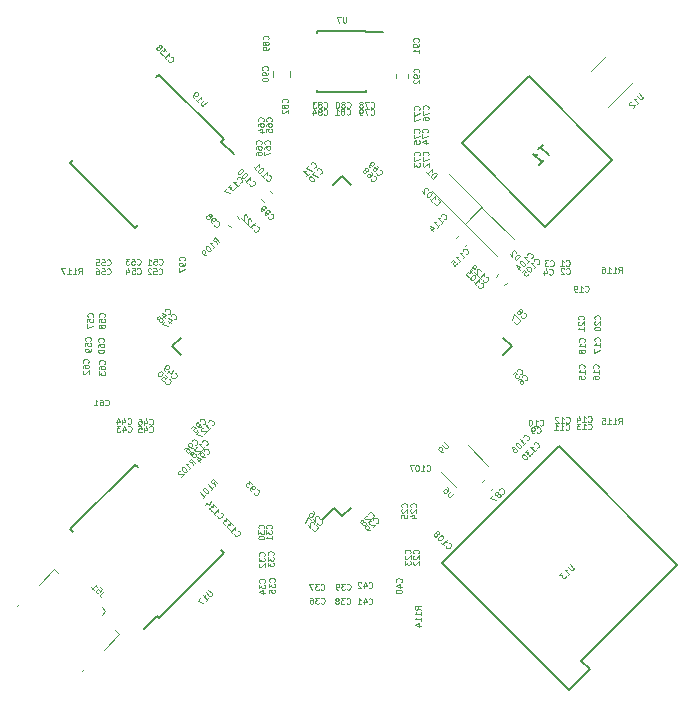
<source format=gbr>
G04 #@! TF.GenerationSoftware,KiCad,Pcbnew,5.1.5-52549c5~86~ubuntu16.04.1*
G04 #@! TF.CreationDate,2020-04-28T14:27:50+03:00*
G04 #@! TF.ProjectId,FreeEEG32-beta,46726565-4545-4473-9332-2d626574612e,rev?*
G04 #@! TF.SameCoordinates,Original*
G04 #@! TF.FileFunction,Legend,Bot*
G04 #@! TF.FilePolarity,Positive*
%FSLAX46Y46*%
G04 Gerber Fmt 4.6, Leading zero omitted, Abs format (unit mm)*
G04 Created by KiCad (PCBNEW 5.1.5-52549c5~86~ubuntu16.04.1) date 2020-04-28 14:27:50*
%MOMM*%
%LPD*%
G04 APERTURE LIST*
%ADD10C,0.150000*%
%ADD11C,0.120000*%
%ADD12C,0.075000*%
G04 APERTURE END LIST*
D10*
X165802893Y-77126039D02*
X172873961Y-84197107D01*
X172873961Y-84197107D02*
X167217107Y-89853961D01*
X167217107Y-89853961D02*
X160146039Y-82782893D01*
X160146039Y-82782893D02*
X165802893Y-77126039D01*
D11*
X160401903Y-89609861D02*
X163159619Y-92367577D01*
X161816117Y-88195647D02*
X164573833Y-90953363D01*
X160401903Y-89609861D02*
X161816117Y-88195647D01*
X161823097Y-88202627D02*
X159065381Y-85444911D01*
X160408883Y-89616841D02*
X157651167Y-86859125D01*
X161823097Y-88202627D02*
X160408883Y-89616841D01*
D10*
X149310571Y-113700194D02*
X148391332Y-114619433D01*
X164389623Y-100000000D02*
X163647161Y-100742462D01*
X150000000Y-85610377D02*
X149257538Y-86352839D01*
X135610377Y-100000000D02*
X136352839Y-99257538D01*
X150000000Y-114389623D02*
X150742462Y-113647161D01*
X135610377Y-100000000D02*
X136352839Y-100742462D01*
X150000000Y-85610377D02*
X150742462Y-86352839D01*
X164389623Y-100000000D02*
X163647161Y-99257538D01*
X150000000Y-114389623D02*
X149310571Y-113700194D01*
X152075000Y-73345000D02*
X153475000Y-73344999D01*
X152075001Y-78445000D02*
X147924999Y-78445000D01*
X152075001Y-73295000D02*
X147924999Y-73295000D01*
X152075001Y-78445000D02*
X152075000Y-78300000D01*
X147924999Y-78445000D02*
X147925000Y-78300000D01*
X147924999Y-73295000D02*
X147925000Y-73440000D01*
X152075001Y-73295000D02*
X152075000Y-73345000D01*
X158465753Y-118367938D02*
X168365248Y-108468443D01*
X169213776Y-129115961D02*
X158465753Y-118367938D01*
X178406164Y-118509359D02*
X170274436Y-126641087D01*
X168365248Y-108468443D02*
X178406164Y-118509359D01*
X170981543Y-127348194D02*
X169213776Y-129115961D01*
X170274436Y-126641087D02*
X170981543Y-127348194D01*
D11*
X129977266Y-122426897D02*
X129659068Y-122745095D01*
X129977266Y-122426897D02*
X129659068Y-122108699D01*
X125628559Y-118856008D02*
X125946757Y-119174206D01*
X124320412Y-120164155D02*
X125628559Y-118856008D01*
X128032722Y-127482711D02*
X128209499Y-127305934D01*
X122517289Y-121967278D02*
X122694066Y-121790501D01*
X129835845Y-125679588D02*
X131143992Y-124371441D01*
X131143992Y-124371441D02*
X130825794Y-124053243D01*
X163023225Y-94103359D02*
X163253430Y-93873154D01*
X163744474Y-94824608D02*
X163974679Y-94594403D01*
D10*
X134515305Y-123015382D02*
X134320850Y-122820928D01*
X139995382Y-117535305D02*
X139744359Y-117284282D01*
X132464695Y-110004618D02*
X132715718Y-110255641D01*
X126984618Y-115484695D02*
X127235641Y-115735718D01*
X134515305Y-123015382D02*
X139995382Y-117535305D01*
X126984618Y-115484695D02*
X132464695Y-110004618D01*
X134320850Y-122820928D02*
X133242513Y-123899266D01*
X139995382Y-82464695D02*
X139800928Y-82659150D01*
X134515305Y-76984618D02*
X134264282Y-77235641D01*
X126984618Y-84515305D02*
X127235641Y-84264282D01*
X132464695Y-89995382D02*
X132715718Y-89744359D01*
X139995382Y-82464695D02*
X134515305Y-76984618D01*
X132464695Y-89995382D02*
X126984618Y-84515305D01*
X139800928Y-82659150D02*
X140879266Y-83737487D01*
D11*
X160662046Y-108385162D02*
X162394457Y-110117574D01*
X159657954Y-111934838D02*
X158385162Y-110662046D01*
X162820127Y-111954922D02*
X162589922Y-112185127D01*
X162098878Y-111233673D02*
X161868673Y-111463878D01*
X155590000Y-76977221D02*
X155590000Y-77302779D01*
X154570000Y-76977221D02*
X154570000Y-77302779D01*
X145630000Y-76678222D02*
X145630000Y-77195378D01*
X144210000Y-76678222D02*
X144210000Y-77195378D01*
X143404478Y-87775727D02*
X143174273Y-87545522D01*
X144125727Y-87054478D02*
X143895522Y-86824273D01*
X159914478Y-90574863D02*
X159684273Y-90805068D01*
X160635727Y-91296112D02*
X160405522Y-91526317D01*
X174634838Y-77660790D02*
X172548873Y-79746755D01*
X171085162Y-76656698D02*
X172357954Y-75383906D01*
X141331727Y-89213478D02*
X141101522Y-88983273D01*
X140610478Y-89934727D02*
X140380273Y-89704522D01*
D10*
X167015075Y-82917579D02*
X166611014Y-83321640D01*
X167520152Y-83826717D02*
X166813045Y-83119610D01*
X166712030Y-84634839D02*
X167116091Y-84230778D01*
X166914060Y-84432808D02*
X166206953Y-83725701D01*
X166375312Y-83759373D01*
X166509999Y-83759373D01*
X166611014Y-83725701D01*
D12*
X164756815Y-92724695D02*
X165110368Y-92371142D01*
X165026189Y-92286963D01*
X164958845Y-92253291D01*
X164891502Y-92253291D01*
X164840994Y-92270127D01*
X164756815Y-92320634D01*
X164706307Y-92371142D01*
X164655800Y-92455321D01*
X164638964Y-92505829D01*
X164638964Y-92573173D01*
X164672635Y-92640516D01*
X164756815Y-92724695D01*
X164739979Y-92068096D02*
X164739979Y-92034424D01*
X164723143Y-91983917D01*
X164638964Y-91899737D01*
X164588456Y-91882902D01*
X164554784Y-91882902D01*
X164504277Y-91899737D01*
X164470605Y-91933409D01*
X164436933Y-92000753D01*
X164436933Y-92404814D01*
X164218067Y-92185947D01*
X157695615Y-85790496D02*
X158049168Y-85436943D01*
X157964989Y-85352764D01*
X157897645Y-85319092D01*
X157830302Y-85319092D01*
X157779794Y-85335928D01*
X157695615Y-85386435D01*
X157645107Y-85436943D01*
X157594600Y-85521122D01*
X157577764Y-85571630D01*
X157577764Y-85638974D01*
X157611435Y-85706317D01*
X157695615Y-85790496D01*
X157156867Y-85251748D02*
X157358897Y-85453779D01*
X157257882Y-85352764D02*
X157611435Y-84999210D01*
X157594600Y-85083390D01*
X157594600Y-85150733D01*
X157611435Y-85201241D01*
X158686361Y-108122213D02*
X158972571Y-108408423D01*
X158989407Y-108458930D01*
X158989407Y-108492602D01*
X158972571Y-108543110D01*
X158905227Y-108610453D01*
X158854720Y-108627289D01*
X158821048Y-108627289D01*
X158770540Y-108610453D01*
X158484330Y-108324243D01*
X158652689Y-108862991D02*
X158585346Y-108930335D01*
X158534838Y-108947171D01*
X158501166Y-108947171D01*
X158416987Y-108930335D01*
X158332808Y-108879827D01*
X158198121Y-108745140D01*
X158181285Y-108694633D01*
X158181285Y-108660961D01*
X158198121Y-108610453D01*
X158265464Y-108543110D01*
X158315972Y-108526274D01*
X158349643Y-108526274D01*
X158400151Y-108543110D01*
X158484330Y-108627289D01*
X158501166Y-108677797D01*
X158501166Y-108711469D01*
X158484330Y-108761976D01*
X158416987Y-108829320D01*
X158366479Y-108846156D01*
X158332808Y-108846156D01*
X158282300Y-108829320D01*
X150380952Y-72096190D02*
X150380952Y-72500952D01*
X150357142Y-72548571D01*
X150333333Y-72572380D01*
X150285714Y-72596190D01*
X150190476Y-72596190D01*
X150142857Y-72572380D01*
X150119047Y-72548571D01*
X150095238Y-72500952D01*
X150095238Y-72096190D01*
X149904761Y-72096190D02*
X149571428Y-72096190D01*
X149785714Y-72596190D01*
X169316475Y-118443699D02*
X169602685Y-118729909D01*
X169619520Y-118780417D01*
X169619520Y-118814088D01*
X169602685Y-118864596D01*
X169535341Y-118931940D01*
X169484833Y-118948775D01*
X169451162Y-118948775D01*
X169400654Y-118931940D01*
X169114444Y-118645730D01*
X169114444Y-119352836D02*
X169316475Y-119150806D01*
X169215459Y-119251821D02*
X168861906Y-118898268D01*
X168946085Y-118915104D01*
X169013429Y-118915104D01*
X169063937Y-118898268D01*
X168643040Y-119117134D02*
X168424173Y-119336001D01*
X168676711Y-119352836D01*
X168626204Y-119403344D01*
X168609368Y-119453852D01*
X168609368Y-119487523D01*
X168626204Y-119538031D01*
X168710383Y-119622210D01*
X168760891Y-119639046D01*
X168794563Y-119639046D01*
X168845070Y-119622210D01*
X168946085Y-119521195D01*
X168962921Y-119470688D01*
X168962921Y-119437016D01*
X129820692Y-120751727D02*
X129568154Y-121004265D01*
X129534482Y-121071608D01*
X129534482Y-121138952D01*
X129568154Y-121206295D01*
X129601826Y-121239967D01*
X129483974Y-120415009D02*
X129652333Y-120583368D01*
X129500810Y-120768563D01*
X129500810Y-120734891D01*
X129483974Y-120684383D01*
X129399795Y-120600204D01*
X129349287Y-120583368D01*
X129315616Y-120583368D01*
X129265108Y-120600204D01*
X129180929Y-120684383D01*
X129164093Y-120734891D01*
X129164093Y-120768563D01*
X129180929Y-120819070D01*
X129265108Y-120903250D01*
X129315616Y-120920086D01*
X129349287Y-120920086D01*
X128776868Y-120415009D02*
X128978898Y-120617040D01*
X128877883Y-120516025D02*
X129231436Y-120162471D01*
X129214600Y-120246651D01*
X129214600Y-120313994D01*
X129231436Y-120364502D01*
X165990512Y-92542425D02*
X166024183Y-92542425D01*
X166091527Y-92508754D01*
X166125199Y-92475082D01*
X166158870Y-92407738D01*
X166158870Y-92340395D01*
X166142035Y-92289887D01*
X166091527Y-92205708D01*
X166041019Y-92155200D01*
X165956840Y-92104693D01*
X165906332Y-92087857D01*
X165838989Y-92087857D01*
X165771645Y-92121529D01*
X165737974Y-92155200D01*
X165704302Y-92222544D01*
X165704302Y-92256216D01*
X165687466Y-92912815D02*
X165889496Y-92710784D01*
X165788481Y-92811800D02*
X165434928Y-92458246D01*
X165519107Y-92475082D01*
X165586451Y-92475082D01*
X165636958Y-92458246D01*
X165115046Y-92778128D02*
X165081374Y-92811800D01*
X165064538Y-92862307D01*
X165064538Y-92895979D01*
X165081374Y-92946487D01*
X165131882Y-93030666D01*
X165216061Y-93114845D01*
X165300241Y-93165353D01*
X165350748Y-93182189D01*
X165384420Y-93182189D01*
X165434928Y-93165353D01*
X165468600Y-93131681D01*
X165485435Y-93081174D01*
X165485435Y-93047502D01*
X165468600Y-92996994D01*
X165418092Y-92912815D01*
X165333912Y-92828635D01*
X165249733Y-92778128D01*
X165199225Y-92761292D01*
X165165554Y-92761292D01*
X165115046Y-92778128D01*
X164812000Y-93316876D02*
X165047703Y-93552578D01*
X164761493Y-93098009D02*
X165098210Y-93266368D01*
X164879344Y-93485235D01*
X138687120Y-120628454D02*
X138973330Y-120914664D01*
X138990165Y-120965172D01*
X138990165Y-120998843D01*
X138973330Y-121049351D01*
X138905986Y-121116695D01*
X138855478Y-121133530D01*
X138821807Y-121133530D01*
X138771299Y-121116695D01*
X138485089Y-120830485D01*
X138485089Y-121537591D02*
X138687120Y-121335561D01*
X138586104Y-121436576D02*
X138232551Y-121083023D01*
X138316730Y-121099859D01*
X138384074Y-121099859D01*
X138434582Y-121083023D01*
X138013685Y-121301889D02*
X137777982Y-121537591D01*
X138283059Y-121739622D01*
X138540762Y-79314703D02*
X138254552Y-79600913D01*
X138204044Y-79617748D01*
X138170373Y-79617748D01*
X138119865Y-79600913D01*
X138052521Y-79533569D01*
X138035686Y-79483061D01*
X138035686Y-79449390D01*
X138052521Y-79398882D01*
X138338731Y-79112672D01*
X137631625Y-79112672D02*
X137833655Y-79314703D01*
X137732640Y-79213687D02*
X138086193Y-78860134D01*
X138069357Y-78944313D01*
X138069357Y-79011657D01*
X138086193Y-79062165D01*
X137463266Y-78944313D02*
X137395922Y-78876970D01*
X137379086Y-78826462D01*
X137379086Y-78792791D01*
X137395922Y-78708611D01*
X137446430Y-78624432D01*
X137581117Y-78489745D01*
X137631625Y-78472909D01*
X137665296Y-78472909D01*
X137715804Y-78489745D01*
X137783147Y-78557088D01*
X137799983Y-78607596D01*
X137799983Y-78641268D01*
X137783147Y-78691775D01*
X137698968Y-78775955D01*
X137648460Y-78792791D01*
X137614789Y-78792791D01*
X137564281Y-78775955D01*
X137496938Y-78708611D01*
X137480102Y-78658104D01*
X137480102Y-78624432D01*
X137496938Y-78573924D01*
X144184171Y-117661771D02*
X144207980Y-117637961D01*
X144231790Y-117566533D01*
X144231790Y-117518914D01*
X144207980Y-117447485D01*
X144160361Y-117399866D01*
X144112742Y-117376057D01*
X144017504Y-117352247D01*
X143946076Y-117352247D01*
X143850838Y-117376057D01*
X143803219Y-117399866D01*
X143755600Y-117447485D01*
X143731790Y-117518914D01*
X143731790Y-117566533D01*
X143755600Y-117637961D01*
X143779409Y-117661771D01*
X143731790Y-117828438D02*
X143731790Y-118137961D01*
X143922266Y-117971295D01*
X143922266Y-118042723D01*
X143946076Y-118090342D01*
X143969885Y-118114152D01*
X144017504Y-118137961D01*
X144136552Y-118137961D01*
X144184171Y-118114152D01*
X144207980Y-118090342D01*
X144231790Y-118042723D01*
X144231790Y-117899866D01*
X144207980Y-117852247D01*
X144184171Y-117828438D01*
X143731790Y-118304628D02*
X143731790Y-118614152D01*
X143922266Y-118447485D01*
X143922266Y-118518914D01*
X143946076Y-118566533D01*
X143969885Y-118590342D01*
X144017504Y-118614152D01*
X144136552Y-118614152D01*
X144184171Y-118590342D01*
X144207980Y-118566533D01*
X144231790Y-118518914D01*
X144231790Y-118376057D01*
X144207980Y-118328438D01*
X144184171Y-118304628D01*
X144031771Y-115401171D02*
X144055580Y-115377361D01*
X144079390Y-115305933D01*
X144079390Y-115258314D01*
X144055580Y-115186885D01*
X144007961Y-115139266D01*
X143960342Y-115115457D01*
X143865104Y-115091647D01*
X143793676Y-115091647D01*
X143698438Y-115115457D01*
X143650819Y-115139266D01*
X143603200Y-115186885D01*
X143579390Y-115258314D01*
X143579390Y-115305933D01*
X143603200Y-115377361D01*
X143627009Y-115401171D01*
X143579390Y-115567838D02*
X143579390Y-115877361D01*
X143769866Y-115710695D01*
X143769866Y-115782123D01*
X143793676Y-115829742D01*
X143817485Y-115853552D01*
X143865104Y-115877361D01*
X143984152Y-115877361D01*
X144031771Y-115853552D01*
X144055580Y-115829742D01*
X144079390Y-115782123D01*
X144079390Y-115639266D01*
X144055580Y-115591647D01*
X144031771Y-115567838D01*
X144079390Y-116353552D02*
X144079390Y-116067838D01*
X144079390Y-116210695D02*
X143579390Y-116210695D01*
X143650819Y-116163076D01*
X143698438Y-116115457D01*
X143722247Y-116067838D01*
X152277228Y-120422371D02*
X152301038Y-120446180D01*
X152372466Y-120469990D01*
X152420085Y-120469990D01*
X152491514Y-120446180D01*
X152539133Y-120398561D01*
X152562942Y-120350942D01*
X152586752Y-120255704D01*
X152586752Y-120184276D01*
X152562942Y-120089038D01*
X152539133Y-120041419D01*
X152491514Y-119993800D01*
X152420085Y-119969990D01*
X152372466Y-119969990D01*
X152301038Y-119993800D01*
X152277228Y-120017609D01*
X151848657Y-120136657D02*
X151848657Y-120469990D01*
X151967704Y-119946180D02*
X152086752Y-120303323D01*
X151777228Y-120303323D01*
X151610561Y-120017609D02*
X151586752Y-119993800D01*
X151539133Y-119969990D01*
X151420085Y-119969990D01*
X151372466Y-119993800D01*
X151348657Y-120017609D01*
X151324847Y-120065228D01*
X151324847Y-120112847D01*
X151348657Y-120184276D01*
X151634371Y-120469990D01*
X151324847Y-120469990D01*
X152918953Y-114961184D02*
X152952625Y-114961184D01*
X153019968Y-114927512D01*
X153053640Y-114893841D01*
X153087312Y-114826497D01*
X153087312Y-114759154D01*
X153070476Y-114708646D01*
X153019968Y-114624467D01*
X152969461Y-114573959D01*
X152885281Y-114523451D01*
X152834774Y-114506616D01*
X152767430Y-114506616D01*
X152700087Y-114540287D01*
X152666415Y-114573959D01*
X152632743Y-114641303D01*
X152632743Y-114674974D01*
X152498056Y-114809661D02*
X152464384Y-114809661D01*
X152413877Y-114826497D01*
X152329697Y-114910677D01*
X152312861Y-114961184D01*
X152312861Y-114994856D01*
X152329697Y-115045364D01*
X152363369Y-115079035D01*
X152430712Y-115112707D01*
X152834774Y-115112707D01*
X152615907Y-115331574D01*
X152447548Y-115499932D02*
X152380205Y-115567276D01*
X152329697Y-115584112D01*
X152296025Y-115584112D01*
X152211846Y-115567276D01*
X152127667Y-115516768D01*
X151992980Y-115382081D01*
X151976144Y-115331574D01*
X151976144Y-115297902D01*
X151992980Y-115247394D01*
X152060323Y-115180051D01*
X152110831Y-115163215D01*
X152144503Y-115163215D01*
X152195010Y-115180051D01*
X152279190Y-115264230D01*
X152296025Y-115314738D01*
X152296025Y-115348409D01*
X152279190Y-115398917D01*
X152211846Y-115466261D01*
X152161338Y-115483096D01*
X152127667Y-115483096D01*
X152077159Y-115466261D01*
X155766571Y-117534771D02*
X155790380Y-117510961D01*
X155814190Y-117439533D01*
X155814190Y-117391914D01*
X155790380Y-117320485D01*
X155742761Y-117272866D01*
X155695142Y-117249057D01*
X155599904Y-117225247D01*
X155528476Y-117225247D01*
X155433238Y-117249057D01*
X155385619Y-117272866D01*
X155338000Y-117320485D01*
X155314190Y-117391914D01*
X155314190Y-117439533D01*
X155338000Y-117510961D01*
X155361809Y-117534771D01*
X155361809Y-117725247D02*
X155338000Y-117749057D01*
X155314190Y-117796676D01*
X155314190Y-117915723D01*
X155338000Y-117963342D01*
X155361809Y-117987152D01*
X155409428Y-118010961D01*
X155457047Y-118010961D01*
X155528476Y-117987152D01*
X155814190Y-117701438D01*
X155814190Y-118010961D01*
X155314190Y-118177628D02*
X155314190Y-118487152D01*
X155504666Y-118320485D01*
X155504666Y-118391914D01*
X155528476Y-118439533D01*
X155552285Y-118463342D01*
X155599904Y-118487152D01*
X155718952Y-118487152D01*
X155766571Y-118463342D01*
X155790380Y-118439533D01*
X155814190Y-118391914D01*
X155814190Y-118249057D01*
X155790380Y-118201438D01*
X155766571Y-118177628D01*
X155487171Y-113597771D02*
X155510980Y-113573961D01*
X155534790Y-113502533D01*
X155534790Y-113454914D01*
X155510980Y-113383485D01*
X155463361Y-113335866D01*
X155415742Y-113312057D01*
X155320504Y-113288247D01*
X155249076Y-113288247D01*
X155153838Y-113312057D01*
X155106219Y-113335866D01*
X155058600Y-113383485D01*
X155034790Y-113454914D01*
X155034790Y-113502533D01*
X155058600Y-113573961D01*
X155082409Y-113597771D01*
X155082409Y-113788247D02*
X155058600Y-113812057D01*
X155034790Y-113859676D01*
X155034790Y-113978723D01*
X155058600Y-114026342D01*
X155082409Y-114050152D01*
X155130028Y-114073961D01*
X155177647Y-114073961D01*
X155249076Y-114050152D01*
X155534790Y-113764438D01*
X155534790Y-114073961D01*
X155034790Y-114526342D02*
X155034790Y-114288247D01*
X155272885Y-114264438D01*
X155249076Y-114288247D01*
X155225266Y-114335866D01*
X155225266Y-114454914D01*
X155249076Y-114502533D01*
X155272885Y-114526342D01*
X155320504Y-114550152D01*
X155439552Y-114550152D01*
X155487171Y-114526342D01*
X155510980Y-114502533D01*
X155534790Y-114454914D01*
X155534790Y-114335866D01*
X155510980Y-114288247D01*
X155487171Y-114264438D01*
X156553971Y-83828971D02*
X156577780Y-83805161D01*
X156601590Y-83733733D01*
X156601590Y-83686114D01*
X156577780Y-83614685D01*
X156530161Y-83567066D01*
X156482542Y-83543257D01*
X156387304Y-83519447D01*
X156315876Y-83519447D01*
X156220638Y-83543257D01*
X156173019Y-83567066D01*
X156125400Y-83614685D01*
X156101590Y-83686114D01*
X156101590Y-83733733D01*
X156125400Y-83805161D01*
X156149209Y-83828971D01*
X156101590Y-83995638D02*
X156101590Y-84328971D01*
X156601590Y-84114685D01*
X156101590Y-84471828D02*
X156101590Y-84781352D01*
X156292066Y-84614685D01*
X156292066Y-84686114D01*
X156315876Y-84733733D01*
X156339685Y-84757542D01*
X156387304Y-84781352D01*
X156506352Y-84781352D01*
X156553971Y-84757542D01*
X156577780Y-84733733D01*
X156601590Y-84686114D01*
X156601590Y-84543257D01*
X156577780Y-84495638D01*
X156553971Y-84471828D01*
X143879371Y-82863771D02*
X143903180Y-82839961D01*
X143926990Y-82768533D01*
X143926990Y-82720914D01*
X143903180Y-82649485D01*
X143855561Y-82601866D01*
X143807942Y-82578057D01*
X143712704Y-82554247D01*
X143641276Y-82554247D01*
X143546038Y-82578057D01*
X143498419Y-82601866D01*
X143450800Y-82649485D01*
X143426990Y-82720914D01*
X143426990Y-82768533D01*
X143450800Y-82839961D01*
X143474609Y-82863771D01*
X143426990Y-83292342D02*
X143426990Y-83197104D01*
X143450800Y-83149485D01*
X143474609Y-83125676D01*
X143546038Y-83078057D01*
X143641276Y-83054247D01*
X143831752Y-83054247D01*
X143879371Y-83078057D01*
X143903180Y-83101866D01*
X143926990Y-83149485D01*
X143926990Y-83244723D01*
X143903180Y-83292342D01*
X143879371Y-83316152D01*
X143831752Y-83339961D01*
X143712704Y-83339961D01*
X143665085Y-83316152D01*
X143641276Y-83292342D01*
X143617466Y-83244723D01*
X143617466Y-83149485D01*
X143641276Y-83101866D01*
X143665085Y-83078057D01*
X143712704Y-83054247D01*
X143426990Y-83506628D02*
X143426990Y-83839961D01*
X143926990Y-83625676D01*
X147635753Y-84887584D02*
X147669425Y-84887584D01*
X147736768Y-84853912D01*
X147770440Y-84820241D01*
X147804112Y-84752897D01*
X147804112Y-84685554D01*
X147787276Y-84635046D01*
X147736768Y-84550867D01*
X147686261Y-84500359D01*
X147602081Y-84449851D01*
X147551574Y-84433016D01*
X147484230Y-84433016D01*
X147416887Y-84466687D01*
X147383215Y-84500359D01*
X147349543Y-84567703D01*
X147349543Y-84601374D01*
X147198020Y-84685554D02*
X146962318Y-84921256D01*
X147467394Y-85123287D01*
X146995990Y-85594691D02*
X147198020Y-85392661D01*
X147097005Y-85493676D02*
X146743451Y-85140122D01*
X146827631Y-85156958D01*
X146894974Y-85156958D01*
X146945482Y-85140122D01*
X144031771Y-80933371D02*
X144055580Y-80909561D01*
X144079390Y-80838133D01*
X144079390Y-80790514D01*
X144055580Y-80719085D01*
X144007961Y-80671466D01*
X143960342Y-80647657D01*
X143865104Y-80623847D01*
X143793676Y-80623847D01*
X143698438Y-80647657D01*
X143650819Y-80671466D01*
X143603200Y-80719085D01*
X143579390Y-80790514D01*
X143579390Y-80838133D01*
X143603200Y-80909561D01*
X143627009Y-80933371D01*
X143579390Y-81361942D02*
X143579390Y-81266704D01*
X143603200Y-81219085D01*
X143627009Y-81195276D01*
X143698438Y-81147657D01*
X143793676Y-81123847D01*
X143984152Y-81123847D01*
X144031771Y-81147657D01*
X144055580Y-81171466D01*
X144079390Y-81219085D01*
X144079390Y-81314323D01*
X144055580Y-81361942D01*
X144031771Y-81385752D01*
X143984152Y-81409561D01*
X143865104Y-81409561D01*
X143817485Y-81385752D01*
X143793676Y-81361942D01*
X143769866Y-81314323D01*
X143769866Y-81219085D01*
X143793676Y-81171466D01*
X143817485Y-81147657D01*
X143865104Y-81123847D01*
X143579390Y-81861942D02*
X143579390Y-81623847D01*
X143817485Y-81600038D01*
X143793676Y-81623847D01*
X143769866Y-81671466D01*
X143769866Y-81790514D01*
X143793676Y-81838133D01*
X143817485Y-81861942D01*
X143865104Y-81885752D01*
X143984152Y-81885752D01*
X144031771Y-81861942D01*
X144055580Y-81838133D01*
X144079390Y-81790514D01*
X144079390Y-81671466D01*
X144055580Y-81623847D01*
X144031771Y-81600038D01*
X148467228Y-80366571D02*
X148491038Y-80390380D01*
X148562466Y-80414190D01*
X148610085Y-80414190D01*
X148681514Y-80390380D01*
X148729133Y-80342761D01*
X148752942Y-80295142D01*
X148776752Y-80199904D01*
X148776752Y-80128476D01*
X148752942Y-80033238D01*
X148729133Y-79985619D01*
X148681514Y-79938000D01*
X148610085Y-79914190D01*
X148562466Y-79914190D01*
X148491038Y-79938000D01*
X148467228Y-79961809D01*
X148181514Y-80128476D02*
X148229133Y-80104666D01*
X148252942Y-80080857D01*
X148276752Y-80033238D01*
X148276752Y-80009428D01*
X148252942Y-79961809D01*
X148229133Y-79938000D01*
X148181514Y-79914190D01*
X148086276Y-79914190D01*
X148038657Y-79938000D01*
X148014847Y-79961809D01*
X147991038Y-80009428D01*
X147991038Y-80033238D01*
X148014847Y-80080857D01*
X148038657Y-80104666D01*
X148086276Y-80128476D01*
X148181514Y-80128476D01*
X148229133Y-80152285D01*
X148252942Y-80176095D01*
X148276752Y-80223714D01*
X148276752Y-80318952D01*
X148252942Y-80366571D01*
X148229133Y-80390380D01*
X148181514Y-80414190D01*
X148086276Y-80414190D01*
X148038657Y-80390380D01*
X148014847Y-80366571D01*
X147991038Y-80318952D01*
X147991038Y-80223714D01*
X148014847Y-80176095D01*
X148038657Y-80152285D01*
X148086276Y-80128476D01*
X147562466Y-80080857D02*
X147562466Y-80414190D01*
X147681514Y-79890380D02*
X147800561Y-80247523D01*
X147491038Y-80247523D01*
X156528571Y-81898571D02*
X156552380Y-81874761D01*
X156576190Y-81803333D01*
X156576190Y-81755714D01*
X156552380Y-81684285D01*
X156504761Y-81636666D01*
X156457142Y-81612857D01*
X156361904Y-81589047D01*
X156290476Y-81589047D01*
X156195238Y-81612857D01*
X156147619Y-81636666D01*
X156100000Y-81684285D01*
X156076190Y-81755714D01*
X156076190Y-81803333D01*
X156100000Y-81874761D01*
X156123809Y-81898571D01*
X156076190Y-82065238D02*
X156076190Y-82398571D01*
X156576190Y-82184285D01*
X156076190Y-82827142D02*
X156076190Y-82589047D01*
X156314285Y-82565238D01*
X156290476Y-82589047D01*
X156266666Y-82636666D01*
X156266666Y-82755714D01*
X156290476Y-82803333D01*
X156314285Y-82827142D01*
X156361904Y-82850952D01*
X156480952Y-82850952D01*
X156528571Y-82827142D01*
X156552380Y-82803333D01*
X156576190Y-82755714D01*
X156576190Y-82636666D01*
X156552380Y-82589047D01*
X156528571Y-82565238D01*
X134497228Y-93853971D02*
X134521038Y-93877780D01*
X134592466Y-93901590D01*
X134640085Y-93901590D01*
X134711514Y-93877780D01*
X134759133Y-93830161D01*
X134782942Y-93782542D01*
X134806752Y-93687304D01*
X134806752Y-93615876D01*
X134782942Y-93520638D01*
X134759133Y-93473019D01*
X134711514Y-93425400D01*
X134640085Y-93401590D01*
X134592466Y-93401590D01*
X134521038Y-93425400D01*
X134497228Y-93449209D01*
X134044847Y-93401590D02*
X134282942Y-93401590D01*
X134306752Y-93639685D01*
X134282942Y-93615876D01*
X134235323Y-93592066D01*
X134116276Y-93592066D01*
X134068657Y-93615876D01*
X134044847Y-93639685D01*
X134021038Y-93687304D01*
X134021038Y-93806352D01*
X134044847Y-93853971D01*
X134068657Y-93877780D01*
X134116276Y-93901590D01*
X134235323Y-93901590D01*
X134282942Y-93877780D01*
X134306752Y-93853971D01*
X133830561Y-93449209D02*
X133806752Y-93425400D01*
X133759133Y-93401590D01*
X133640085Y-93401590D01*
X133592466Y-93425400D01*
X133568657Y-93449209D01*
X133544847Y-93496828D01*
X133544847Y-93544447D01*
X133568657Y-93615876D01*
X133854371Y-93901590D01*
X133544847Y-93901590D01*
X131855628Y-106528571D02*
X131879438Y-106552380D01*
X131950866Y-106576190D01*
X131998485Y-106576190D01*
X132069914Y-106552380D01*
X132117533Y-106504761D01*
X132141342Y-106457142D01*
X132165152Y-106361904D01*
X132165152Y-106290476D01*
X132141342Y-106195238D01*
X132117533Y-106147619D01*
X132069914Y-106100000D01*
X131998485Y-106076190D01*
X131950866Y-106076190D01*
X131879438Y-106100000D01*
X131855628Y-106123809D01*
X131427057Y-106242857D02*
X131427057Y-106576190D01*
X131546104Y-106052380D02*
X131665152Y-106409523D01*
X131355628Y-106409523D01*
X130950866Y-106242857D02*
X130950866Y-106576190D01*
X131069914Y-106052380D02*
X131188961Y-106409523D01*
X130879438Y-106409523D01*
X133709828Y-106579371D02*
X133733638Y-106603180D01*
X133805066Y-106626990D01*
X133852685Y-106626990D01*
X133924114Y-106603180D01*
X133971733Y-106555561D01*
X133995542Y-106507942D01*
X134019352Y-106412704D01*
X134019352Y-106341276D01*
X133995542Y-106246038D01*
X133971733Y-106198419D01*
X133924114Y-106150800D01*
X133852685Y-106126990D01*
X133805066Y-106126990D01*
X133733638Y-106150800D01*
X133709828Y-106174609D01*
X133281257Y-106293657D02*
X133281257Y-106626990D01*
X133400304Y-106103180D02*
X133519352Y-106460323D01*
X133209828Y-106460323D01*
X132805066Y-106126990D02*
X132900304Y-106126990D01*
X132947923Y-106150800D01*
X132971733Y-106174609D01*
X133019352Y-106246038D01*
X133043161Y-106341276D01*
X133043161Y-106531752D01*
X133019352Y-106579371D01*
X132995542Y-106603180D01*
X132947923Y-106626990D01*
X132852685Y-106626990D01*
X132805066Y-106603180D01*
X132781257Y-106579371D01*
X132757447Y-106531752D01*
X132757447Y-106412704D01*
X132781257Y-106365085D01*
X132805066Y-106341276D01*
X132852685Y-106317466D01*
X132947923Y-106317466D01*
X132995542Y-106341276D01*
X133019352Y-106365085D01*
X133043161Y-106412704D01*
X129883971Y-101481971D02*
X129907780Y-101458161D01*
X129931590Y-101386733D01*
X129931590Y-101339114D01*
X129907780Y-101267685D01*
X129860161Y-101220066D01*
X129812542Y-101196257D01*
X129717304Y-101172447D01*
X129645876Y-101172447D01*
X129550638Y-101196257D01*
X129503019Y-101220066D01*
X129455400Y-101267685D01*
X129431590Y-101339114D01*
X129431590Y-101386733D01*
X129455400Y-101458161D01*
X129479209Y-101481971D01*
X129431590Y-101910542D02*
X129431590Y-101815304D01*
X129455400Y-101767685D01*
X129479209Y-101743876D01*
X129550638Y-101696257D01*
X129645876Y-101672447D01*
X129836352Y-101672447D01*
X129883971Y-101696257D01*
X129907780Y-101720066D01*
X129931590Y-101767685D01*
X129931590Y-101862923D01*
X129907780Y-101910542D01*
X129883971Y-101934352D01*
X129836352Y-101958161D01*
X129717304Y-101958161D01*
X129669685Y-101934352D01*
X129645876Y-101910542D01*
X129622066Y-101862923D01*
X129622066Y-101767685D01*
X129645876Y-101720066D01*
X129669685Y-101696257D01*
X129717304Y-101672447D01*
X129431590Y-102124828D02*
X129431590Y-102434352D01*
X129622066Y-102267685D01*
X129622066Y-102339114D01*
X129645876Y-102386733D01*
X129669685Y-102410542D01*
X129717304Y-102434352D01*
X129836352Y-102434352D01*
X129883971Y-102410542D01*
X129907780Y-102386733D01*
X129931590Y-102339114D01*
X129931590Y-102196257D01*
X129907780Y-102148638D01*
X129883971Y-102124828D01*
X135038815Y-103045953D02*
X135038815Y-103079625D01*
X135072487Y-103146968D01*
X135106158Y-103180640D01*
X135173502Y-103214312D01*
X135240845Y-103214312D01*
X135291353Y-103197476D01*
X135375532Y-103146968D01*
X135426040Y-103096461D01*
X135476548Y-103012281D01*
X135493383Y-102961774D01*
X135493383Y-102894430D01*
X135459712Y-102827087D01*
X135426040Y-102793415D01*
X135358696Y-102759743D01*
X135325025Y-102759743D01*
X135038815Y-102406190D02*
X135207174Y-102574548D01*
X135055651Y-102759743D01*
X135055651Y-102726071D01*
X135038815Y-102675564D01*
X134954635Y-102591384D01*
X134904128Y-102574548D01*
X134870456Y-102574548D01*
X134819948Y-102591384D01*
X134735769Y-102675564D01*
X134718933Y-102726071D01*
X134718933Y-102759743D01*
X134735769Y-102810251D01*
X134819948Y-102894430D01*
X134870456Y-102911266D01*
X134904128Y-102911266D01*
X134803112Y-102170487D02*
X134769441Y-102136816D01*
X134718933Y-102119980D01*
X134685261Y-102119980D01*
X134634754Y-102136816D01*
X134550574Y-102187323D01*
X134466395Y-102271503D01*
X134415887Y-102355682D01*
X134399051Y-102406190D01*
X134399051Y-102439861D01*
X134415887Y-102490369D01*
X134449559Y-102524041D01*
X134500067Y-102540877D01*
X134533738Y-102540877D01*
X134584246Y-102524041D01*
X134668425Y-102473533D01*
X134752605Y-102389354D01*
X134803112Y-102305174D01*
X134819948Y-102254667D01*
X134819948Y-102220995D01*
X134803112Y-102170487D01*
X132668428Y-93828571D02*
X132692238Y-93852380D01*
X132763666Y-93876190D01*
X132811285Y-93876190D01*
X132882714Y-93852380D01*
X132930333Y-93804761D01*
X132954142Y-93757142D01*
X132977952Y-93661904D01*
X132977952Y-93590476D01*
X132954142Y-93495238D01*
X132930333Y-93447619D01*
X132882714Y-93400000D01*
X132811285Y-93376190D01*
X132763666Y-93376190D01*
X132692238Y-93400000D01*
X132668428Y-93423809D01*
X132216047Y-93376190D02*
X132454142Y-93376190D01*
X132477952Y-93614285D01*
X132454142Y-93590476D01*
X132406523Y-93566666D01*
X132287476Y-93566666D01*
X132239857Y-93590476D01*
X132216047Y-93614285D01*
X132192238Y-93661904D01*
X132192238Y-93780952D01*
X132216047Y-93828571D01*
X132239857Y-93852380D01*
X132287476Y-93876190D01*
X132406523Y-93876190D01*
X132454142Y-93852380D01*
X132477952Y-93828571D01*
X131763666Y-93542857D02*
X131763666Y-93876190D01*
X131882714Y-93352380D02*
X132001761Y-93709523D01*
X131692238Y-93709523D01*
X166755228Y-106655571D02*
X166779038Y-106679380D01*
X166850466Y-106703190D01*
X166898085Y-106703190D01*
X166969514Y-106679380D01*
X167017133Y-106631761D01*
X167040942Y-106584142D01*
X167064752Y-106488904D01*
X167064752Y-106417476D01*
X167040942Y-106322238D01*
X167017133Y-106274619D01*
X166969514Y-106227000D01*
X166898085Y-106203190D01*
X166850466Y-106203190D01*
X166779038Y-106227000D01*
X166755228Y-106250809D01*
X166279038Y-106703190D02*
X166564752Y-106703190D01*
X166421895Y-106703190D02*
X166421895Y-106203190D01*
X166469514Y-106274619D01*
X166517133Y-106322238D01*
X166564752Y-106346047D01*
X165969514Y-106203190D02*
X165921895Y-106203190D01*
X165874276Y-106227000D01*
X165850466Y-106250809D01*
X165826657Y-106298428D01*
X165802847Y-106393666D01*
X165802847Y-106512714D01*
X165826657Y-106607952D01*
X165850466Y-106655571D01*
X165874276Y-106679380D01*
X165921895Y-106703190D01*
X165969514Y-106703190D01*
X166017133Y-106679380D01*
X166040942Y-106655571D01*
X166064752Y-106607952D01*
X166088561Y-106512714D01*
X166088561Y-106393666D01*
X166064752Y-106298428D01*
X166040942Y-106250809D01*
X166017133Y-106227000D01*
X165969514Y-106203190D01*
X168990428Y-106426971D02*
X169014238Y-106450780D01*
X169085666Y-106474590D01*
X169133285Y-106474590D01*
X169204714Y-106450780D01*
X169252333Y-106403161D01*
X169276142Y-106355542D01*
X169299952Y-106260304D01*
X169299952Y-106188876D01*
X169276142Y-106093638D01*
X169252333Y-106046019D01*
X169204714Y-105998400D01*
X169133285Y-105974590D01*
X169085666Y-105974590D01*
X169014238Y-105998400D01*
X168990428Y-106022209D01*
X168514238Y-106474590D02*
X168799952Y-106474590D01*
X168657095Y-106474590D02*
X168657095Y-105974590D01*
X168704714Y-106046019D01*
X168752333Y-106093638D01*
X168799952Y-106117447D01*
X168323761Y-106022209D02*
X168299952Y-105998400D01*
X168252333Y-105974590D01*
X168133285Y-105974590D01*
X168085666Y-105998400D01*
X168061857Y-106022209D01*
X168038047Y-106069828D01*
X168038047Y-106117447D01*
X168061857Y-106188876D01*
X168347571Y-106474590D01*
X168038047Y-106474590D01*
X165526794Y-102886743D02*
X165560466Y-102886743D01*
X165627809Y-102853071D01*
X165661481Y-102819400D01*
X165695153Y-102752056D01*
X165695153Y-102684712D01*
X165678317Y-102634205D01*
X165627809Y-102550025D01*
X165577302Y-102499518D01*
X165493122Y-102449010D01*
X165442615Y-102432174D01*
X165375271Y-102432174D01*
X165307928Y-102465846D01*
X165274256Y-102499518D01*
X165240584Y-102566861D01*
X165240584Y-102600533D01*
X164903867Y-102869907D02*
X164971210Y-102802564D01*
X165021718Y-102785728D01*
X165055390Y-102785728D01*
X165139569Y-102802564D01*
X165223748Y-102853071D01*
X165358435Y-102987758D01*
X165375271Y-103038266D01*
X165375271Y-103071938D01*
X165358435Y-103122445D01*
X165291092Y-103189789D01*
X165240584Y-103206625D01*
X165206912Y-103206625D01*
X165156405Y-103189789D01*
X165072225Y-103105609D01*
X165055390Y-103055102D01*
X165055390Y-103021430D01*
X165072225Y-102970922D01*
X165139569Y-102903579D01*
X165190077Y-102886743D01*
X165223748Y-102886743D01*
X165274256Y-102903579D01*
X170523971Y-99602371D02*
X170547780Y-99578561D01*
X170571590Y-99507133D01*
X170571590Y-99459514D01*
X170547780Y-99388085D01*
X170500161Y-99340466D01*
X170452542Y-99316657D01*
X170357304Y-99292847D01*
X170285876Y-99292847D01*
X170190638Y-99316657D01*
X170143019Y-99340466D01*
X170095400Y-99388085D01*
X170071590Y-99459514D01*
X170071590Y-99507133D01*
X170095400Y-99578561D01*
X170119209Y-99602371D01*
X170571590Y-100078561D02*
X170571590Y-99792847D01*
X170571590Y-99935704D02*
X170071590Y-99935704D01*
X170143019Y-99888085D01*
X170190638Y-99840466D01*
X170214447Y-99792847D01*
X170285876Y-100364276D02*
X170262066Y-100316657D01*
X170238257Y-100292847D01*
X170190638Y-100269038D01*
X170166828Y-100269038D01*
X170119209Y-100292847D01*
X170095400Y-100316657D01*
X170071590Y-100364276D01*
X170071590Y-100459514D01*
X170095400Y-100507133D01*
X170119209Y-100530942D01*
X170166828Y-100554752D01*
X170190638Y-100554752D01*
X170238257Y-100530942D01*
X170262066Y-100507133D01*
X170285876Y-100459514D01*
X170285876Y-100364276D01*
X170309685Y-100316657D01*
X170333495Y-100292847D01*
X170381114Y-100269038D01*
X170476352Y-100269038D01*
X170523971Y-100292847D01*
X170547780Y-100316657D01*
X170571590Y-100364276D01*
X170571590Y-100459514D01*
X170547780Y-100507133D01*
X170523971Y-100530942D01*
X170476352Y-100554752D01*
X170381114Y-100554752D01*
X170333495Y-100530942D01*
X170309685Y-100507133D01*
X170285876Y-100459514D01*
X138456912Y-108366625D02*
X138490583Y-108366625D01*
X138557927Y-108332954D01*
X138591599Y-108299282D01*
X138625270Y-108231938D01*
X138625270Y-108164595D01*
X138608435Y-108114087D01*
X138557927Y-108029908D01*
X138507419Y-107979400D01*
X138423240Y-107928893D01*
X138372732Y-107912057D01*
X138305389Y-107912057D01*
X138238045Y-107945729D01*
X138204374Y-107979400D01*
X138170702Y-108046744D01*
X138170702Y-108080416D01*
X138153866Y-108737015D02*
X138355896Y-108534984D01*
X138254881Y-108636000D02*
X137901328Y-108282446D01*
X137985507Y-108299282D01*
X138052851Y-108299282D01*
X138103358Y-108282446D01*
X137699297Y-108551820D02*
X137665625Y-108551820D01*
X137615118Y-108568656D01*
X137530938Y-108652835D01*
X137514103Y-108703343D01*
X137514103Y-108737015D01*
X137530938Y-108787522D01*
X137564610Y-108821194D01*
X137631954Y-108854866D01*
X138036015Y-108854866D01*
X137817148Y-109073732D01*
X137413087Y-109073732D02*
X137429923Y-109023225D01*
X137429923Y-108989553D01*
X137413087Y-108939045D01*
X137396251Y-108922209D01*
X137345744Y-108905374D01*
X137312072Y-108905374D01*
X137261564Y-108922209D01*
X137194221Y-108989553D01*
X137177385Y-109040061D01*
X137177385Y-109073732D01*
X137194221Y-109124240D01*
X137211057Y-109141076D01*
X137261564Y-109157912D01*
X137295236Y-109157912D01*
X137345744Y-109141076D01*
X137413087Y-109073732D01*
X137463595Y-109056896D01*
X137497267Y-109056896D01*
X137547774Y-109073732D01*
X137615118Y-109141076D01*
X137631954Y-109191583D01*
X137631954Y-109225255D01*
X137615118Y-109275763D01*
X137547774Y-109343106D01*
X137497267Y-109359942D01*
X137463595Y-109359942D01*
X137413087Y-109343106D01*
X137345744Y-109275763D01*
X137328908Y-109225255D01*
X137328908Y-109191583D01*
X137345744Y-109141076D01*
X135316753Y-97257385D02*
X135350425Y-97257385D01*
X135417768Y-97223713D01*
X135451440Y-97190042D01*
X135485112Y-97122698D01*
X135485112Y-97055355D01*
X135468276Y-97004847D01*
X135417768Y-96920668D01*
X135367261Y-96870160D01*
X135283081Y-96819652D01*
X135232574Y-96802817D01*
X135165230Y-96802817D01*
X135097887Y-96836488D01*
X135064215Y-96870160D01*
X135030543Y-96937504D01*
X135030543Y-96971175D01*
X134811677Y-97358401D02*
X135047379Y-97594103D01*
X134761169Y-97139534D02*
X135097887Y-97307893D01*
X134879020Y-97526759D01*
X134609646Y-97627775D02*
X134626482Y-97577267D01*
X134626482Y-97543595D01*
X134609646Y-97493088D01*
X134592810Y-97476252D01*
X134542303Y-97459416D01*
X134508631Y-97459416D01*
X134458123Y-97476252D01*
X134390780Y-97543595D01*
X134373944Y-97594103D01*
X134373944Y-97627775D01*
X134390780Y-97678282D01*
X134407616Y-97695118D01*
X134458123Y-97711954D01*
X134491795Y-97711954D01*
X134542303Y-97695118D01*
X134609646Y-97627775D01*
X134660154Y-97610939D01*
X134693825Y-97610939D01*
X134744333Y-97627775D01*
X134811677Y-97695118D01*
X134828512Y-97745626D01*
X134828512Y-97779297D01*
X134811677Y-97829805D01*
X134744333Y-97897149D01*
X134693825Y-97913984D01*
X134660154Y-97913984D01*
X134609646Y-97897149D01*
X134542303Y-97829805D01*
X134525467Y-97779297D01*
X134525467Y-97745626D01*
X134542303Y-97695118D01*
X129807771Y-99602371D02*
X129831580Y-99578561D01*
X129855390Y-99507133D01*
X129855390Y-99459514D01*
X129831580Y-99388085D01*
X129783961Y-99340466D01*
X129736342Y-99316657D01*
X129641104Y-99292847D01*
X129569676Y-99292847D01*
X129474438Y-99316657D01*
X129426819Y-99340466D01*
X129379200Y-99388085D01*
X129355390Y-99459514D01*
X129355390Y-99507133D01*
X129379200Y-99578561D01*
X129403009Y-99602371D01*
X129355390Y-100030942D02*
X129355390Y-99935704D01*
X129379200Y-99888085D01*
X129403009Y-99864276D01*
X129474438Y-99816657D01*
X129569676Y-99792847D01*
X129760152Y-99792847D01*
X129807771Y-99816657D01*
X129831580Y-99840466D01*
X129855390Y-99888085D01*
X129855390Y-99983323D01*
X129831580Y-100030942D01*
X129807771Y-100054752D01*
X129760152Y-100078561D01*
X129641104Y-100078561D01*
X129593485Y-100054752D01*
X129569676Y-100030942D01*
X129545866Y-99983323D01*
X129545866Y-99888085D01*
X129569676Y-99840466D01*
X129593485Y-99816657D01*
X129641104Y-99792847D01*
X129355390Y-100388085D02*
X129355390Y-100435704D01*
X129379200Y-100483323D01*
X129403009Y-100507133D01*
X129450628Y-100530942D01*
X129545866Y-100554752D01*
X129664914Y-100554752D01*
X129760152Y-100530942D01*
X129807771Y-100507133D01*
X129831580Y-100483323D01*
X129855390Y-100435704D01*
X129855390Y-100388085D01*
X129831580Y-100340466D01*
X129807771Y-100316657D01*
X129760152Y-100292847D01*
X129664914Y-100269038D01*
X129545866Y-100269038D01*
X129450628Y-100292847D01*
X129403009Y-100316657D01*
X129379200Y-100340466D01*
X129355390Y-100388085D01*
X129883971Y-97494171D02*
X129907780Y-97470361D01*
X129931590Y-97398933D01*
X129931590Y-97351314D01*
X129907780Y-97279885D01*
X129860161Y-97232266D01*
X129812542Y-97208457D01*
X129717304Y-97184647D01*
X129645876Y-97184647D01*
X129550638Y-97208457D01*
X129503019Y-97232266D01*
X129455400Y-97279885D01*
X129431590Y-97351314D01*
X129431590Y-97398933D01*
X129455400Y-97470361D01*
X129479209Y-97494171D01*
X129431590Y-97946552D02*
X129431590Y-97708457D01*
X129669685Y-97684647D01*
X129645876Y-97708457D01*
X129622066Y-97756076D01*
X129622066Y-97875123D01*
X129645876Y-97922742D01*
X129669685Y-97946552D01*
X129717304Y-97970361D01*
X129836352Y-97970361D01*
X129883971Y-97946552D01*
X129907780Y-97922742D01*
X129931590Y-97875123D01*
X129931590Y-97756076D01*
X129907780Y-97708457D01*
X129883971Y-97684647D01*
X129645876Y-98256076D02*
X129622066Y-98208457D01*
X129598257Y-98184647D01*
X129550638Y-98160838D01*
X129526828Y-98160838D01*
X129479209Y-98184647D01*
X129455400Y-98208457D01*
X129431590Y-98256076D01*
X129431590Y-98351314D01*
X129455400Y-98398933D01*
X129479209Y-98422742D01*
X129526828Y-98446552D01*
X129550638Y-98446552D01*
X129598257Y-98422742D01*
X129622066Y-98398933D01*
X129645876Y-98351314D01*
X129645876Y-98256076D01*
X129669685Y-98208457D01*
X129693495Y-98184647D01*
X129741114Y-98160838D01*
X129836352Y-98160838D01*
X129883971Y-98184647D01*
X129907780Y-98208457D01*
X129931590Y-98256076D01*
X129931590Y-98351314D01*
X129907780Y-98398933D01*
X129883971Y-98422742D01*
X129836352Y-98446552D01*
X129741114Y-98446552D01*
X129693495Y-98422742D01*
X129669685Y-98398933D01*
X129645876Y-98351314D01*
X150423028Y-120549371D02*
X150446838Y-120573180D01*
X150518266Y-120596990D01*
X150565885Y-120596990D01*
X150637314Y-120573180D01*
X150684933Y-120525561D01*
X150708742Y-120477942D01*
X150732552Y-120382704D01*
X150732552Y-120311276D01*
X150708742Y-120216038D01*
X150684933Y-120168419D01*
X150637314Y-120120800D01*
X150565885Y-120096990D01*
X150518266Y-120096990D01*
X150446838Y-120120800D01*
X150423028Y-120144609D01*
X150256361Y-120096990D02*
X149946838Y-120096990D01*
X150113504Y-120287466D01*
X150042076Y-120287466D01*
X149994457Y-120311276D01*
X149970647Y-120335085D01*
X149946838Y-120382704D01*
X149946838Y-120501752D01*
X149970647Y-120549371D01*
X149994457Y-120573180D01*
X150042076Y-120596990D01*
X150184933Y-120596990D01*
X150232552Y-120573180D01*
X150256361Y-120549371D01*
X149708742Y-120596990D02*
X149613504Y-120596990D01*
X149565885Y-120573180D01*
X149542076Y-120549371D01*
X149494457Y-120477942D01*
X149470647Y-120382704D01*
X149470647Y-120192228D01*
X149494457Y-120144609D01*
X149518266Y-120120800D01*
X149565885Y-120096990D01*
X149661123Y-120096990D01*
X149708742Y-120120800D01*
X149732552Y-120144609D01*
X149756361Y-120192228D01*
X149756361Y-120311276D01*
X149732552Y-120358895D01*
X149708742Y-120382704D01*
X149661123Y-120406514D01*
X149565885Y-120406514D01*
X149518266Y-120382704D01*
X149494457Y-120358895D01*
X149470647Y-120311276D01*
X147484815Y-115441153D02*
X147484815Y-115474825D01*
X147518487Y-115542168D01*
X147552158Y-115575840D01*
X147619502Y-115609512D01*
X147686845Y-115609512D01*
X147737353Y-115592676D01*
X147821532Y-115542168D01*
X147872040Y-115491661D01*
X147922548Y-115407481D01*
X147939383Y-115356974D01*
X147939383Y-115289630D01*
X147905712Y-115222287D01*
X147872040Y-115188615D01*
X147804696Y-115154943D01*
X147771025Y-115154943D01*
X147636338Y-115020256D02*
X147636338Y-114986584D01*
X147619502Y-114936077D01*
X147535322Y-114851897D01*
X147484815Y-114835061D01*
X147451143Y-114835061D01*
X147400635Y-114851897D01*
X147366964Y-114885569D01*
X147333292Y-114952912D01*
X147333292Y-115356974D01*
X147114425Y-115138107D01*
X147350128Y-114666703D02*
X147114425Y-114431000D01*
X146912395Y-114936077D01*
X152920415Y-85316753D02*
X152920415Y-85350425D01*
X152954087Y-85417768D01*
X152987758Y-85451440D01*
X153055102Y-85485112D01*
X153122445Y-85485112D01*
X153172953Y-85468276D01*
X153257132Y-85417768D01*
X153307640Y-85367261D01*
X153358148Y-85283081D01*
X153374983Y-85232574D01*
X153374983Y-85165230D01*
X153341312Y-85097887D01*
X153307640Y-85064215D01*
X153240296Y-85030543D01*
X153206625Y-85030543D01*
X152937251Y-84693825D02*
X153004594Y-84761169D01*
X153021430Y-84811677D01*
X153021430Y-84845348D01*
X153004594Y-84929528D01*
X152954087Y-85013707D01*
X152819400Y-85148394D01*
X152768892Y-85165230D01*
X152735220Y-85165230D01*
X152684712Y-85148394D01*
X152617369Y-85081051D01*
X152600533Y-85030543D01*
X152600533Y-84996871D01*
X152617369Y-84946364D01*
X152701548Y-84862184D01*
X152752056Y-84845348D01*
X152785728Y-84845348D01*
X152836235Y-84862184D01*
X152903579Y-84929528D01*
X152920415Y-84980035D01*
X152920415Y-85013707D01*
X152903579Y-85064215D01*
X152381667Y-84845348D02*
X152314323Y-84778005D01*
X152297487Y-84727497D01*
X152297487Y-84693825D01*
X152314323Y-84609646D01*
X152364831Y-84525467D01*
X152499518Y-84390780D01*
X152550025Y-84373944D01*
X152583697Y-84373944D01*
X152634205Y-84390780D01*
X152701548Y-84458123D01*
X152718384Y-84508631D01*
X152718384Y-84542303D01*
X152701548Y-84592810D01*
X152617369Y-84676990D01*
X152566861Y-84693825D01*
X152533190Y-84693825D01*
X152482682Y-84676990D01*
X152415338Y-84609646D01*
X152398503Y-84559138D01*
X152398503Y-84525467D01*
X152415338Y-84474959D01*
X150397628Y-80341171D02*
X150421438Y-80364980D01*
X150492866Y-80388790D01*
X150540485Y-80388790D01*
X150611914Y-80364980D01*
X150659533Y-80317361D01*
X150683342Y-80269742D01*
X150707152Y-80174504D01*
X150707152Y-80103076D01*
X150683342Y-80007838D01*
X150659533Y-79960219D01*
X150611914Y-79912600D01*
X150540485Y-79888790D01*
X150492866Y-79888790D01*
X150421438Y-79912600D01*
X150397628Y-79936409D01*
X150111914Y-80103076D02*
X150159533Y-80079266D01*
X150183342Y-80055457D01*
X150207152Y-80007838D01*
X150207152Y-79984028D01*
X150183342Y-79936409D01*
X150159533Y-79912600D01*
X150111914Y-79888790D01*
X150016676Y-79888790D01*
X149969057Y-79912600D01*
X149945247Y-79936409D01*
X149921438Y-79984028D01*
X149921438Y-80007838D01*
X149945247Y-80055457D01*
X149969057Y-80079266D01*
X150016676Y-80103076D01*
X150111914Y-80103076D01*
X150159533Y-80126885D01*
X150183342Y-80150695D01*
X150207152Y-80198314D01*
X150207152Y-80293552D01*
X150183342Y-80341171D01*
X150159533Y-80364980D01*
X150111914Y-80388790D01*
X150016676Y-80388790D01*
X149969057Y-80364980D01*
X149945247Y-80341171D01*
X149921438Y-80293552D01*
X149921438Y-80198314D01*
X149945247Y-80150695D01*
X149969057Y-80126885D01*
X150016676Y-80103076D01*
X149445247Y-80388790D02*
X149730961Y-80388790D01*
X149588104Y-80388790D02*
X149588104Y-79888790D01*
X149635723Y-79960219D01*
X149683342Y-80007838D01*
X149730961Y-80031647D01*
X152429628Y-80366571D02*
X152453438Y-80390380D01*
X152524866Y-80414190D01*
X152572485Y-80414190D01*
X152643914Y-80390380D01*
X152691533Y-80342761D01*
X152715342Y-80295142D01*
X152739152Y-80199904D01*
X152739152Y-80128476D01*
X152715342Y-80033238D01*
X152691533Y-79985619D01*
X152643914Y-79938000D01*
X152572485Y-79914190D01*
X152524866Y-79914190D01*
X152453438Y-79938000D01*
X152429628Y-79961809D01*
X152262961Y-79914190D02*
X151929628Y-79914190D01*
X152143914Y-80414190D01*
X151715342Y-80414190D02*
X151620104Y-80414190D01*
X151572485Y-80390380D01*
X151548676Y-80366571D01*
X151501057Y-80295142D01*
X151477247Y-80199904D01*
X151477247Y-80009428D01*
X151501057Y-79961809D01*
X151524866Y-79938000D01*
X151572485Y-79914190D01*
X151667723Y-79914190D01*
X151715342Y-79938000D01*
X151739152Y-79961809D01*
X151762961Y-80009428D01*
X151762961Y-80128476D01*
X151739152Y-80176095D01*
X151715342Y-80199904D01*
X151667723Y-80223714D01*
X151572485Y-80223714D01*
X151524866Y-80199904D01*
X151501057Y-80176095D01*
X151477247Y-80128476D01*
X171692371Y-101837571D02*
X171716180Y-101813761D01*
X171739990Y-101742333D01*
X171739990Y-101694714D01*
X171716180Y-101623285D01*
X171668561Y-101575666D01*
X171620942Y-101551857D01*
X171525704Y-101528047D01*
X171454276Y-101528047D01*
X171359038Y-101551857D01*
X171311419Y-101575666D01*
X171263800Y-101623285D01*
X171239990Y-101694714D01*
X171239990Y-101742333D01*
X171263800Y-101813761D01*
X171287609Y-101837571D01*
X171739990Y-102313761D02*
X171739990Y-102028047D01*
X171739990Y-102170904D02*
X171239990Y-102170904D01*
X171311419Y-102123285D01*
X171359038Y-102075666D01*
X171382847Y-102028047D01*
X171239990Y-102742333D02*
X171239990Y-102647095D01*
X171263800Y-102599476D01*
X171287609Y-102575666D01*
X171359038Y-102528047D01*
X171454276Y-102504238D01*
X171644752Y-102504238D01*
X171692371Y-102528047D01*
X171716180Y-102551857D01*
X171739990Y-102599476D01*
X171739990Y-102694714D01*
X171716180Y-102742333D01*
X171692371Y-102766142D01*
X171644752Y-102789952D01*
X171525704Y-102789952D01*
X171478085Y-102766142D01*
X171454276Y-102742333D01*
X171430466Y-102694714D01*
X171430466Y-102599476D01*
X171454276Y-102551857D01*
X171478085Y-102528047D01*
X171525704Y-102504238D01*
X148213228Y-120574771D02*
X148237038Y-120598580D01*
X148308466Y-120622390D01*
X148356085Y-120622390D01*
X148427514Y-120598580D01*
X148475133Y-120550961D01*
X148498942Y-120503342D01*
X148522752Y-120408104D01*
X148522752Y-120336676D01*
X148498942Y-120241438D01*
X148475133Y-120193819D01*
X148427514Y-120146200D01*
X148356085Y-120122390D01*
X148308466Y-120122390D01*
X148237038Y-120146200D01*
X148213228Y-120170009D01*
X148046561Y-120122390D02*
X147737038Y-120122390D01*
X147903704Y-120312866D01*
X147832276Y-120312866D01*
X147784657Y-120336676D01*
X147760847Y-120360485D01*
X147737038Y-120408104D01*
X147737038Y-120527152D01*
X147760847Y-120574771D01*
X147784657Y-120598580D01*
X147832276Y-120622390D01*
X147975133Y-120622390D01*
X148022752Y-120598580D01*
X148046561Y-120574771D01*
X147570371Y-120122390D02*
X147237038Y-120122390D01*
X147451323Y-120622390D01*
X170844628Y-106350771D02*
X170868438Y-106374580D01*
X170939866Y-106398390D01*
X170987485Y-106398390D01*
X171058914Y-106374580D01*
X171106533Y-106326961D01*
X171130342Y-106279342D01*
X171154152Y-106184104D01*
X171154152Y-106112676D01*
X171130342Y-106017438D01*
X171106533Y-105969819D01*
X171058914Y-105922200D01*
X170987485Y-105898390D01*
X170939866Y-105898390D01*
X170868438Y-105922200D01*
X170844628Y-105946009D01*
X170368438Y-106398390D02*
X170654152Y-106398390D01*
X170511295Y-106398390D02*
X170511295Y-105898390D01*
X170558914Y-105969819D01*
X170606533Y-106017438D01*
X170654152Y-106041247D01*
X169939866Y-106065057D02*
X169939866Y-106398390D01*
X170058914Y-105874580D02*
X170177961Y-106231723D01*
X169868438Y-106231723D01*
X170844628Y-106985771D02*
X170868438Y-107009580D01*
X170939866Y-107033390D01*
X170987485Y-107033390D01*
X171058914Y-107009580D01*
X171106533Y-106961961D01*
X171130342Y-106914342D01*
X171154152Y-106819104D01*
X171154152Y-106747676D01*
X171130342Y-106652438D01*
X171106533Y-106604819D01*
X171058914Y-106557200D01*
X170987485Y-106533390D01*
X170939866Y-106533390D01*
X170868438Y-106557200D01*
X170844628Y-106581009D01*
X170368438Y-107033390D02*
X170654152Y-107033390D01*
X170511295Y-107033390D02*
X170511295Y-106533390D01*
X170558914Y-106604819D01*
X170606533Y-106652438D01*
X170654152Y-106676247D01*
X170201771Y-106533390D02*
X169892247Y-106533390D01*
X170058914Y-106723866D01*
X169987485Y-106723866D01*
X169939866Y-106747676D01*
X169916057Y-106771485D01*
X169892247Y-106819104D01*
X169892247Y-106938152D01*
X169916057Y-106985771D01*
X169939866Y-107009580D01*
X169987485Y-107033390D01*
X170130342Y-107033390D01*
X170177961Y-107009580D01*
X170201771Y-106985771D01*
X143447571Y-119998571D02*
X143471380Y-119974761D01*
X143495190Y-119903333D01*
X143495190Y-119855714D01*
X143471380Y-119784285D01*
X143423761Y-119736666D01*
X143376142Y-119712857D01*
X143280904Y-119689047D01*
X143209476Y-119689047D01*
X143114238Y-119712857D01*
X143066619Y-119736666D01*
X143019000Y-119784285D01*
X142995190Y-119855714D01*
X142995190Y-119903333D01*
X143019000Y-119974761D01*
X143042809Y-119998571D01*
X142995190Y-120165238D02*
X142995190Y-120474761D01*
X143185666Y-120308095D01*
X143185666Y-120379523D01*
X143209476Y-120427142D01*
X143233285Y-120450952D01*
X143280904Y-120474761D01*
X143399952Y-120474761D01*
X143447571Y-120450952D01*
X143471380Y-120427142D01*
X143495190Y-120379523D01*
X143495190Y-120236666D01*
X143471380Y-120189047D01*
X143447571Y-120165238D01*
X143161857Y-120903333D02*
X143495190Y-120903333D01*
X142971380Y-120784285D02*
X143328523Y-120665238D01*
X143328523Y-120974761D01*
X144285771Y-119922371D02*
X144309580Y-119898561D01*
X144333390Y-119827133D01*
X144333390Y-119779514D01*
X144309580Y-119708085D01*
X144261961Y-119660466D01*
X144214342Y-119636657D01*
X144119104Y-119612847D01*
X144047676Y-119612847D01*
X143952438Y-119636657D01*
X143904819Y-119660466D01*
X143857200Y-119708085D01*
X143833390Y-119779514D01*
X143833390Y-119827133D01*
X143857200Y-119898561D01*
X143881009Y-119922371D01*
X143833390Y-120089038D02*
X143833390Y-120398561D01*
X144023866Y-120231895D01*
X144023866Y-120303323D01*
X144047676Y-120350942D01*
X144071485Y-120374752D01*
X144119104Y-120398561D01*
X144238152Y-120398561D01*
X144285771Y-120374752D01*
X144309580Y-120350942D01*
X144333390Y-120303323D01*
X144333390Y-120160466D01*
X144309580Y-120112847D01*
X144285771Y-120089038D01*
X143833390Y-120850942D02*
X143833390Y-120612847D01*
X144071485Y-120589038D01*
X144047676Y-120612847D01*
X144023866Y-120660466D01*
X144023866Y-120779514D01*
X144047676Y-120827133D01*
X144071485Y-120850942D01*
X144119104Y-120874752D01*
X144238152Y-120874752D01*
X144285771Y-120850942D01*
X144309580Y-120827133D01*
X144333390Y-120779514D01*
X144333390Y-120660466D01*
X144309580Y-120612847D01*
X144285771Y-120589038D01*
X157290571Y-79917371D02*
X157314380Y-79893561D01*
X157338190Y-79822133D01*
X157338190Y-79774514D01*
X157314380Y-79703085D01*
X157266761Y-79655466D01*
X157219142Y-79631657D01*
X157123904Y-79607847D01*
X157052476Y-79607847D01*
X156957238Y-79631657D01*
X156909619Y-79655466D01*
X156862000Y-79703085D01*
X156838190Y-79774514D01*
X156838190Y-79822133D01*
X156862000Y-79893561D01*
X156885809Y-79917371D01*
X156838190Y-80084038D02*
X156838190Y-80417371D01*
X157338190Y-80203085D01*
X156838190Y-80822133D02*
X156838190Y-80726895D01*
X156862000Y-80679276D01*
X156885809Y-80655466D01*
X156957238Y-80607847D01*
X157052476Y-80584038D01*
X157242952Y-80584038D01*
X157290571Y-80607847D01*
X157314380Y-80631657D01*
X157338190Y-80679276D01*
X157338190Y-80774514D01*
X157314380Y-80822133D01*
X157290571Y-80845942D01*
X157242952Y-80869752D01*
X157123904Y-80869752D01*
X157076285Y-80845942D01*
X157052476Y-80822133D01*
X157028666Y-80774514D01*
X157028666Y-80679276D01*
X157052476Y-80631657D01*
X157076285Y-80607847D01*
X157123904Y-80584038D01*
X156528571Y-79968171D02*
X156552380Y-79944361D01*
X156576190Y-79872933D01*
X156576190Y-79825314D01*
X156552380Y-79753885D01*
X156504761Y-79706266D01*
X156457142Y-79682457D01*
X156361904Y-79658647D01*
X156290476Y-79658647D01*
X156195238Y-79682457D01*
X156147619Y-79706266D01*
X156100000Y-79753885D01*
X156076190Y-79825314D01*
X156076190Y-79872933D01*
X156100000Y-79944361D01*
X156123809Y-79968171D01*
X156076190Y-80134838D02*
X156076190Y-80468171D01*
X156576190Y-80253885D01*
X156076190Y-80611028D02*
X156076190Y-80944361D01*
X156576190Y-80730076D01*
X156477771Y-74204771D02*
X156501580Y-74180961D01*
X156525390Y-74109533D01*
X156525390Y-74061914D01*
X156501580Y-73990485D01*
X156453961Y-73942866D01*
X156406342Y-73919057D01*
X156311104Y-73895247D01*
X156239676Y-73895247D01*
X156144438Y-73919057D01*
X156096819Y-73942866D01*
X156049200Y-73990485D01*
X156025390Y-74061914D01*
X156025390Y-74109533D01*
X156049200Y-74180961D01*
X156073009Y-74204771D01*
X156525390Y-74442866D02*
X156525390Y-74538104D01*
X156501580Y-74585723D01*
X156477771Y-74609533D01*
X156406342Y-74657152D01*
X156311104Y-74680961D01*
X156120628Y-74680961D01*
X156073009Y-74657152D01*
X156049200Y-74633342D01*
X156025390Y-74585723D01*
X156025390Y-74490485D01*
X156049200Y-74442866D01*
X156073009Y-74419057D01*
X156120628Y-74395247D01*
X156239676Y-74395247D01*
X156287295Y-74419057D01*
X156311104Y-74442866D01*
X156334914Y-74490485D01*
X156334914Y-74585723D01*
X156311104Y-74633342D01*
X156287295Y-74657152D01*
X156239676Y-74680961D01*
X156525390Y-75157152D02*
X156525390Y-74871438D01*
X156525390Y-75014295D02*
X156025390Y-75014295D01*
X156096819Y-74966676D01*
X156144438Y-74919057D01*
X156168247Y-74871438D01*
X143752371Y-73999171D02*
X143776180Y-73975361D01*
X143799990Y-73903933D01*
X143799990Y-73856314D01*
X143776180Y-73784885D01*
X143728561Y-73737266D01*
X143680942Y-73713457D01*
X143585704Y-73689647D01*
X143514276Y-73689647D01*
X143419038Y-73713457D01*
X143371419Y-73737266D01*
X143323800Y-73784885D01*
X143299990Y-73856314D01*
X143299990Y-73903933D01*
X143323800Y-73975361D01*
X143347609Y-73999171D01*
X143514276Y-74284885D02*
X143490466Y-74237266D01*
X143466657Y-74213457D01*
X143419038Y-74189647D01*
X143395228Y-74189647D01*
X143347609Y-74213457D01*
X143323800Y-74237266D01*
X143299990Y-74284885D01*
X143299990Y-74380123D01*
X143323800Y-74427742D01*
X143347609Y-74451552D01*
X143395228Y-74475361D01*
X143419038Y-74475361D01*
X143466657Y-74451552D01*
X143490466Y-74427742D01*
X143514276Y-74380123D01*
X143514276Y-74284885D01*
X143538085Y-74237266D01*
X143561895Y-74213457D01*
X143609514Y-74189647D01*
X143704752Y-74189647D01*
X143752371Y-74213457D01*
X143776180Y-74237266D01*
X143799990Y-74284885D01*
X143799990Y-74380123D01*
X143776180Y-74427742D01*
X143752371Y-74451552D01*
X143704752Y-74475361D01*
X143609514Y-74475361D01*
X143561895Y-74451552D01*
X143538085Y-74427742D01*
X143514276Y-74380123D01*
X143799990Y-74713457D02*
X143799990Y-74808695D01*
X143776180Y-74856314D01*
X143752371Y-74880123D01*
X143680942Y-74927742D01*
X143585704Y-74951552D01*
X143395228Y-74951552D01*
X143347609Y-74927742D01*
X143323800Y-74903933D01*
X143299990Y-74856314D01*
X143299990Y-74761076D01*
X143323800Y-74713457D01*
X143347609Y-74689647D01*
X143395228Y-74665838D01*
X143514276Y-74665838D01*
X143561895Y-74689647D01*
X143585704Y-74713457D01*
X143609514Y-74761076D01*
X143609514Y-74856314D01*
X143585704Y-74903933D01*
X143561895Y-74927742D01*
X143514276Y-74951552D01*
X155029971Y-119947771D02*
X155053780Y-119923961D01*
X155077590Y-119852533D01*
X155077590Y-119804914D01*
X155053780Y-119733485D01*
X155006161Y-119685866D01*
X154958542Y-119662057D01*
X154863304Y-119638247D01*
X154791876Y-119638247D01*
X154696638Y-119662057D01*
X154649019Y-119685866D01*
X154601400Y-119733485D01*
X154577590Y-119804914D01*
X154577590Y-119852533D01*
X154601400Y-119923961D01*
X154625209Y-119947771D01*
X154744257Y-120376342D02*
X155077590Y-120376342D01*
X154553780Y-120257295D02*
X154910923Y-120138247D01*
X154910923Y-120447771D01*
X154577590Y-120733485D02*
X154577590Y-120781104D01*
X154601400Y-120828723D01*
X154625209Y-120852533D01*
X154672828Y-120876342D01*
X154768066Y-120900152D01*
X154887114Y-120900152D01*
X154982352Y-120876342D01*
X155029971Y-120852533D01*
X155053780Y-120828723D01*
X155077590Y-120781104D01*
X155077590Y-120733485D01*
X155053780Y-120685866D01*
X155029971Y-120662057D01*
X154982352Y-120638247D01*
X154887114Y-120614438D01*
X154768066Y-120614438D01*
X154672828Y-120638247D01*
X154625209Y-120662057D01*
X154601400Y-120685866D01*
X154577590Y-120733485D01*
X143422171Y-117737971D02*
X143445980Y-117714161D01*
X143469790Y-117642733D01*
X143469790Y-117595114D01*
X143445980Y-117523685D01*
X143398361Y-117476066D01*
X143350742Y-117452257D01*
X143255504Y-117428447D01*
X143184076Y-117428447D01*
X143088838Y-117452257D01*
X143041219Y-117476066D01*
X142993600Y-117523685D01*
X142969790Y-117595114D01*
X142969790Y-117642733D01*
X142993600Y-117714161D01*
X143017409Y-117737971D01*
X142969790Y-117904638D02*
X142969790Y-118214161D01*
X143160266Y-118047495D01*
X143160266Y-118118923D01*
X143184076Y-118166542D01*
X143207885Y-118190352D01*
X143255504Y-118214161D01*
X143374552Y-118214161D01*
X143422171Y-118190352D01*
X143445980Y-118166542D01*
X143469790Y-118118923D01*
X143469790Y-117976066D01*
X143445980Y-117928447D01*
X143422171Y-117904638D01*
X143017409Y-118404638D02*
X142993600Y-118428447D01*
X142969790Y-118476066D01*
X142969790Y-118595114D01*
X142993600Y-118642733D01*
X143017409Y-118666542D01*
X143065028Y-118690352D01*
X143112647Y-118690352D01*
X143184076Y-118666542D01*
X143469790Y-118380828D01*
X143469790Y-118690352D01*
X152512553Y-114503984D02*
X152546225Y-114503984D01*
X152613568Y-114470312D01*
X152647240Y-114436641D01*
X152680912Y-114369297D01*
X152680912Y-114301954D01*
X152664076Y-114251446D01*
X152613568Y-114167267D01*
X152563061Y-114116759D01*
X152478881Y-114066251D01*
X152428374Y-114049416D01*
X152361030Y-114049416D01*
X152293687Y-114083087D01*
X152260015Y-114116759D01*
X152226343Y-114184103D01*
X152226343Y-114217774D01*
X152091656Y-114352461D02*
X152057984Y-114352461D01*
X152007477Y-114369297D01*
X151923297Y-114453477D01*
X151906461Y-114503984D01*
X151906461Y-114537656D01*
X151923297Y-114588164D01*
X151956969Y-114621835D01*
X152024312Y-114655507D01*
X152428374Y-114655507D01*
X152209507Y-114874374D01*
X151805446Y-114874374D02*
X151822282Y-114823866D01*
X151822282Y-114790194D01*
X151805446Y-114739687D01*
X151788610Y-114722851D01*
X151738103Y-114706015D01*
X151704431Y-114706015D01*
X151653923Y-114722851D01*
X151586580Y-114790194D01*
X151569744Y-114840702D01*
X151569744Y-114874374D01*
X151586580Y-114924881D01*
X151603416Y-114941717D01*
X151653923Y-114958553D01*
X151687595Y-114958553D01*
X151738103Y-114941717D01*
X151805446Y-114874374D01*
X151855954Y-114857538D01*
X151889625Y-114857538D01*
X151940133Y-114874374D01*
X152007477Y-114941717D01*
X152024312Y-114992225D01*
X152024312Y-115025896D01*
X152007477Y-115076404D01*
X151940133Y-115143748D01*
X151889625Y-115160583D01*
X151855954Y-115160583D01*
X151805446Y-115143748D01*
X151738103Y-115076404D01*
X151721267Y-115025896D01*
X151721267Y-114992225D01*
X151738103Y-114941717D01*
X156477771Y-117534771D02*
X156501580Y-117510961D01*
X156525390Y-117439533D01*
X156525390Y-117391914D01*
X156501580Y-117320485D01*
X156453961Y-117272866D01*
X156406342Y-117249057D01*
X156311104Y-117225247D01*
X156239676Y-117225247D01*
X156144438Y-117249057D01*
X156096819Y-117272866D01*
X156049200Y-117320485D01*
X156025390Y-117391914D01*
X156025390Y-117439533D01*
X156049200Y-117510961D01*
X156073009Y-117534771D01*
X156073009Y-117725247D02*
X156049200Y-117749057D01*
X156025390Y-117796676D01*
X156025390Y-117915723D01*
X156049200Y-117963342D01*
X156073009Y-117987152D01*
X156120628Y-118010961D01*
X156168247Y-118010961D01*
X156239676Y-117987152D01*
X156525390Y-117701438D01*
X156525390Y-118010961D01*
X156073009Y-118201438D02*
X156049200Y-118225247D01*
X156025390Y-118272866D01*
X156025390Y-118391914D01*
X156049200Y-118439533D01*
X156073009Y-118463342D01*
X156120628Y-118487152D01*
X156168247Y-118487152D01*
X156239676Y-118463342D01*
X156525390Y-118177628D01*
X156525390Y-118487152D01*
X143371371Y-115401171D02*
X143395180Y-115377361D01*
X143418990Y-115305933D01*
X143418990Y-115258314D01*
X143395180Y-115186885D01*
X143347561Y-115139266D01*
X143299942Y-115115457D01*
X143204704Y-115091647D01*
X143133276Y-115091647D01*
X143038038Y-115115457D01*
X142990419Y-115139266D01*
X142942800Y-115186885D01*
X142918990Y-115258314D01*
X142918990Y-115305933D01*
X142942800Y-115377361D01*
X142966609Y-115401171D01*
X142918990Y-115567838D02*
X142918990Y-115877361D01*
X143109466Y-115710695D01*
X143109466Y-115782123D01*
X143133276Y-115829742D01*
X143157085Y-115853552D01*
X143204704Y-115877361D01*
X143323752Y-115877361D01*
X143371371Y-115853552D01*
X143395180Y-115829742D01*
X143418990Y-115782123D01*
X143418990Y-115639266D01*
X143395180Y-115591647D01*
X143371371Y-115567838D01*
X142918990Y-116186885D02*
X142918990Y-116234504D01*
X142942800Y-116282123D01*
X142966609Y-116305933D01*
X143014228Y-116329742D01*
X143109466Y-116353552D01*
X143228514Y-116353552D01*
X143323752Y-116329742D01*
X143371371Y-116305933D01*
X143395180Y-116282123D01*
X143418990Y-116234504D01*
X143418990Y-116186885D01*
X143395180Y-116139266D01*
X143371371Y-116115457D01*
X143323752Y-116091647D01*
X143228514Y-116067838D01*
X143109466Y-116067838D01*
X143014228Y-116091647D01*
X142966609Y-116115457D01*
X142942800Y-116139266D01*
X142918990Y-116186885D01*
X156249171Y-113597771D02*
X156272980Y-113573961D01*
X156296790Y-113502533D01*
X156296790Y-113454914D01*
X156272980Y-113383485D01*
X156225361Y-113335866D01*
X156177742Y-113312057D01*
X156082504Y-113288247D01*
X156011076Y-113288247D01*
X155915838Y-113312057D01*
X155868219Y-113335866D01*
X155820600Y-113383485D01*
X155796790Y-113454914D01*
X155796790Y-113502533D01*
X155820600Y-113573961D01*
X155844409Y-113597771D01*
X155844409Y-113788247D02*
X155820600Y-113812057D01*
X155796790Y-113859676D01*
X155796790Y-113978723D01*
X155820600Y-114026342D01*
X155844409Y-114050152D01*
X155892028Y-114073961D01*
X155939647Y-114073961D01*
X156011076Y-114050152D01*
X156296790Y-113764438D01*
X156296790Y-114073961D01*
X155963457Y-114502533D02*
X156296790Y-114502533D01*
X155772980Y-114383485D02*
X156130123Y-114264438D01*
X156130123Y-114573961D01*
X152277228Y-121793971D02*
X152301038Y-121817780D01*
X152372466Y-121841590D01*
X152420085Y-121841590D01*
X152491514Y-121817780D01*
X152539133Y-121770161D01*
X152562942Y-121722542D01*
X152586752Y-121627304D01*
X152586752Y-121555876D01*
X152562942Y-121460638D01*
X152539133Y-121413019D01*
X152491514Y-121365400D01*
X152420085Y-121341590D01*
X152372466Y-121341590D01*
X152301038Y-121365400D01*
X152277228Y-121389209D01*
X151848657Y-121508257D02*
X151848657Y-121841590D01*
X151967704Y-121317780D02*
X152086752Y-121674923D01*
X151777228Y-121674923D01*
X151324847Y-121841590D02*
X151610561Y-121841590D01*
X151467704Y-121841590D02*
X151467704Y-121341590D01*
X151515323Y-121413019D01*
X151562942Y-121460638D01*
X151610561Y-121484447D01*
X148467228Y-79756971D02*
X148491038Y-79780780D01*
X148562466Y-79804590D01*
X148610085Y-79804590D01*
X148681514Y-79780780D01*
X148729133Y-79733161D01*
X148752942Y-79685542D01*
X148776752Y-79590304D01*
X148776752Y-79518876D01*
X148752942Y-79423638D01*
X148729133Y-79376019D01*
X148681514Y-79328400D01*
X148610085Y-79304590D01*
X148562466Y-79304590D01*
X148491038Y-79328400D01*
X148467228Y-79352209D01*
X148181514Y-79518876D02*
X148229133Y-79495066D01*
X148252942Y-79471257D01*
X148276752Y-79423638D01*
X148276752Y-79399828D01*
X148252942Y-79352209D01*
X148229133Y-79328400D01*
X148181514Y-79304590D01*
X148086276Y-79304590D01*
X148038657Y-79328400D01*
X148014847Y-79352209D01*
X147991038Y-79399828D01*
X147991038Y-79423638D01*
X148014847Y-79471257D01*
X148038657Y-79495066D01*
X148086276Y-79518876D01*
X148181514Y-79518876D01*
X148229133Y-79542685D01*
X148252942Y-79566495D01*
X148276752Y-79614114D01*
X148276752Y-79709352D01*
X148252942Y-79756971D01*
X148229133Y-79780780D01*
X148181514Y-79804590D01*
X148086276Y-79804590D01*
X148038657Y-79780780D01*
X148014847Y-79756971D01*
X147991038Y-79709352D01*
X147991038Y-79614114D01*
X148014847Y-79566495D01*
X148038657Y-79542685D01*
X148086276Y-79518876D01*
X147824371Y-79304590D02*
X147514847Y-79304590D01*
X147681514Y-79495066D01*
X147610085Y-79495066D01*
X147562466Y-79518876D01*
X147538657Y-79542685D01*
X147514847Y-79590304D01*
X147514847Y-79709352D01*
X147538657Y-79756971D01*
X147562466Y-79780780D01*
X147610085Y-79804590D01*
X147752942Y-79804590D01*
X147800561Y-79780780D01*
X147824371Y-79756971D01*
X145377971Y-79333171D02*
X145401780Y-79309361D01*
X145425590Y-79237933D01*
X145425590Y-79190314D01*
X145401780Y-79118885D01*
X145354161Y-79071266D01*
X145306542Y-79047457D01*
X145211304Y-79023647D01*
X145139876Y-79023647D01*
X145044638Y-79047457D01*
X144997019Y-79071266D01*
X144949400Y-79118885D01*
X144925590Y-79190314D01*
X144925590Y-79237933D01*
X144949400Y-79309361D01*
X144973209Y-79333171D01*
X145139876Y-79618885D02*
X145116066Y-79571266D01*
X145092257Y-79547457D01*
X145044638Y-79523647D01*
X145020828Y-79523647D01*
X144973209Y-79547457D01*
X144949400Y-79571266D01*
X144925590Y-79618885D01*
X144925590Y-79714123D01*
X144949400Y-79761742D01*
X144973209Y-79785552D01*
X145020828Y-79809361D01*
X145044638Y-79809361D01*
X145092257Y-79785552D01*
X145116066Y-79761742D01*
X145139876Y-79714123D01*
X145139876Y-79618885D01*
X145163685Y-79571266D01*
X145187495Y-79547457D01*
X145235114Y-79523647D01*
X145330352Y-79523647D01*
X145377971Y-79547457D01*
X145401780Y-79571266D01*
X145425590Y-79618885D01*
X145425590Y-79714123D01*
X145401780Y-79761742D01*
X145377971Y-79785552D01*
X145330352Y-79809361D01*
X145235114Y-79809361D01*
X145187495Y-79785552D01*
X145163685Y-79761742D01*
X145139876Y-79714123D01*
X144973209Y-79999838D02*
X144949400Y-80023647D01*
X144925590Y-80071266D01*
X144925590Y-80190314D01*
X144949400Y-80237933D01*
X144973209Y-80261742D01*
X145020828Y-80285552D01*
X145068447Y-80285552D01*
X145139876Y-80261742D01*
X145425590Y-79976028D01*
X145425590Y-80285552D01*
X157239771Y-81873171D02*
X157263580Y-81849361D01*
X157287390Y-81777933D01*
X157287390Y-81730314D01*
X157263580Y-81658885D01*
X157215961Y-81611266D01*
X157168342Y-81587457D01*
X157073104Y-81563647D01*
X157001676Y-81563647D01*
X156906438Y-81587457D01*
X156858819Y-81611266D01*
X156811200Y-81658885D01*
X156787390Y-81730314D01*
X156787390Y-81777933D01*
X156811200Y-81849361D01*
X156835009Y-81873171D01*
X156787390Y-82039838D02*
X156787390Y-82373171D01*
X157287390Y-82158885D01*
X156954057Y-82777933D02*
X157287390Y-82777933D01*
X156763580Y-82658885D02*
X157120723Y-82539838D01*
X157120723Y-82849361D01*
X148143753Y-85395584D02*
X148177425Y-85395584D01*
X148244768Y-85361912D01*
X148278440Y-85328241D01*
X148312112Y-85260897D01*
X148312112Y-85193554D01*
X148295276Y-85143046D01*
X148244768Y-85058867D01*
X148194261Y-85008359D01*
X148110081Y-84957851D01*
X148059574Y-84941016D01*
X147992230Y-84941016D01*
X147924887Y-84974687D01*
X147891215Y-85008359D01*
X147857543Y-85075703D01*
X147857543Y-85109374D01*
X147706020Y-85193554D02*
X147470318Y-85429256D01*
X147975394Y-85631287D01*
X147268287Y-85631287D02*
X147234616Y-85664958D01*
X147217780Y-85715466D01*
X147217780Y-85749138D01*
X147234616Y-85799645D01*
X147285123Y-85883825D01*
X147369303Y-85968004D01*
X147453482Y-86018512D01*
X147503990Y-86035348D01*
X147537661Y-86035348D01*
X147588169Y-86018512D01*
X147621841Y-85984840D01*
X147638677Y-85934332D01*
X147638677Y-85900661D01*
X147621841Y-85850153D01*
X147571333Y-85765974D01*
X147487154Y-85681794D01*
X147402974Y-85631287D01*
X147352467Y-85614451D01*
X147318795Y-85614451D01*
X147268287Y-85631287D01*
X157290571Y-83828971D02*
X157314380Y-83805161D01*
X157338190Y-83733733D01*
X157338190Y-83686114D01*
X157314380Y-83614685D01*
X157266761Y-83567066D01*
X157219142Y-83543257D01*
X157123904Y-83519447D01*
X157052476Y-83519447D01*
X156957238Y-83543257D01*
X156909619Y-83567066D01*
X156862000Y-83614685D01*
X156838190Y-83686114D01*
X156838190Y-83733733D01*
X156862000Y-83805161D01*
X156885809Y-83828971D01*
X156838190Y-83995638D02*
X156838190Y-84328971D01*
X157338190Y-84114685D01*
X156885809Y-84495638D02*
X156862000Y-84519447D01*
X156838190Y-84567066D01*
X156838190Y-84686114D01*
X156862000Y-84733733D01*
X156885809Y-84757542D01*
X156933428Y-84781352D01*
X156981047Y-84781352D01*
X157052476Y-84757542D01*
X157338190Y-84471828D01*
X157338190Y-84781352D01*
X143168171Y-82863771D02*
X143191980Y-82839961D01*
X143215790Y-82768533D01*
X143215790Y-82720914D01*
X143191980Y-82649485D01*
X143144361Y-82601866D01*
X143096742Y-82578057D01*
X143001504Y-82554247D01*
X142930076Y-82554247D01*
X142834838Y-82578057D01*
X142787219Y-82601866D01*
X142739600Y-82649485D01*
X142715790Y-82720914D01*
X142715790Y-82768533D01*
X142739600Y-82839961D01*
X142763409Y-82863771D01*
X142715790Y-83292342D02*
X142715790Y-83197104D01*
X142739600Y-83149485D01*
X142763409Y-83125676D01*
X142834838Y-83078057D01*
X142930076Y-83054247D01*
X143120552Y-83054247D01*
X143168171Y-83078057D01*
X143191980Y-83101866D01*
X143215790Y-83149485D01*
X143215790Y-83244723D01*
X143191980Y-83292342D01*
X143168171Y-83316152D01*
X143120552Y-83339961D01*
X143001504Y-83339961D01*
X142953885Y-83316152D01*
X142930076Y-83292342D01*
X142906266Y-83244723D01*
X142906266Y-83149485D01*
X142930076Y-83101866D01*
X142953885Y-83078057D01*
X143001504Y-83054247D01*
X142715790Y-83768533D02*
X142715790Y-83673295D01*
X142739600Y-83625676D01*
X142763409Y-83601866D01*
X142834838Y-83554247D01*
X142930076Y-83530438D01*
X143120552Y-83530438D01*
X143168171Y-83554247D01*
X143191980Y-83578057D01*
X143215790Y-83625676D01*
X143215790Y-83720914D01*
X143191980Y-83768533D01*
X143168171Y-83792342D01*
X143120552Y-83816152D01*
X143001504Y-83816152D01*
X142953885Y-83792342D01*
X142930076Y-83768533D01*
X142906266Y-83720914D01*
X142906266Y-83625676D01*
X142930076Y-83578057D01*
X142953885Y-83554247D01*
X143001504Y-83530438D01*
X143345971Y-80933371D02*
X143369780Y-80909561D01*
X143393590Y-80838133D01*
X143393590Y-80790514D01*
X143369780Y-80719085D01*
X143322161Y-80671466D01*
X143274542Y-80647657D01*
X143179304Y-80623847D01*
X143107876Y-80623847D01*
X143012638Y-80647657D01*
X142965019Y-80671466D01*
X142917400Y-80719085D01*
X142893590Y-80790514D01*
X142893590Y-80838133D01*
X142917400Y-80909561D01*
X142941209Y-80933371D01*
X142893590Y-81361942D02*
X142893590Y-81266704D01*
X142917400Y-81219085D01*
X142941209Y-81195276D01*
X143012638Y-81147657D01*
X143107876Y-81123847D01*
X143298352Y-81123847D01*
X143345971Y-81147657D01*
X143369780Y-81171466D01*
X143393590Y-81219085D01*
X143393590Y-81314323D01*
X143369780Y-81361942D01*
X143345971Y-81385752D01*
X143298352Y-81409561D01*
X143179304Y-81409561D01*
X143131685Y-81385752D01*
X143107876Y-81361942D01*
X143084066Y-81314323D01*
X143084066Y-81219085D01*
X143107876Y-81171466D01*
X143131685Y-81147657D01*
X143179304Y-81123847D01*
X143060257Y-81838133D02*
X143393590Y-81838133D01*
X142869780Y-81719085D02*
X143226923Y-81600038D01*
X143226923Y-81909561D01*
X130103028Y-93853971D02*
X130126838Y-93877780D01*
X130198266Y-93901590D01*
X130245885Y-93901590D01*
X130317314Y-93877780D01*
X130364933Y-93830161D01*
X130388742Y-93782542D01*
X130412552Y-93687304D01*
X130412552Y-93615876D01*
X130388742Y-93520638D01*
X130364933Y-93473019D01*
X130317314Y-93425400D01*
X130245885Y-93401590D01*
X130198266Y-93401590D01*
X130126838Y-93425400D01*
X130103028Y-93449209D01*
X129650647Y-93401590D02*
X129888742Y-93401590D01*
X129912552Y-93639685D01*
X129888742Y-93615876D01*
X129841123Y-93592066D01*
X129722076Y-93592066D01*
X129674457Y-93615876D01*
X129650647Y-93639685D01*
X129626838Y-93687304D01*
X129626838Y-93806352D01*
X129650647Y-93853971D01*
X129674457Y-93877780D01*
X129722076Y-93901590D01*
X129841123Y-93901590D01*
X129888742Y-93877780D01*
X129912552Y-93853971D01*
X129198266Y-93401590D02*
X129293504Y-93401590D01*
X129341123Y-93425400D01*
X129364933Y-93449209D01*
X129412552Y-93520638D01*
X129436361Y-93615876D01*
X129436361Y-93806352D01*
X129412552Y-93853971D01*
X129388742Y-93877780D01*
X129341123Y-93901590D01*
X129245885Y-93901590D01*
X129198266Y-93877780D01*
X129174457Y-93853971D01*
X129150647Y-93806352D01*
X129150647Y-93687304D01*
X129174457Y-93639685D01*
X129198266Y-93615876D01*
X129245885Y-93592066D01*
X129341123Y-93592066D01*
X129388742Y-93615876D01*
X129412552Y-93639685D01*
X129436361Y-93687304D01*
X128512371Y-101380371D02*
X128536180Y-101356561D01*
X128559990Y-101285133D01*
X128559990Y-101237514D01*
X128536180Y-101166085D01*
X128488561Y-101118466D01*
X128440942Y-101094657D01*
X128345704Y-101070847D01*
X128274276Y-101070847D01*
X128179038Y-101094657D01*
X128131419Y-101118466D01*
X128083800Y-101166085D01*
X128059990Y-101237514D01*
X128059990Y-101285133D01*
X128083800Y-101356561D01*
X128107609Y-101380371D01*
X128059990Y-101808942D02*
X128059990Y-101713704D01*
X128083800Y-101666085D01*
X128107609Y-101642276D01*
X128179038Y-101594657D01*
X128274276Y-101570847D01*
X128464752Y-101570847D01*
X128512371Y-101594657D01*
X128536180Y-101618466D01*
X128559990Y-101666085D01*
X128559990Y-101761323D01*
X128536180Y-101808942D01*
X128512371Y-101832752D01*
X128464752Y-101856561D01*
X128345704Y-101856561D01*
X128298085Y-101832752D01*
X128274276Y-101808942D01*
X128250466Y-101761323D01*
X128250466Y-101666085D01*
X128274276Y-101618466D01*
X128298085Y-101594657D01*
X128345704Y-101570847D01*
X128107609Y-102047038D02*
X128083800Y-102070847D01*
X128059990Y-102118466D01*
X128059990Y-102237514D01*
X128083800Y-102285133D01*
X128107609Y-102308942D01*
X128155228Y-102332752D01*
X128202847Y-102332752D01*
X128274276Y-102308942D01*
X128559990Y-102023228D01*
X128559990Y-102332752D01*
X130103028Y-93091971D02*
X130126838Y-93115780D01*
X130198266Y-93139590D01*
X130245885Y-93139590D01*
X130317314Y-93115780D01*
X130364933Y-93068161D01*
X130388742Y-93020542D01*
X130412552Y-92925304D01*
X130412552Y-92853876D01*
X130388742Y-92758638D01*
X130364933Y-92711019D01*
X130317314Y-92663400D01*
X130245885Y-92639590D01*
X130198266Y-92639590D01*
X130126838Y-92663400D01*
X130103028Y-92687209D01*
X129650647Y-92639590D02*
X129888742Y-92639590D01*
X129912552Y-92877685D01*
X129888742Y-92853876D01*
X129841123Y-92830066D01*
X129722076Y-92830066D01*
X129674457Y-92853876D01*
X129650647Y-92877685D01*
X129626838Y-92925304D01*
X129626838Y-93044352D01*
X129650647Y-93091971D01*
X129674457Y-93115780D01*
X129722076Y-93139590D01*
X129841123Y-93139590D01*
X129888742Y-93115780D01*
X129912552Y-93091971D01*
X129174457Y-92639590D02*
X129412552Y-92639590D01*
X129436361Y-92877685D01*
X129412552Y-92853876D01*
X129364933Y-92830066D01*
X129245885Y-92830066D01*
X129198266Y-92853876D01*
X129174457Y-92877685D01*
X129150647Y-92925304D01*
X129150647Y-93044352D01*
X129174457Y-93091971D01*
X129198266Y-93115780D01*
X129245885Y-93139590D01*
X129364933Y-93139590D01*
X129412552Y-93115780D01*
X129436361Y-93091971D01*
X135572215Y-102537953D02*
X135572215Y-102571625D01*
X135605887Y-102638968D01*
X135639558Y-102672640D01*
X135706902Y-102706312D01*
X135774245Y-102706312D01*
X135824753Y-102689476D01*
X135908932Y-102638968D01*
X135959440Y-102588461D01*
X136009948Y-102504281D01*
X136026783Y-102453774D01*
X136026783Y-102386430D01*
X135993112Y-102319087D01*
X135959440Y-102285415D01*
X135892096Y-102251743D01*
X135858425Y-102251743D01*
X135471200Y-102032877D02*
X135235497Y-102268579D01*
X135690066Y-101982369D02*
X135521707Y-102319087D01*
X135302841Y-102100220D01*
X135033467Y-102066548D02*
X134966123Y-101999205D01*
X134949287Y-101948697D01*
X134949287Y-101915025D01*
X134966123Y-101830846D01*
X135016631Y-101746667D01*
X135151318Y-101611980D01*
X135201825Y-101595144D01*
X135235497Y-101595144D01*
X135286005Y-101611980D01*
X135353348Y-101679323D01*
X135370184Y-101729831D01*
X135370184Y-101763503D01*
X135353348Y-101814010D01*
X135269169Y-101898190D01*
X135218661Y-101915025D01*
X135184990Y-101915025D01*
X135134482Y-101898190D01*
X135067138Y-101830846D01*
X135050303Y-101780338D01*
X135050303Y-101746667D01*
X135067138Y-101696159D01*
X134522628Y-93041171D02*
X134546438Y-93064980D01*
X134617866Y-93088790D01*
X134665485Y-93088790D01*
X134736914Y-93064980D01*
X134784533Y-93017361D01*
X134808342Y-92969742D01*
X134832152Y-92874504D01*
X134832152Y-92803076D01*
X134808342Y-92707838D01*
X134784533Y-92660219D01*
X134736914Y-92612600D01*
X134665485Y-92588790D01*
X134617866Y-92588790D01*
X134546438Y-92612600D01*
X134522628Y-92636409D01*
X134070247Y-92588790D02*
X134308342Y-92588790D01*
X134332152Y-92826885D01*
X134308342Y-92803076D01*
X134260723Y-92779266D01*
X134141676Y-92779266D01*
X134094057Y-92803076D01*
X134070247Y-92826885D01*
X134046438Y-92874504D01*
X134046438Y-92993552D01*
X134070247Y-93041171D01*
X134094057Y-93064980D01*
X134141676Y-93088790D01*
X134260723Y-93088790D01*
X134308342Y-93064980D01*
X134332152Y-93041171D01*
X133570247Y-93088790D02*
X133855961Y-93088790D01*
X133713104Y-93088790D02*
X133713104Y-92588790D01*
X133760723Y-92660219D01*
X133808342Y-92707838D01*
X133855961Y-92731647D01*
X133709828Y-107214371D02*
X133733638Y-107238180D01*
X133805066Y-107261990D01*
X133852685Y-107261990D01*
X133924114Y-107238180D01*
X133971733Y-107190561D01*
X133995542Y-107142942D01*
X134019352Y-107047704D01*
X134019352Y-106976276D01*
X133995542Y-106881038D01*
X133971733Y-106833419D01*
X133924114Y-106785800D01*
X133852685Y-106761990D01*
X133805066Y-106761990D01*
X133733638Y-106785800D01*
X133709828Y-106809609D01*
X133281257Y-106928657D02*
X133281257Y-107261990D01*
X133400304Y-106738180D02*
X133519352Y-107095323D01*
X133209828Y-107095323D01*
X132781257Y-106761990D02*
X133019352Y-106761990D01*
X133043161Y-107000085D01*
X133019352Y-106976276D01*
X132971733Y-106952466D01*
X132852685Y-106952466D01*
X132805066Y-106976276D01*
X132781257Y-107000085D01*
X132757447Y-107047704D01*
X132757447Y-107166752D01*
X132781257Y-107214371D01*
X132805066Y-107238180D01*
X132852685Y-107261990D01*
X132971733Y-107261990D01*
X133019352Y-107238180D01*
X133043161Y-107214371D01*
X129976028Y-104953771D02*
X129999838Y-104977580D01*
X130071266Y-105001390D01*
X130118885Y-105001390D01*
X130190314Y-104977580D01*
X130237933Y-104929961D01*
X130261742Y-104882342D01*
X130285552Y-104787104D01*
X130285552Y-104715676D01*
X130261742Y-104620438D01*
X130237933Y-104572819D01*
X130190314Y-104525200D01*
X130118885Y-104501390D01*
X130071266Y-104501390D01*
X129999838Y-104525200D01*
X129976028Y-104549009D01*
X129547457Y-104501390D02*
X129642695Y-104501390D01*
X129690314Y-104525200D01*
X129714123Y-104549009D01*
X129761742Y-104620438D01*
X129785552Y-104715676D01*
X129785552Y-104906152D01*
X129761742Y-104953771D01*
X129737933Y-104977580D01*
X129690314Y-105001390D01*
X129595076Y-105001390D01*
X129547457Y-104977580D01*
X129523647Y-104953771D01*
X129499838Y-104906152D01*
X129499838Y-104787104D01*
X129523647Y-104739485D01*
X129547457Y-104715676D01*
X129595076Y-104691866D01*
X129690314Y-104691866D01*
X129737933Y-104715676D01*
X129761742Y-104739485D01*
X129785552Y-104787104D01*
X129023647Y-105001390D02*
X129309361Y-105001390D01*
X129166504Y-105001390D02*
X129166504Y-104501390D01*
X129214123Y-104572819D01*
X129261742Y-104620438D01*
X129309361Y-104644247D01*
X131881028Y-107188971D02*
X131904838Y-107212780D01*
X131976266Y-107236590D01*
X132023885Y-107236590D01*
X132095314Y-107212780D01*
X132142933Y-107165161D01*
X132166742Y-107117542D01*
X132190552Y-107022304D01*
X132190552Y-106950876D01*
X132166742Y-106855638D01*
X132142933Y-106808019D01*
X132095314Y-106760400D01*
X132023885Y-106736590D01*
X131976266Y-106736590D01*
X131904838Y-106760400D01*
X131881028Y-106784209D01*
X131452457Y-106903257D02*
X131452457Y-107236590D01*
X131571504Y-106712780D02*
X131690552Y-107069923D01*
X131381028Y-107069923D01*
X131238171Y-106736590D02*
X130928647Y-106736590D01*
X131095314Y-106927066D01*
X131023885Y-106927066D01*
X130976266Y-106950876D01*
X130952457Y-106974685D01*
X130928647Y-107022304D01*
X130928647Y-107141352D01*
X130952457Y-107188971D01*
X130976266Y-107212780D01*
X131023885Y-107236590D01*
X131166742Y-107236590D01*
X131214361Y-107212780D01*
X131238171Y-107188971D01*
X132643028Y-93041171D02*
X132666838Y-93064980D01*
X132738266Y-93088790D01*
X132785885Y-93088790D01*
X132857314Y-93064980D01*
X132904933Y-93017361D01*
X132928742Y-92969742D01*
X132952552Y-92874504D01*
X132952552Y-92803076D01*
X132928742Y-92707838D01*
X132904933Y-92660219D01*
X132857314Y-92612600D01*
X132785885Y-92588790D01*
X132738266Y-92588790D01*
X132666838Y-92612600D01*
X132643028Y-92636409D01*
X132190647Y-92588790D02*
X132428742Y-92588790D01*
X132452552Y-92826885D01*
X132428742Y-92803076D01*
X132381123Y-92779266D01*
X132262076Y-92779266D01*
X132214457Y-92803076D01*
X132190647Y-92826885D01*
X132166838Y-92874504D01*
X132166838Y-92993552D01*
X132190647Y-93041171D01*
X132214457Y-93064980D01*
X132262076Y-93088790D01*
X132381123Y-93088790D01*
X132428742Y-93064980D01*
X132452552Y-93041171D01*
X132000171Y-92588790D02*
X131690647Y-92588790D01*
X131857314Y-92779266D01*
X131785885Y-92779266D01*
X131738266Y-92803076D01*
X131714457Y-92826885D01*
X131690647Y-92874504D01*
X131690647Y-92993552D01*
X131714457Y-93041171D01*
X131738266Y-93064980D01*
X131785885Y-93088790D01*
X131928742Y-93088790D01*
X131976361Y-93064980D01*
X132000171Y-93041171D01*
X165120393Y-102378743D02*
X165154065Y-102378743D01*
X165221408Y-102345071D01*
X165255080Y-102311400D01*
X165288752Y-102244056D01*
X165288752Y-102176712D01*
X165271916Y-102126205D01*
X165221408Y-102042025D01*
X165170901Y-101991518D01*
X165086721Y-101941010D01*
X165036214Y-101924174D01*
X164968870Y-101924174D01*
X164901527Y-101957846D01*
X164867855Y-101991518D01*
X164834183Y-102058861D01*
X164834183Y-102092533D01*
X164480630Y-102378743D02*
X164648989Y-102210384D01*
X164834183Y-102361907D01*
X164800511Y-102361907D01*
X164750004Y-102378743D01*
X164665824Y-102462922D01*
X164648989Y-102513430D01*
X164648989Y-102547102D01*
X164665824Y-102597609D01*
X164750004Y-102681789D01*
X164800511Y-102698625D01*
X164834183Y-102698625D01*
X164884691Y-102681789D01*
X164968870Y-102597609D01*
X164985706Y-102547102D01*
X164985706Y-102513430D01*
X171819371Y-99551571D02*
X171843180Y-99527761D01*
X171866990Y-99456333D01*
X171866990Y-99408714D01*
X171843180Y-99337285D01*
X171795561Y-99289666D01*
X171747942Y-99265857D01*
X171652704Y-99242047D01*
X171581276Y-99242047D01*
X171486038Y-99265857D01*
X171438419Y-99289666D01*
X171390800Y-99337285D01*
X171366990Y-99408714D01*
X171366990Y-99456333D01*
X171390800Y-99527761D01*
X171414609Y-99551571D01*
X171866990Y-100027761D02*
X171866990Y-99742047D01*
X171866990Y-99884904D02*
X171366990Y-99884904D01*
X171438419Y-99837285D01*
X171486038Y-99789666D01*
X171509847Y-99742047D01*
X171366990Y-100194428D02*
X171366990Y-100527761D01*
X171866990Y-100313476D01*
X137602752Y-108331784D02*
X137636424Y-108331784D01*
X137703767Y-108298112D01*
X137737439Y-108264441D01*
X137771111Y-108197097D01*
X137771111Y-108129754D01*
X137754275Y-108079246D01*
X137703767Y-107995067D01*
X137653260Y-107944559D01*
X137569080Y-107894051D01*
X137518573Y-107877216D01*
X137451229Y-107877216D01*
X137383886Y-107910887D01*
X137350214Y-107944559D01*
X137316542Y-108011903D01*
X137316542Y-108045574D01*
X137468065Y-108533815D02*
X137400721Y-108601158D01*
X137350214Y-108617994D01*
X137316542Y-108617994D01*
X137232363Y-108601158D01*
X137148183Y-108550651D01*
X137013496Y-108415964D01*
X136996660Y-108365456D01*
X136996660Y-108331784D01*
X137013496Y-108281277D01*
X137080840Y-108213933D01*
X137131347Y-108197097D01*
X137165019Y-108197097D01*
X137215527Y-108213933D01*
X137299706Y-108298112D01*
X137316542Y-108348620D01*
X137316542Y-108382292D01*
X137299706Y-108432799D01*
X137232363Y-108500143D01*
X137181855Y-108516979D01*
X137148183Y-108516979D01*
X137097676Y-108500143D01*
X136643107Y-108651666D02*
X136710450Y-108584322D01*
X136760958Y-108567487D01*
X136794630Y-108567487D01*
X136878809Y-108584322D01*
X136962989Y-108634830D01*
X137097676Y-108769517D01*
X137114511Y-108820025D01*
X137114511Y-108853696D01*
X137097676Y-108904204D01*
X137030332Y-108971548D01*
X136979824Y-108988383D01*
X136946153Y-108988383D01*
X136895645Y-108971548D01*
X136811466Y-108887368D01*
X136794630Y-108836861D01*
X136794630Y-108803189D01*
X136811466Y-108752681D01*
X136878809Y-108685338D01*
X136929317Y-108668502D01*
X136962989Y-108668502D01*
X137013496Y-108685338D01*
X135799353Y-97714584D02*
X135833025Y-97714584D01*
X135900368Y-97680912D01*
X135934040Y-97647241D01*
X135967712Y-97579897D01*
X135967712Y-97512554D01*
X135950876Y-97462046D01*
X135900368Y-97377867D01*
X135849861Y-97327359D01*
X135765681Y-97276851D01*
X135715174Y-97260016D01*
X135647830Y-97260016D01*
X135580487Y-97293687D01*
X135546815Y-97327359D01*
X135513143Y-97394703D01*
X135513143Y-97428374D01*
X135294277Y-97815600D02*
X135529979Y-98051302D01*
X135243769Y-97596733D02*
X135580487Y-97765092D01*
X135361620Y-97983958D01*
X135024903Y-97849271D02*
X134789200Y-98084974D01*
X135294277Y-98287004D01*
X128715571Y-99526171D02*
X128739380Y-99502361D01*
X128763190Y-99430933D01*
X128763190Y-99383314D01*
X128739380Y-99311885D01*
X128691761Y-99264266D01*
X128644142Y-99240457D01*
X128548904Y-99216647D01*
X128477476Y-99216647D01*
X128382238Y-99240457D01*
X128334619Y-99264266D01*
X128287000Y-99311885D01*
X128263190Y-99383314D01*
X128263190Y-99430933D01*
X128287000Y-99502361D01*
X128310809Y-99526171D01*
X128263190Y-99978552D02*
X128263190Y-99740457D01*
X128501285Y-99716647D01*
X128477476Y-99740457D01*
X128453666Y-99788076D01*
X128453666Y-99907123D01*
X128477476Y-99954742D01*
X128501285Y-99978552D01*
X128548904Y-100002361D01*
X128667952Y-100002361D01*
X128715571Y-99978552D01*
X128739380Y-99954742D01*
X128763190Y-99907123D01*
X128763190Y-99788076D01*
X128739380Y-99740457D01*
X128715571Y-99716647D01*
X128763190Y-100240457D02*
X128763190Y-100335695D01*
X128739380Y-100383314D01*
X128715571Y-100407123D01*
X128644142Y-100454742D01*
X128548904Y-100478552D01*
X128358428Y-100478552D01*
X128310809Y-100454742D01*
X128287000Y-100430933D01*
X128263190Y-100383314D01*
X128263190Y-100288076D01*
X128287000Y-100240457D01*
X128310809Y-100216647D01*
X128358428Y-100192838D01*
X128477476Y-100192838D01*
X128525095Y-100216647D01*
X128548904Y-100240457D01*
X128572714Y-100288076D01*
X128572714Y-100383314D01*
X128548904Y-100430933D01*
X128525095Y-100454742D01*
X128477476Y-100478552D01*
X128893371Y-97494171D02*
X128917180Y-97470361D01*
X128940990Y-97398933D01*
X128940990Y-97351314D01*
X128917180Y-97279885D01*
X128869561Y-97232266D01*
X128821942Y-97208457D01*
X128726704Y-97184647D01*
X128655276Y-97184647D01*
X128560038Y-97208457D01*
X128512419Y-97232266D01*
X128464800Y-97279885D01*
X128440990Y-97351314D01*
X128440990Y-97398933D01*
X128464800Y-97470361D01*
X128488609Y-97494171D01*
X128440990Y-97946552D02*
X128440990Y-97708457D01*
X128679085Y-97684647D01*
X128655276Y-97708457D01*
X128631466Y-97756076D01*
X128631466Y-97875123D01*
X128655276Y-97922742D01*
X128679085Y-97946552D01*
X128726704Y-97970361D01*
X128845752Y-97970361D01*
X128893371Y-97946552D01*
X128917180Y-97922742D01*
X128940990Y-97875123D01*
X128940990Y-97756076D01*
X128917180Y-97708457D01*
X128893371Y-97684647D01*
X128440990Y-98137028D02*
X128440990Y-98470361D01*
X128940990Y-98256076D01*
X150397628Y-121768571D02*
X150421438Y-121792380D01*
X150492866Y-121816190D01*
X150540485Y-121816190D01*
X150611914Y-121792380D01*
X150659533Y-121744761D01*
X150683342Y-121697142D01*
X150707152Y-121601904D01*
X150707152Y-121530476D01*
X150683342Y-121435238D01*
X150659533Y-121387619D01*
X150611914Y-121340000D01*
X150540485Y-121316190D01*
X150492866Y-121316190D01*
X150421438Y-121340000D01*
X150397628Y-121363809D01*
X150230961Y-121316190D02*
X149921438Y-121316190D01*
X150088104Y-121506666D01*
X150016676Y-121506666D01*
X149969057Y-121530476D01*
X149945247Y-121554285D01*
X149921438Y-121601904D01*
X149921438Y-121720952D01*
X149945247Y-121768571D01*
X149969057Y-121792380D01*
X150016676Y-121816190D01*
X150159533Y-121816190D01*
X150207152Y-121792380D01*
X150230961Y-121768571D01*
X149635723Y-121530476D02*
X149683342Y-121506666D01*
X149707152Y-121482857D01*
X149730961Y-121435238D01*
X149730961Y-121411428D01*
X149707152Y-121363809D01*
X149683342Y-121340000D01*
X149635723Y-121316190D01*
X149540485Y-121316190D01*
X149492866Y-121340000D01*
X149469057Y-121363809D01*
X149445247Y-121411428D01*
X149445247Y-121435238D01*
X149469057Y-121482857D01*
X149492866Y-121506666D01*
X149540485Y-121530476D01*
X149635723Y-121530476D01*
X149683342Y-121554285D01*
X149707152Y-121578095D01*
X149730961Y-121625714D01*
X149730961Y-121720952D01*
X149707152Y-121768571D01*
X149683342Y-121792380D01*
X149635723Y-121816190D01*
X149540485Y-121816190D01*
X149492866Y-121792380D01*
X149469057Y-121768571D01*
X149445247Y-121720952D01*
X149445247Y-121625714D01*
X149469057Y-121578095D01*
X149492866Y-121554285D01*
X149540485Y-121530476D01*
X147891215Y-114933153D02*
X147891215Y-114966825D01*
X147924887Y-115034168D01*
X147958558Y-115067840D01*
X148025902Y-115101512D01*
X148093245Y-115101512D01*
X148143753Y-115084676D01*
X148227932Y-115034168D01*
X148278440Y-114983661D01*
X148328948Y-114899481D01*
X148345783Y-114848974D01*
X148345783Y-114781630D01*
X148312112Y-114714287D01*
X148278440Y-114680615D01*
X148211096Y-114646943D01*
X148177425Y-114646943D01*
X148042738Y-114512256D02*
X148042738Y-114478584D01*
X148025902Y-114428077D01*
X147941722Y-114343897D01*
X147891215Y-114327061D01*
X147857543Y-114327061D01*
X147807035Y-114343897D01*
X147773364Y-114377569D01*
X147739692Y-114444912D01*
X147739692Y-114848974D01*
X147520825Y-114630107D01*
X147571333Y-113973508D02*
X147638677Y-114040851D01*
X147655512Y-114091359D01*
X147655512Y-114125031D01*
X147638677Y-114209210D01*
X147588169Y-114293390D01*
X147453482Y-114428077D01*
X147402974Y-114444912D01*
X147369303Y-114444912D01*
X147318795Y-114428077D01*
X147251451Y-114360733D01*
X147234616Y-114310225D01*
X147234616Y-114276554D01*
X147251451Y-114226046D01*
X147335631Y-114141867D01*
X147386138Y-114125031D01*
X147419810Y-114125031D01*
X147470318Y-114141867D01*
X147537661Y-114209210D01*
X147554497Y-114259718D01*
X147554497Y-114293390D01*
X147537661Y-114343897D01*
X150423028Y-79756971D02*
X150446838Y-79780780D01*
X150518266Y-79804590D01*
X150565885Y-79804590D01*
X150637314Y-79780780D01*
X150684933Y-79733161D01*
X150708742Y-79685542D01*
X150732552Y-79590304D01*
X150732552Y-79518876D01*
X150708742Y-79423638D01*
X150684933Y-79376019D01*
X150637314Y-79328400D01*
X150565885Y-79304590D01*
X150518266Y-79304590D01*
X150446838Y-79328400D01*
X150423028Y-79352209D01*
X150137314Y-79518876D02*
X150184933Y-79495066D01*
X150208742Y-79471257D01*
X150232552Y-79423638D01*
X150232552Y-79399828D01*
X150208742Y-79352209D01*
X150184933Y-79328400D01*
X150137314Y-79304590D01*
X150042076Y-79304590D01*
X149994457Y-79328400D01*
X149970647Y-79352209D01*
X149946838Y-79399828D01*
X149946838Y-79423638D01*
X149970647Y-79471257D01*
X149994457Y-79495066D01*
X150042076Y-79518876D01*
X150137314Y-79518876D01*
X150184933Y-79542685D01*
X150208742Y-79566495D01*
X150232552Y-79614114D01*
X150232552Y-79709352D01*
X150208742Y-79756971D01*
X150184933Y-79780780D01*
X150137314Y-79804590D01*
X150042076Y-79804590D01*
X149994457Y-79780780D01*
X149970647Y-79756971D01*
X149946838Y-79709352D01*
X149946838Y-79614114D01*
X149970647Y-79566495D01*
X149994457Y-79542685D01*
X150042076Y-79518876D01*
X149637314Y-79304590D02*
X149589695Y-79304590D01*
X149542076Y-79328400D01*
X149518266Y-79352209D01*
X149494457Y-79399828D01*
X149470647Y-79495066D01*
X149470647Y-79614114D01*
X149494457Y-79709352D01*
X149518266Y-79756971D01*
X149542076Y-79780780D01*
X149589695Y-79804590D01*
X149637314Y-79804590D01*
X149684933Y-79780780D01*
X149708742Y-79756971D01*
X149732552Y-79709352D01*
X149756361Y-79614114D01*
X149756361Y-79495066D01*
X149732552Y-79399828D01*
X149708742Y-79352209D01*
X149684933Y-79328400D01*
X149637314Y-79304590D01*
X152437815Y-85850153D02*
X152437815Y-85883825D01*
X152471487Y-85951168D01*
X152505158Y-85984840D01*
X152572502Y-86018512D01*
X152639845Y-86018512D01*
X152690353Y-86001676D01*
X152774532Y-85951168D01*
X152825040Y-85900661D01*
X152875548Y-85816481D01*
X152892383Y-85765974D01*
X152892383Y-85698630D01*
X152858712Y-85631287D01*
X152825040Y-85597615D01*
X152757696Y-85563943D01*
X152724025Y-85563943D01*
X152454651Y-85227225D02*
X152521994Y-85294569D01*
X152538830Y-85345077D01*
X152538830Y-85378748D01*
X152521994Y-85462928D01*
X152471487Y-85547107D01*
X152336800Y-85681794D01*
X152286292Y-85698630D01*
X152252620Y-85698630D01*
X152202112Y-85681794D01*
X152134769Y-85614451D01*
X152117933Y-85563943D01*
X152117933Y-85530271D01*
X152134769Y-85479764D01*
X152218948Y-85395584D01*
X152269456Y-85378748D01*
X152303128Y-85378748D01*
X152353635Y-85395584D01*
X152420979Y-85462928D01*
X152437815Y-85513435D01*
X152437815Y-85547107D01*
X152420979Y-85597615D01*
X152067425Y-85143046D02*
X152117933Y-85159882D01*
X152151605Y-85159882D01*
X152202112Y-85143046D01*
X152218948Y-85126210D01*
X152235784Y-85075703D01*
X152235784Y-85042031D01*
X152218948Y-84991523D01*
X152151605Y-84924180D01*
X152101097Y-84907344D01*
X152067425Y-84907344D01*
X152016918Y-84924180D01*
X152000082Y-84941016D01*
X151983246Y-84991523D01*
X151983246Y-85025195D01*
X152000082Y-85075703D01*
X152067425Y-85143046D01*
X152084261Y-85193554D01*
X152084261Y-85227225D01*
X152067425Y-85277733D01*
X152000082Y-85345077D01*
X151949574Y-85361912D01*
X151915903Y-85361912D01*
X151865395Y-85345077D01*
X151798051Y-85277733D01*
X151781216Y-85227225D01*
X151781216Y-85193554D01*
X151798051Y-85143046D01*
X151865395Y-85075703D01*
X151915903Y-85058867D01*
X151949574Y-85058867D01*
X152000082Y-85075703D01*
X168980933Y-93142771D02*
X169004742Y-93166580D01*
X169076171Y-93190390D01*
X169123790Y-93190390D01*
X169195219Y-93166580D01*
X169242838Y-93118961D01*
X169266647Y-93071342D01*
X169290457Y-92976104D01*
X169290457Y-92904676D01*
X169266647Y-92809438D01*
X169242838Y-92761819D01*
X169195219Y-92714200D01*
X169123790Y-92690390D01*
X169076171Y-92690390D01*
X169004742Y-92714200D01*
X168980933Y-92738009D01*
X168504742Y-93190390D02*
X168790457Y-93190390D01*
X168647600Y-93190390D02*
X168647600Y-92690390D01*
X168695219Y-92761819D01*
X168742838Y-92809438D01*
X168790457Y-92833247D01*
X167634733Y-93168171D02*
X167658542Y-93191980D01*
X167729971Y-93215790D01*
X167777590Y-93215790D01*
X167849019Y-93191980D01*
X167896638Y-93144361D01*
X167920447Y-93096742D01*
X167944257Y-93001504D01*
X167944257Y-92930076D01*
X167920447Y-92834838D01*
X167896638Y-92787219D01*
X167849019Y-92739600D01*
X167777590Y-92715790D01*
X167729971Y-92715790D01*
X167658542Y-92739600D01*
X167634733Y-92763409D01*
X167468066Y-92715790D02*
X167158542Y-92715790D01*
X167325209Y-92906266D01*
X167253780Y-92906266D01*
X167206161Y-92930076D01*
X167182352Y-92953885D01*
X167158542Y-93001504D01*
X167158542Y-93120552D01*
X167182352Y-93168171D01*
X167206161Y-93191980D01*
X167253780Y-93215790D01*
X167396638Y-93215790D01*
X167444257Y-93191980D01*
X167468066Y-93168171D01*
X164613856Y-97924594D02*
X164613856Y-97958266D01*
X164647528Y-98025609D01*
X164681200Y-98059281D01*
X164748543Y-98092953D01*
X164815887Y-98092953D01*
X164866394Y-98076117D01*
X164950574Y-98025609D01*
X165001081Y-97975102D01*
X165051589Y-97890922D01*
X165068425Y-97840415D01*
X165068425Y-97773071D01*
X165034753Y-97705728D01*
X165001081Y-97672056D01*
X164933738Y-97638384D01*
X164900066Y-97638384D01*
X164815887Y-97486861D02*
X164580184Y-97251159D01*
X164378154Y-97756235D01*
X171819371Y-97697371D02*
X171843180Y-97673561D01*
X171866990Y-97602133D01*
X171866990Y-97554514D01*
X171843180Y-97483085D01*
X171795561Y-97435466D01*
X171747942Y-97411657D01*
X171652704Y-97387847D01*
X171581276Y-97387847D01*
X171486038Y-97411657D01*
X171438419Y-97435466D01*
X171390800Y-97483085D01*
X171366990Y-97554514D01*
X171366990Y-97602133D01*
X171390800Y-97673561D01*
X171414609Y-97697371D01*
X171414609Y-97887847D02*
X171390800Y-97911657D01*
X171366990Y-97959276D01*
X171366990Y-98078323D01*
X171390800Y-98125942D01*
X171414609Y-98149752D01*
X171462228Y-98173561D01*
X171509847Y-98173561D01*
X171581276Y-98149752D01*
X171866990Y-97864038D01*
X171866990Y-98173561D01*
X171366990Y-98483085D02*
X171366990Y-98530704D01*
X171390800Y-98578323D01*
X171414609Y-98602133D01*
X171462228Y-98625942D01*
X171557466Y-98649752D01*
X171676514Y-98649752D01*
X171771752Y-98625942D01*
X171819371Y-98602133D01*
X171843180Y-98578323D01*
X171866990Y-98530704D01*
X171866990Y-98483085D01*
X171843180Y-98435466D01*
X171819371Y-98411657D01*
X171771752Y-98387847D01*
X171676514Y-98364038D01*
X171557466Y-98364038D01*
X171462228Y-98387847D01*
X171414609Y-98411657D01*
X171390800Y-98435466D01*
X171366990Y-98483085D01*
X170590628Y-95327171D02*
X170614438Y-95350980D01*
X170685866Y-95374790D01*
X170733485Y-95374790D01*
X170804914Y-95350980D01*
X170852533Y-95303361D01*
X170876342Y-95255742D01*
X170900152Y-95160504D01*
X170900152Y-95089076D01*
X170876342Y-94993838D01*
X170852533Y-94946219D01*
X170804914Y-94898600D01*
X170733485Y-94874790D01*
X170685866Y-94874790D01*
X170614438Y-94898600D01*
X170590628Y-94922409D01*
X170114438Y-95374790D02*
X170400152Y-95374790D01*
X170257295Y-95374790D02*
X170257295Y-94874790D01*
X170304914Y-94946219D01*
X170352533Y-94993838D01*
X170400152Y-95017647D01*
X169876342Y-95374790D02*
X169781104Y-95374790D01*
X169733485Y-95350980D01*
X169709676Y-95327171D01*
X169662057Y-95255742D01*
X169638247Y-95160504D01*
X169638247Y-94970028D01*
X169662057Y-94922409D01*
X169685866Y-94898600D01*
X169733485Y-94874790D01*
X169828723Y-94874790D01*
X169876342Y-94898600D01*
X169900152Y-94922409D01*
X169923961Y-94970028D01*
X169923961Y-95089076D01*
X169900152Y-95136695D01*
X169876342Y-95160504D01*
X169828723Y-95184314D01*
X169733485Y-95184314D01*
X169685866Y-95160504D01*
X169662057Y-95136695D01*
X169638247Y-95089076D01*
X168939628Y-107036571D02*
X168963438Y-107060380D01*
X169034866Y-107084190D01*
X169082485Y-107084190D01*
X169153914Y-107060380D01*
X169201533Y-107012761D01*
X169225342Y-106965142D01*
X169249152Y-106869904D01*
X169249152Y-106798476D01*
X169225342Y-106703238D01*
X169201533Y-106655619D01*
X169153914Y-106608000D01*
X169082485Y-106584190D01*
X169034866Y-106584190D01*
X168963438Y-106608000D01*
X168939628Y-106631809D01*
X168463438Y-107084190D02*
X168749152Y-107084190D01*
X168606295Y-107084190D02*
X168606295Y-106584190D01*
X168653914Y-106655619D01*
X168701533Y-106703238D01*
X168749152Y-106727047D01*
X167987247Y-107084190D02*
X168272961Y-107084190D01*
X168130104Y-107084190D02*
X168130104Y-106584190D01*
X168177723Y-106655619D01*
X168225342Y-106703238D01*
X168272961Y-106727047D01*
X166517133Y-107290571D02*
X166540942Y-107314380D01*
X166612371Y-107338190D01*
X166659990Y-107338190D01*
X166731419Y-107314380D01*
X166779038Y-107266761D01*
X166802847Y-107219142D01*
X166826657Y-107123904D01*
X166826657Y-107052476D01*
X166802847Y-106957238D01*
X166779038Y-106909619D01*
X166731419Y-106862000D01*
X166659990Y-106838190D01*
X166612371Y-106838190D01*
X166540942Y-106862000D01*
X166517133Y-106885809D01*
X166279038Y-107338190D02*
X166183800Y-107338190D01*
X166136180Y-107314380D01*
X166112371Y-107290571D01*
X166064752Y-107219142D01*
X166040942Y-107123904D01*
X166040942Y-106933428D01*
X166064752Y-106885809D01*
X166088561Y-106862000D01*
X166136180Y-106838190D01*
X166231419Y-106838190D01*
X166279038Y-106862000D01*
X166302847Y-106885809D01*
X166326657Y-106933428D01*
X166326657Y-107052476D01*
X166302847Y-107100095D01*
X166279038Y-107123904D01*
X166231419Y-107147714D01*
X166136180Y-107147714D01*
X166088561Y-107123904D01*
X166064752Y-107100095D01*
X166040942Y-107052476D01*
X142531816Y-112393153D02*
X142531816Y-112426825D01*
X142565488Y-112494168D01*
X142599159Y-112527840D01*
X142666503Y-112561512D01*
X142733846Y-112561512D01*
X142784354Y-112544676D01*
X142868533Y-112494168D01*
X142919041Y-112443661D01*
X142969549Y-112359481D01*
X142986384Y-112308974D01*
X142986384Y-112241630D01*
X142952713Y-112174287D01*
X142919041Y-112140615D01*
X142851697Y-112106943D01*
X142818026Y-112106943D01*
X142329785Y-112258466D02*
X142262442Y-112191122D01*
X142245606Y-112140615D01*
X142245606Y-112106943D01*
X142262442Y-112022764D01*
X142312949Y-111938584D01*
X142447636Y-111803897D01*
X142498144Y-111787061D01*
X142531816Y-111787061D01*
X142582323Y-111803897D01*
X142649667Y-111871241D01*
X142666503Y-111921748D01*
X142666503Y-111955420D01*
X142649667Y-112005928D01*
X142565488Y-112090107D01*
X142514980Y-112106943D01*
X142481308Y-112106943D01*
X142430801Y-112090107D01*
X142363457Y-112022764D01*
X142346621Y-111972256D01*
X142346621Y-111938584D01*
X142363457Y-111888077D01*
X142397129Y-111618703D02*
X142178262Y-111399836D01*
X142161426Y-111652374D01*
X142110919Y-111601867D01*
X142060411Y-111585031D01*
X142026739Y-111585031D01*
X141976232Y-111601867D01*
X141892052Y-111686046D01*
X141875217Y-111736554D01*
X141875217Y-111770225D01*
X141892052Y-111820733D01*
X141993068Y-111921748D01*
X142043575Y-111938584D01*
X142077247Y-111938584D01*
X136665771Y-92718971D02*
X136689580Y-92695161D01*
X136713390Y-92623733D01*
X136713390Y-92576114D01*
X136689580Y-92504685D01*
X136641961Y-92457066D01*
X136594342Y-92433257D01*
X136499104Y-92409447D01*
X136427676Y-92409447D01*
X136332438Y-92433257D01*
X136284819Y-92457066D01*
X136237200Y-92504685D01*
X136213390Y-92576114D01*
X136213390Y-92623733D01*
X136237200Y-92695161D01*
X136261009Y-92718971D01*
X136713390Y-92957066D02*
X136713390Y-93052304D01*
X136689580Y-93099923D01*
X136665771Y-93123733D01*
X136594342Y-93171352D01*
X136499104Y-93195161D01*
X136308628Y-93195161D01*
X136261009Y-93171352D01*
X136237200Y-93147542D01*
X136213390Y-93099923D01*
X136213390Y-93004685D01*
X136237200Y-92957066D01*
X136261009Y-92933257D01*
X136308628Y-92909447D01*
X136427676Y-92909447D01*
X136475295Y-92933257D01*
X136499104Y-92957066D01*
X136522914Y-93004685D01*
X136522914Y-93099923D01*
X136499104Y-93147542D01*
X136475295Y-93171352D01*
X136427676Y-93195161D01*
X136213390Y-93361828D02*
X136213390Y-93695161D01*
X136713390Y-93480876D01*
X139179015Y-89710953D02*
X139179015Y-89744625D01*
X139212687Y-89811968D01*
X139246358Y-89845640D01*
X139313702Y-89879312D01*
X139381045Y-89879312D01*
X139431553Y-89862476D01*
X139515732Y-89811968D01*
X139566240Y-89761461D01*
X139616748Y-89677281D01*
X139633583Y-89626774D01*
X139633583Y-89559430D01*
X139599912Y-89492087D01*
X139566240Y-89458415D01*
X139498896Y-89424743D01*
X139465225Y-89424743D01*
X138976984Y-89576266D02*
X138909641Y-89508922D01*
X138892805Y-89458415D01*
X138892805Y-89424743D01*
X138909641Y-89340564D01*
X138960148Y-89256384D01*
X139094835Y-89121697D01*
X139145343Y-89104861D01*
X139179015Y-89104861D01*
X139229522Y-89121697D01*
X139296866Y-89189041D01*
X139313702Y-89239548D01*
X139313702Y-89273220D01*
X139296866Y-89323728D01*
X139212687Y-89407907D01*
X139162179Y-89424743D01*
X139128507Y-89424743D01*
X139078000Y-89407907D01*
X139010656Y-89340564D01*
X138993820Y-89290056D01*
X138993820Y-89256384D01*
X139010656Y-89205877D01*
X138808625Y-89003846D02*
X138859133Y-89020682D01*
X138892805Y-89020682D01*
X138943312Y-89003846D01*
X138960148Y-88987010D01*
X138976984Y-88936503D01*
X138976984Y-88902831D01*
X138960148Y-88852323D01*
X138892805Y-88784980D01*
X138842297Y-88768144D01*
X138808625Y-88768144D01*
X138758118Y-88784980D01*
X138741282Y-88801816D01*
X138724446Y-88852323D01*
X138724446Y-88885995D01*
X138741282Y-88936503D01*
X138808625Y-89003846D01*
X138825461Y-89054354D01*
X138825461Y-89088025D01*
X138808625Y-89138533D01*
X138741282Y-89205877D01*
X138690774Y-89222712D01*
X138657103Y-89222712D01*
X138606595Y-89205877D01*
X138539251Y-89138533D01*
X138522416Y-89088025D01*
X138522416Y-89054354D01*
X138539251Y-89003846D01*
X138606595Y-88936503D01*
X138657103Y-88919667D01*
X138690774Y-88919667D01*
X138741282Y-88936503D01*
X143751015Y-89050553D02*
X143751015Y-89084225D01*
X143784687Y-89151568D01*
X143818358Y-89185240D01*
X143885702Y-89218912D01*
X143953045Y-89218912D01*
X144003553Y-89202076D01*
X144087732Y-89151568D01*
X144138240Y-89101061D01*
X144188748Y-89016881D01*
X144205583Y-88966374D01*
X144205583Y-88899030D01*
X144171912Y-88831687D01*
X144138240Y-88798015D01*
X144070896Y-88764343D01*
X144037225Y-88764343D01*
X143548984Y-88915866D02*
X143481641Y-88848522D01*
X143464805Y-88798015D01*
X143464805Y-88764343D01*
X143481641Y-88680164D01*
X143532148Y-88595984D01*
X143666835Y-88461297D01*
X143717343Y-88444461D01*
X143751015Y-88444461D01*
X143801522Y-88461297D01*
X143868866Y-88528641D01*
X143885702Y-88579148D01*
X143885702Y-88612820D01*
X143868866Y-88663328D01*
X143784687Y-88747507D01*
X143734179Y-88764343D01*
X143700507Y-88764343D01*
X143650000Y-88747507D01*
X143582656Y-88680164D01*
X143565820Y-88629656D01*
X143565820Y-88595984D01*
X143582656Y-88545477D01*
X143212267Y-88579148D02*
X143144923Y-88511805D01*
X143128087Y-88461297D01*
X143128087Y-88427625D01*
X143144923Y-88343446D01*
X143195431Y-88259267D01*
X143330118Y-88124580D01*
X143380625Y-88107744D01*
X143414297Y-88107744D01*
X143464805Y-88124580D01*
X143532148Y-88191923D01*
X143548984Y-88242431D01*
X143548984Y-88276103D01*
X143532148Y-88326610D01*
X143447969Y-88410790D01*
X143397461Y-88427625D01*
X143363790Y-88427625D01*
X143313282Y-88410790D01*
X143245938Y-88343446D01*
X143229103Y-88292938D01*
X143229103Y-88259267D01*
X143245938Y-88208759D01*
X157820494Y-87839492D02*
X157820494Y-87873163D01*
X157854165Y-87940507D01*
X157887837Y-87974179D01*
X157955181Y-88007850D01*
X158022524Y-88007850D01*
X158073032Y-87991015D01*
X158157211Y-87940507D01*
X158207719Y-87889999D01*
X158258226Y-87805820D01*
X158275062Y-87755312D01*
X158275062Y-87687969D01*
X158241390Y-87620625D01*
X158207719Y-87586954D01*
X158140375Y-87553282D01*
X158106703Y-87553282D01*
X157450104Y-87536446D02*
X157652135Y-87738476D01*
X157551120Y-87637461D02*
X157904673Y-87283908D01*
X157887837Y-87368087D01*
X157887837Y-87435431D01*
X157904673Y-87485938D01*
X157584791Y-86964026D02*
X157551120Y-86930354D01*
X157500612Y-86913518D01*
X157466940Y-86913518D01*
X157416432Y-86930354D01*
X157332253Y-86980862D01*
X157248074Y-87065041D01*
X157197566Y-87149221D01*
X157180730Y-87199728D01*
X157180730Y-87233400D01*
X157197566Y-87283908D01*
X157231238Y-87317580D01*
X157281745Y-87334415D01*
X157315417Y-87334415D01*
X157365925Y-87317580D01*
X157450104Y-87267072D01*
X157534284Y-87182892D01*
X157584791Y-87098713D01*
X157601627Y-87048205D01*
X157601627Y-87014534D01*
X157584791Y-86964026D01*
X157298581Y-86745160D02*
X157298581Y-86711488D01*
X157281745Y-86660980D01*
X157197566Y-86576801D01*
X157147058Y-86559965D01*
X157113387Y-86559965D01*
X157062879Y-86576801D01*
X157029207Y-86610473D01*
X156995536Y-86677816D01*
X156995536Y-87081877D01*
X156776669Y-86863011D01*
X161521574Y-94883112D02*
X161521574Y-94916783D01*
X161555245Y-94984127D01*
X161588917Y-95017799D01*
X161656261Y-95051470D01*
X161723604Y-95051470D01*
X161774112Y-95034635D01*
X161858291Y-94984127D01*
X161908799Y-94933619D01*
X161959306Y-94849440D01*
X161976142Y-94798932D01*
X161976142Y-94731589D01*
X161942470Y-94664245D01*
X161908799Y-94630574D01*
X161841455Y-94596902D01*
X161807783Y-94596902D01*
X161151184Y-94580066D02*
X161353215Y-94782096D01*
X161252200Y-94681081D02*
X161605753Y-94327528D01*
X161588917Y-94411707D01*
X161588917Y-94479051D01*
X161605753Y-94529558D01*
X161285871Y-94007646D02*
X161252200Y-93973974D01*
X161201692Y-93957138D01*
X161168020Y-93957138D01*
X161117512Y-93973974D01*
X161033333Y-94024482D01*
X160949154Y-94108661D01*
X160898646Y-94192841D01*
X160881810Y-94243348D01*
X160881810Y-94277020D01*
X160898646Y-94327528D01*
X160932318Y-94361200D01*
X160982825Y-94378035D01*
X161016497Y-94378035D01*
X161067005Y-94361200D01*
X161151184Y-94310692D01*
X161235364Y-94226512D01*
X161285871Y-94142333D01*
X161302707Y-94091825D01*
X161302707Y-94058154D01*
X161285871Y-94007646D01*
X161050169Y-93771944D02*
X160831303Y-93553077D01*
X160814467Y-93805616D01*
X160763959Y-93755108D01*
X160713451Y-93738272D01*
X160679780Y-93738272D01*
X160629272Y-93755108D01*
X160545093Y-93839287D01*
X160528257Y-93889795D01*
X160528257Y-93923467D01*
X160545093Y-93973974D01*
X160646108Y-94074990D01*
X160696616Y-94091825D01*
X160730287Y-94091825D01*
X166549312Y-93025024D02*
X166582983Y-93025024D01*
X166650327Y-92991353D01*
X166683999Y-92957681D01*
X166717670Y-92890337D01*
X166717670Y-92822994D01*
X166700835Y-92772486D01*
X166650327Y-92688307D01*
X166599819Y-92637799D01*
X166515640Y-92587292D01*
X166465132Y-92570456D01*
X166397789Y-92570456D01*
X166330445Y-92604128D01*
X166296774Y-92637799D01*
X166263102Y-92705143D01*
X166263102Y-92738815D01*
X166246266Y-93395414D02*
X166448296Y-93193383D01*
X166347281Y-93294399D02*
X165993728Y-92940845D01*
X166077907Y-92957681D01*
X166145251Y-92957681D01*
X166195758Y-92940845D01*
X165673846Y-93260727D02*
X165640174Y-93294399D01*
X165623338Y-93344906D01*
X165623338Y-93378578D01*
X165640174Y-93429086D01*
X165690682Y-93513265D01*
X165774861Y-93597444D01*
X165859041Y-93647952D01*
X165909548Y-93664788D01*
X165943220Y-93664788D01*
X165993728Y-93647952D01*
X166027400Y-93614280D01*
X166044235Y-93563773D01*
X166044235Y-93530101D01*
X166027400Y-93479593D01*
X165976892Y-93395414D01*
X165892712Y-93311234D01*
X165808533Y-93260727D01*
X165758025Y-93243891D01*
X165724354Y-93243891D01*
X165673846Y-93260727D01*
X165236113Y-93698460D02*
X165404472Y-93530101D01*
X165589667Y-93681624D01*
X165555995Y-93681624D01*
X165505487Y-93698460D01*
X165421308Y-93782639D01*
X165404472Y-93833147D01*
X165404472Y-93866818D01*
X165421308Y-93917326D01*
X165505487Y-94001505D01*
X165555995Y-94018341D01*
X165589667Y-94018341D01*
X165640174Y-94001505D01*
X165724354Y-93917326D01*
X165741190Y-93866818D01*
X165741190Y-93833147D01*
X165660312Y-107960225D02*
X165693983Y-107960225D01*
X165761327Y-107926554D01*
X165794999Y-107892882D01*
X165828670Y-107825538D01*
X165828670Y-107758195D01*
X165811835Y-107707687D01*
X165761327Y-107623508D01*
X165710819Y-107573000D01*
X165626640Y-107522493D01*
X165576132Y-107505657D01*
X165508789Y-107505657D01*
X165441445Y-107539329D01*
X165407774Y-107573000D01*
X165374102Y-107640344D01*
X165374102Y-107674016D01*
X165357266Y-108330615D02*
X165559296Y-108128584D01*
X165458281Y-108229600D02*
X165104728Y-107876046D01*
X165188907Y-107892882D01*
X165256251Y-107892882D01*
X165306758Y-107876046D01*
X164784846Y-108195928D02*
X164751174Y-108229600D01*
X164734338Y-108280107D01*
X164734338Y-108313779D01*
X164751174Y-108364287D01*
X164801682Y-108448466D01*
X164885861Y-108532645D01*
X164970041Y-108583153D01*
X165020548Y-108599989D01*
X165054220Y-108599989D01*
X165104728Y-108583153D01*
X165138400Y-108549481D01*
X165155235Y-108498974D01*
X165155235Y-108465302D01*
X165138400Y-108414794D01*
X165087892Y-108330615D01*
X165003712Y-108246435D01*
X164919533Y-108195928D01*
X164869025Y-108179092D01*
X164835354Y-108179092D01*
X164784846Y-108195928D01*
X164363949Y-108616825D02*
X164431293Y-108549481D01*
X164481800Y-108532645D01*
X164515472Y-108532645D01*
X164599651Y-108549481D01*
X164683831Y-108599989D01*
X164818518Y-108734676D01*
X164835354Y-108785183D01*
X164835354Y-108818855D01*
X164818518Y-108869363D01*
X164751174Y-108936706D01*
X164700667Y-108953542D01*
X164666995Y-108953542D01*
X164616487Y-108936706D01*
X164532308Y-108852527D01*
X164515472Y-108802019D01*
X164515472Y-108768348D01*
X164532308Y-108717840D01*
X164599651Y-108650496D01*
X164650159Y-108633661D01*
X164683831Y-108633661D01*
X164734338Y-108650496D01*
X157186589Y-110506069D02*
X157210399Y-110529878D01*
X157281827Y-110553688D01*
X157329446Y-110553688D01*
X157400875Y-110529878D01*
X157448494Y-110482259D01*
X157472304Y-110434640D01*
X157496113Y-110339402D01*
X157496113Y-110267974D01*
X157472304Y-110172736D01*
X157448494Y-110125117D01*
X157400875Y-110077498D01*
X157329446Y-110053688D01*
X157281827Y-110053688D01*
X157210399Y-110077498D01*
X157186589Y-110101307D01*
X156710399Y-110553688D02*
X156996113Y-110553688D01*
X156853256Y-110553688D02*
X156853256Y-110053688D01*
X156900875Y-110125117D01*
X156948494Y-110172736D01*
X156996113Y-110196545D01*
X156400875Y-110053688D02*
X156353256Y-110053688D01*
X156305637Y-110077498D01*
X156281827Y-110101307D01*
X156258018Y-110148926D01*
X156234208Y-110244164D01*
X156234208Y-110363212D01*
X156258018Y-110458450D01*
X156281827Y-110506069D01*
X156305637Y-110529878D01*
X156353256Y-110553688D01*
X156400875Y-110553688D01*
X156448494Y-110529878D01*
X156472304Y-110506069D01*
X156496113Y-110458450D01*
X156519923Y-110363212D01*
X156519923Y-110244164D01*
X156496113Y-110148926D01*
X156472304Y-110101307D01*
X156448494Y-110077498D01*
X156400875Y-110053688D01*
X156067542Y-110053688D02*
X155734208Y-110053688D01*
X155948494Y-110553688D01*
X138237753Y-106579184D02*
X138271425Y-106579184D01*
X138338768Y-106545512D01*
X138372440Y-106511841D01*
X138406112Y-106444497D01*
X138406112Y-106377154D01*
X138389276Y-106326646D01*
X138338768Y-106242467D01*
X138288261Y-106191959D01*
X138204081Y-106141451D01*
X138153574Y-106124616D01*
X138086230Y-106124616D01*
X138018887Y-106158287D01*
X137985215Y-106191959D01*
X137951543Y-106259303D01*
X137951543Y-106292974D01*
X138103066Y-106781215D02*
X138035722Y-106848558D01*
X137985215Y-106865394D01*
X137951543Y-106865394D01*
X137867364Y-106848558D01*
X137783184Y-106798051D01*
X137648497Y-106663364D01*
X137631661Y-106612856D01*
X137631661Y-106579184D01*
X137648497Y-106528677D01*
X137715841Y-106461333D01*
X137766348Y-106444497D01*
X137800020Y-106444497D01*
X137850528Y-106461333D01*
X137934707Y-106545512D01*
X137951543Y-106596020D01*
X137951543Y-106629692D01*
X137934707Y-106680199D01*
X137867364Y-106747543D01*
X137816856Y-106764379D01*
X137783184Y-106764379D01*
X137732677Y-106747543D01*
X137261272Y-106915902D02*
X137429631Y-106747543D01*
X137614825Y-106899066D01*
X137581154Y-106899066D01*
X137530646Y-106915902D01*
X137446467Y-107000081D01*
X137429631Y-107050589D01*
X137429631Y-107084261D01*
X137446467Y-107134768D01*
X137530646Y-107218948D01*
X137581154Y-107235783D01*
X137614825Y-107235783D01*
X137665333Y-107218948D01*
X137749512Y-107134768D01*
X137766348Y-107084261D01*
X137766348Y-107050589D01*
X138593353Y-109119184D02*
X138627025Y-109119184D01*
X138694368Y-109085512D01*
X138728040Y-109051841D01*
X138761712Y-108984497D01*
X138761712Y-108917154D01*
X138744876Y-108866646D01*
X138694368Y-108782467D01*
X138643861Y-108731959D01*
X138559681Y-108681451D01*
X138509174Y-108664616D01*
X138441830Y-108664616D01*
X138374487Y-108698287D01*
X138340815Y-108731959D01*
X138307143Y-108799303D01*
X138307143Y-108832974D01*
X138458666Y-109321215D02*
X138391322Y-109388558D01*
X138340815Y-109405394D01*
X138307143Y-109405394D01*
X138222964Y-109388558D01*
X138138784Y-109338051D01*
X138004097Y-109203364D01*
X137987261Y-109152856D01*
X137987261Y-109119184D01*
X138004097Y-109068677D01*
X138071441Y-109001333D01*
X138121948Y-108984497D01*
X138155620Y-108984497D01*
X138206128Y-109001333D01*
X138290307Y-109085512D01*
X138307143Y-109136020D01*
X138307143Y-109169692D01*
X138290307Y-109220199D01*
X138222964Y-109287543D01*
X138172456Y-109304379D01*
X138138784Y-109304379D01*
X138088277Y-109287543D01*
X137751559Y-109556917D02*
X137987261Y-109792619D01*
X137701051Y-109338051D02*
X138037769Y-109506409D01*
X137818903Y-109725276D01*
X158778374Y-116930312D02*
X158778374Y-116963983D01*
X158812045Y-117031327D01*
X158845717Y-117064999D01*
X158913061Y-117098670D01*
X158980404Y-117098670D01*
X159030912Y-117081835D01*
X159115091Y-117031327D01*
X159165599Y-116980819D01*
X159216106Y-116896640D01*
X159232942Y-116846132D01*
X159232942Y-116778789D01*
X159199270Y-116711445D01*
X159165599Y-116677774D01*
X159098255Y-116644102D01*
X159064583Y-116644102D01*
X158407984Y-116627266D02*
X158610015Y-116829296D01*
X158509000Y-116728281D02*
X158862553Y-116374728D01*
X158845717Y-116458907D01*
X158845717Y-116526251D01*
X158862553Y-116576758D01*
X158542671Y-116054846D02*
X158509000Y-116021174D01*
X158458492Y-116004338D01*
X158424820Y-116004338D01*
X158374312Y-116021174D01*
X158290133Y-116071682D01*
X158205954Y-116155861D01*
X158155446Y-116240041D01*
X158138610Y-116290548D01*
X158138610Y-116324220D01*
X158155446Y-116374728D01*
X158189118Y-116408400D01*
X158239625Y-116425235D01*
X158273297Y-116425235D01*
X158323805Y-116408400D01*
X158407984Y-116357892D01*
X158492164Y-116273712D01*
X158542671Y-116189533D01*
X158559507Y-116139025D01*
X158559507Y-116105354D01*
X158542671Y-116054846D01*
X158071267Y-115886487D02*
X158121774Y-115903323D01*
X158155446Y-115903323D01*
X158205954Y-115886487D01*
X158222790Y-115869651D01*
X158239625Y-115819144D01*
X158239625Y-115785472D01*
X158222790Y-115734964D01*
X158155446Y-115667621D01*
X158104938Y-115650785D01*
X158071267Y-115650785D01*
X158020759Y-115667621D01*
X158003923Y-115684457D01*
X157987087Y-115734964D01*
X157987087Y-115768636D01*
X158003923Y-115819144D01*
X158071267Y-115886487D01*
X158088103Y-115936995D01*
X158088103Y-115970667D01*
X158071267Y-116021174D01*
X158003923Y-116088518D01*
X157953416Y-116105354D01*
X157919744Y-116105354D01*
X157869236Y-116088518D01*
X157801893Y-116021174D01*
X157785057Y-115970667D01*
X157785057Y-115936995D01*
X157801893Y-115886487D01*
X157869236Y-115819144D01*
X157919744Y-115802308D01*
X157953416Y-115802308D01*
X158003923Y-115819144D01*
X143563774Y-85815312D02*
X143563774Y-85848983D01*
X143597445Y-85916327D01*
X143631117Y-85949999D01*
X143698461Y-85983670D01*
X143765804Y-85983670D01*
X143816312Y-85966835D01*
X143900491Y-85916327D01*
X143950999Y-85865819D01*
X144001506Y-85781640D01*
X144018342Y-85731132D01*
X144018342Y-85663789D01*
X143984670Y-85596445D01*
X143950999Y-85562774D01*
X143883655Y-85529102D01*
X143849983Y-85529102D01*
X143193384Y-85512266D02*
X143395415Y-85714296D01*
X143294400Y-85613281D02*
X143647953Y-85259728D01*
X143631117Y-85343907D01*
X143631117Y-85411251D01*
X143647953Y-85461758D01*
X143328071Y-84939846D02*
X143294400Y-84906174D01*
X143243892Y-84889338D01*
X143210220Y-84889338D01*
X143159712Y-84906174D01*
X143075533Y-84956682D01*
X142991354Y-85040861D01*
X142940846Y-85125041D01*
X142924010Y-85175548D01*
X142924010Y-85209220D01*
X142940846Y-85259728D01*
X142974518Y-85293400D01*
X143025025Y-85310235D01*
X143058697Y-85310235D01*
X143109205Y-85293400D01*
X143193384Y-85242892D01*
X143277564Y-85158712D01*
X143328071Y-85074533D01*
X143344907Y-85024025D01*
X143344907Y-84990354D01*
X143328071Y-84939846D01*
X142519949Y-84838831D02*
X142721980Y-85040861D01*
X142620964Y-84939846D02*
X142974518Y-84586293D01*
X142957682Y-84670472D01*
X142957682Y-84737816D01*
X142974518Y-84788323D01*
X158675313Y-89240425D02*
X158708984Y-89240425D01*
X158776328Y-89206754D01*
X158810000Y-89173082D01*
X158843671Y-89105738D01*
X158843671Y-89038395D01*
X158826836Y-88987887D01*
X158776328Y-88903708D01*
X158725820Y-88853200D01*
X158641641Y-88802693D01*
X158591133Y-88785857D01*
X158523790Y-88785857D01*
X158456446Y-88819529D01*
X158422775Y-88853200D01*
X158389103Y-88920544D01*
X158389103Y-88954216D01*
X158372267Y-89610815D02*
X158574297Y-89408784D01*
X158473282Y-89509800D02*
X158119729Y-89156246D01*
X158203908Y-89173082D01*
X158271252Y-89173082D01*
X158321759Y-89156246D01*
X158035549Y-89947532D02*
X158237580Y-89745502D01*
X158136565Y-89846517D02*
X157783011Y-89492964D01*
X157867191Y-89509799D01*
X157934534Y-89509799D01*
X157985042Y-89492964D01*
X157496801Y-90014876D02*
X157732504Y-90250578D01*
X157446294Y-89796009D02*
X157783011Y-89964368D01*
X157564145Y-90183235D01*
X140896774Y-115888912D02*
X140896774Y-115922583D01*
X140930445Y-115989927D01*
X140964117Y-116023599D01*
X141031461Y-116057270D01*
X141098804Y-116057270D01*
X141149312Y-116040435D01*
X141233491Y-115989927D01*
X141283999Y-115939419D01*
X141334506Y-115855240D01*
X141351342Y-115804732D01*
X141351342Y-115737389D01*
X141317670Y-115670045D01*
X141283999Y-115636374D01*
X141216655Y-115602702D01*
X141182983Y-115602702D01*
X140526384Y-115585866D02*
X140728415Y-115787896D01*
X140627400Y-115686881D02*
X140980953Y-115333328D01*
X140964117Y-115417507D01*
X140964117Y-115484851D01*
X140980953Y-115535358D01*
X140762087Y-115114461D02*
X140543220Y-114895595D01*
X140526384Y-115148133D01*
X140475877Y-115097625D01*
X140425369Y-115080790D01*
X140391697Y-115080790D01*
X140341190Y-115097625D01*
X140257010Y-115181805D01*
X140240174Y-115232312D01*
X140240174Y-115265984D01*
X140257010Y-115316492D01*
X140358025Y-115417507D01*
X140408533Y-115434343D01*
X140442205Y-115434343D01*
X140425369Y-114777744D02*
X140206503Y-114558877D01*
X140189667Y-114811416D01*
X140139159Y-114760908D01*
X140088651Y-114744072D01*
X140054980Y-114744072D01*
X140004472Y-114760908D01*
X139920293Y-114845087D01*
X139903457Y-114895595D01*
X139903457Y-114929267D01*
X139920293Y-114979774D01*
X140021308Y-115080790D01*
X140071816Y-115097625D01*
X140105487Y-115097625D01*
X139448974Y-114364912D02*
X139448974Y-114398583D01*
X139482645Y-114465927D01*
X139516317Y-114499599D01*
X139583661Y-114533270D01*
X139651004Y-114533270D01*
X139701512Y-114516435D01*
X139785691Y-114465927D01*
X139836199Y-114415419D01*
X139886706Y-114331240D01*
X139903542Y-114280732D01*
X139903542Y-114213389D01*
X139869870Y-114146045D01*
X139836199Y-114112374D01*
X139768855Y-114078702D01*
X139735183Y-114078702D01*
X139078584Y-114061866D02*
X139280615Y-114263896D01*
X139179600Y-114162881D02*
X139533153Y-113809328D01*
X139516317Y-113893507D01*
X139516317Y-113960851D01*
X139533153Y-114011358D01*
X139314287Y-113590461D02*
X139095420Y-113371595D01*
X139078584Y-113624133D01*
X139028077Y-113573625D01*
X138977569Y-113556790D01*
X138943897Y-113556790D01*
X138893390Y-113573625D01*
X138809210Y-113657805D01*
X138792374Y-113708312D01*
X138792374Y-113741984D01*
X138809210Y-113792492D01*
X138910225Y-113893507D01*
X138960733Y-113910343D01*
X138994405Y-113910343D01*
X138674523Y-113186400D02*
X138438821Y-113422103D01*
X138893390Y-113135893D02*
X138725031Y-113472610D01*
X138506164Y-113253744D01*
X141377912Y-86141625D02*
X141411583Y-86141625D01*
X141478927Y-86107954D01*
X141512599Y-86074282D01*
X141546270Y-86006938D01*
X141546270Y-85939595D01*
X141529435Y-85889087D01*
X141478927Y-85804908D01*
X141428419Y-85754400D01*
X141344240Y-85703893D01*
X141293732Y-85687057D01*
X141226389Y-85687057D01*
X141159045Y-85720729D01*
X141125374Y-85754400D01*
X141091702Y-85821744D01*
X141091702Y-85855416D01*
X141074866Y-86512015D02*
X141276896Y-86309984D01*
X141175881Y-86411000D02*
X140822328Y-86057446D01*
X140906507Y-86074282D01*
X140973851Y-86074282D01*
X141024358Y-86057446D01*
X140603461Y-86276312D02*
X140384595Y-86495179D01*
X140637133Y-86512015D01*
X140586625Y-86562522D01*
X140569790Y-86613030D01*
X140569790Y-86646702D01*
X140586625Y-86697209D01*
X140670805Y-86781389D01*
X140721312Y-86798225D01*
X140754984Y-86798225D01*
X140805492Y-86781389D01*
X140906507Y-86680374D01*
X140923343Y-86629866D01*
X140923343Y-86596194D01*
X140266744Y-86613030D02*
X140031042Y-86848732D01*
X140536118Y-87050763D01*
X135283374Y-75756912D02*
X135283374Y-75790583D01*
X135317045Y-75857927D01*
X135350717Y-75891599D01*
X135418061Y-75925270D01*
X135485404Y-75925270D01*
X135535912Y-75908435D01*
X135620091Y-75857927D01*
X135670599Y-75807419D01*
X135721106Y-75723240D01*
X135737942Y-75672732D01*
X135737942Y-75605389D01*
X135704270Y-75538045D01*
X135670599Y-75504374D01*
X135603255Y-75470702D01*
X135569583Y-75470702D01*
X134912984Y-75453866D02*
X135115015Y-75655896D01*
X135014000Y-75554881D02*
X135367553Y-75201328D01*
X135350717Y-75285507D01*
X135350717Y-75352851D01*
X135367553Y-75403358D01*
X135148687Y-74982461D02*
X134929820Y-74763595D01*
X134912984Y-75016133D01*
X134862477Y-74965625D01*
X134811969Y-74948790D01*
X134778297Y-74948790D01*
X134727790Y-74965625D01*
X134643610Y-75049805D01*
X134626774Y-75100312D01*
X134626774Y-75133984D01*
X134643610Y-75184492D01*
X134744625Y-75285507D01*
X134795133Y-75302343D01*
X134828805Y-75302343D01*
X134576267Y-74713087D02*
X134626774Y-74729923D01*
X134660446Y-74729923D01*
X134710954Y-74713087D01*
X134727790Y-74696251D01*
X134744625Y-74645744D01*
X134744625Y-74612072D01*
X134727790Y-74561564D01*
X134660446Y-74494221D01*
X134609938Y-74477385D01*
X134576267Y-74477385D01*
X134525759Y-74494221D01*
X134508923Y-74511057D01*
X134492087Y-74561564D01*
X134492087Y-74595236D01*
X134508923Y-74645744D01*
X134576267Y-74713087D01*
X134593103Y-74763595D01*
X134593103Y-74797267D01*
X134576267Y-74847774D01*
X134508923Y-74915118D01*
X134458416Y-74931954D01*
X134424744Y-74931954D01*
X134374236Y-74915118D01*
X134306893Y-74847774D01*
X134290057Y-74797267D01*
X134290057Y-74763595D01*
X134306893Y-74713087D01*
X134374236Y-74645744D01*
X134424744Y-74628908D01*
X134458416Y-74628908D01*
X134508923Y-74645744D01*
X152429628Y-79756971D02*
X152453438Y-79780780D01*
X152524866Y-79804590D01*
X152572485Y-79804590D01*
X152643914Y-79780780D01*
X152691533Y-79733161D01*
X152715342Y-79685542D01*
X152739152Y-79590304D01*
X152739152Y-79518876D01*
X152715342Y-79423638D01*
X152691533Y-79376019D01*
X152643914Y-79328400D01*
X152572485Y-79304590D01*
X152524866Y-79304590D01*
X152453438Y-79328400D01*
X152429628Y-79352209D01*
X152262961Y-79304590D02*
X151929628Y-79304590D01*
X152143914Y-79804590D01*
X151667723Y-79518876D02*
X151715342Y-79495066D01*
X151739152Y-79471257D01*
X151762961Y-79423638D01*
X151762961Y-79399828D01*
X151739152Y-79352209D01*
X151715342Y-79328400D01*
X151667723Y-79304590D01*
X151572485Y-79304590D01*
X151524866Y-79328400D01*
X151501057Y-79352209D01*
X151477247Y-79399828D01*
X151477247Y-79423638D01*
X151501057Y-79471257D01*
X151524866Y-79495066D01*
X151572485Y-79518876D01*
X151667723Y-79518876D01*
X151715342Y-79542685D01*
X151739152Y-79566495D01*
X151762961Y-79614114D01*
X151762961Y-79709352D01*
X151739152Y-79756971D01*
X151715342Y-79780780D01*
X151667723Y-79804590D01*
X151572485Y-79804590D01*
X151524866Y-79780780D01*
X151501057Y-79756971D01*
X151477247Y-79709352D01*
X151477247Y-79614114D01*
X151501057Y-79566495D01*
X151524866Y-79542685D01*
X151572485Y-79518876D01*
X170498571Y-101837571D02*
X170522380Y-101813761D01*
X170546190Y-101742333D01*
X170546190Y-101694714D01*
X170522380Y-101623285D01*
X170474761Y-101575666D01*
X170427142Y-101551857D01*
X170331904Y-101528047D01*
X170260476Y-101528047D01*
X170165238Y-101551857D01*
X170117619Y-101575666D01*
X170070000Y-101623285D01*
X170046190Y-101694714D01*
X170046190Y-101742333D01*
X170070000Y-101813761D01*
X170093809Y-101837571D01*
X170546190Y-102313761D02*
X170546190Y-102028047D01*
X170546190Y-102170904D02*
X170046190Y-102170904D01*
X170117619Y-102123285D01*
X170165238Y-102075666D01*
X170189047Y-102028047D01*
X170046190Y-102766142D02*
X170046190Y-102528047D01*
X170284285Y-102504238D01*
X170260476Y-102528047D01*
X170236666Y-102575666D01*
X170236666Y-102694714D01*
X170260476Y-102742333D01*
X170284285Y-102766142D01*
X170331904Y-102789952D01*
X170450952Y-102789952D01*
X170498571Y-102766142D01*
X170522380Y-102742333D01*
X170546190Y-102694714D01*
X170546190Y-102575666D01*
X170522380Y-102528047D01*
X170498571Y-102504238D01*
X148238628Y-121743171D02*
X148262438Y-121766980D01*
X148333866Y-121790790D01*
X148381485Y-121790790D01*
X148452914Y-121766980D01*
X148500533Y-121719361D01*
X148524342Y-121671742D01*
X148548152Y-121576504D01*
X148548152Y-121505076D01*
X148524342Y-121409838D01*
X148500533Y-121362219D01*
X148452914Y-121314600D01*
X148381485Y-121290790D01*
X148333866Y-121290790D01*
X148262438Y-121314600D01*
X148238628Y-121338409D01*
X148071961Y-121290790D02*
X147762438Y-121290790D01*
X147929104Y-121481266D01*
X147857676Y-121481266D01*
X147810057Y-121505076D01*
X147786247Y-121528885D01*
X147762438Y-121576504D01*
X147762438Y-121695552D01*
X147786247Y-121743171D01*
X147810057Y-121766980D01*
X147857676Y-121790790D01*
X148000533Y-121790790D01*
X148048152Y-121766980D01*
X148071961Y-121743171D01*
X147333866Y-121290790D02*
X147429104Y-121290790D01*
X147476723Y-121314600D01*
X147500533Y-121338409D01*
X147548152Y-121409838D01*
X147571961Y-121505076D01*
X147571961Y-121695552D01*
X147548152Y-121743171D01*
X147524342Y-121766980D01*
X147476723Y-121790790D01*
X147381485Y-121790790D01*
X147333866Y-121766980D01*
X147310057Y-121743171D01*
X147286247Y-121695552D01*
X147286247Y-121576504D01*
X147310057Y-121528885D01*
X147333866Y-121505076D01*
X147381485Y-121481266D01*
X147476723Y-121481266D01*
X147524342Y-121505076D01*
X147548152Y-121528885D01*
X147571961Y-121576504D01*
X159454586Y-112445561D02*
X159168376Y-112731771D01*
X159117869Y-112748607D01*
X159084197Y-112748607D01*
X159033689Y-112731771D01*
X158966346Y-112664427D01*
X158949510Y-112613920D01*
X158949510Y-112580248D01*
X158966346Y-112529740D01*
X159252556Y-112243530D01*
X158932674Y-111923649D02*
X159000017Y-111990992D01*
X159016853Y-112041500D01*
X159016853Y-112075172D01*
X159000017Y-112159351D01*
X158949510Y-112243530D01*
X158814823Y-112378217D01*
X158764315Y-112395053D01*
X158730643Y-112395053D01*
X158680136Y-112378217D01*
X158612792Y-112310874D01*
X158595956Y-112260366D01*
X158595956Y-112226695D01*
X158612792Y-112176187D01*
X158696972Y-112092008D01*
X158747479Y-112075172D01*
X158781151Y-112075172D01*
X158831659Y-112092008D01*
X158899002Y-112159351D01*
X158915838Y-112209859D01*
X158915838Y-112243530D01*
X158899002Y-112294038D01*
X163586953Y-112471983D02*
X163620625Y-112471983D01*
X163687968Y-112438311D01*
X163721640Y-112404640D01*
X163755312Y-112337296D01*
X163755312Y-112269953D01*
X163738476Y-112219445D01*
X163687968Y-112135266D01*
X163637461Y-112084758D01*
X163553281Y-112034250D01*
X163502774Y-112017415D01*
X163435430Y-112017415D01*
X163368087Y-112051086D01*
X163334415Y-112084758D01*
X163300743Y-112152102D01*
X163300743Y-112185773D01*
X163216564Y-112505655D02*
X163233400Y-112455147D01*
X163233400Y-112421476D01*
X163216564Y-112370968D01*
X163199728Y-112354132D01*
X163149220Y-112337296D01*
X163115548Y-112337296D01*
X163065041Y-112354132D01*
X162997697Y-112421476D01*
X162980861Y-112471983D01*
X162980861Y-112505655D01*
X162997697Y-112556163D01*
X163014533Y-112572999D01*
X163065041Y-112589834D01*
X163098712Y-112589834D01*
X163149220Y-112572999D01*
X163216564Y-112505655D01*
X163267071Y-112488819D01*
X163300743Y-112488819D01*
X163351251Y-112505655D01*
X163418594Y-112572999D01*
X163435430Y-112623506D01*
X163435430Y-112657178D01*
X163418594Y-112707686D01*
X163351251Y-112775029D01*
X163300743Y-112791865D01*
X163267071Y-112791865D01*
X163216564Y-112775029D01*
X163149220Y-112707686D01*
X163132384Y-112657178D01*
X163132384Y-112623506D01*
X163149220Y-112572999D01*
X162812503Y-112606670D02*
X162576800Y-112842373D01*
X163081877Y-113044403D01*
X156503171Y-76793071D02*
X156526980Y-76769261D01*
X156550790Y-76697833D01*
X156550790Y-76650214D01*
X156526980Y-76578785D01*
X156479361Y-76531166D01*
X156431742Y-76507357D01*
X156336504Y-76483547D01*
X156265076Y-76483547D01*
X156169838Y-76507357D01*
X156122219Y-76531166D01*
X156074600Y-76578785D01*
X156050790Y-76650214D01*
X156050790Y-76697833D01*
X156074600Y-76769261D01*
X156098409Y-76793071D01*
X156550790Y-77031166D02*
X156550790Y-77126404D01*
X156526980Y-77174023D01*
X156503171Y-77197833D01*
X156431742Y-77245452D01*
X156336504Y-77269261D01*
X156146028Y-77269261D01*
X156098409Y-77245452D01*
X156074600Y-77221642D01*
X156050790Y-77174023D01*
X156050790Y-77078785D01*
X156074600Y-77031166D01*
X156098409Y-77007357D01*
X156146028Y-76983547D01*
X156265076Y-76983547D01*
X156312695Y-77007357D01*
X156336504Y-77031166D01*
X156360314Y-77078785D01*
X156360314Y-77174023D01*
X156336504Y-77221642D01*
X156312695Y-77245452D01*
X156265076Y-77269261D01*
X156098409Y-77459738D02*
X156074600Y-77483547D01*
X156050790Y-77531166D01*
X156050790Y-77650214D01*
X156074600Y-77697833D01*
X156098409Y-77721642D01*
X156146028Y-77745452D01*
X156193647Y-77745452D01*
X156265076Y-77721642D01*
X156550790Y-77435928D01*
X156550790Y-77745452D01*
X143701571Y-76589971D02*
X143725380Y-76566161D01*
X143749190Y-76494733D01*
X143749190Y-76447114D01*
X143725380Y-76375685D01*
X143677761Y-76328066D01*
X143630142Y-76304257D01*
X143534904Y-76280447D01*
X143463476Y-76280447D01*
X143368238Y-76304257D01*
X143320619Y-76328066D01*
X143273000Y-76375685D01*
X143249190Y-76447114D01*
X143249190Y-76494733D01*
X143273000Y-76566161D01*
X143296809Y-76589971D01*
X143749190Y-76828066D02*
X143749190Y-76923304D01*
X143725380Y-76970923D01*
X143701571Y-76994733D01*
X143630142Y-77042352D01*
X143534904Y-77066161D01*
X143344428Y-77066161D01*
X143296809Y-77042352D01*
X143273000Y-77018542D01*
X143249190Y-76970923D01*
X143249190Y-76875685D01*
X143273000Y-76828066D01*
X143296809Y-76804257D01*
X143344428Y-76780447D01*
X143463476Y-76780447D01*
X143511095Y-76804257D01*
X143534904Y-76828066D01*
X143558714Y-76875685D01*
X143558714Y-76970923D01*
X143534904Y-77018542D01*
X143511095Y-77042352D01*
X143463476Y-77066161D01*
X143249190Y-77375685D02*
X143249190Y-77423304D01*
X143273000Y-77470923D01*
X143296809Y-77494733D01*
X143344428Y-77518542D01*
X143439666Y-77542352D01*
X143558714Y-77542352D01*
X143653952Y-77518542D01*
X143701571Y-77494733D01*
X143725380Y-77470923D01*
X143749190Y-77423304D01*
X143749190Y-77375685D01*
X143725380Y-77328066D01*
X143701571Y-77304257D01*
X143653952Y-77280447D01*
X143558714Y-77256638D01*
X143439666Y-77256638D01*
X143344428Y-77280447D01*
X143296809Y-77304257D01*
X143273000Y-77328066D01*
X143249190Y-77375685D01*
X169006333Y-93828571D02*
X169030142Y-93852380D01*
X169101571Y-93876190D01*
X169149190Y-93876190D01*
X169220619Y-93852380D01*
X169268238Y-93804761D01*
X169292047Y-93757142D01*
X169315857Y-93661904D01*
X169315857Y-93590476D01*
X169292047Y-93495238D01*
X169268238Y-93447619D01*
X169220619Y-93400000D01*
X169149190Y-93376190D01*
X169101571Y-93376190D01*
X169030142Y-93400000D01*
X169006333Y-93423809D01*
X168815857Y-93423809D02*
X168792047Y-93400000D01*
X168744428Y-93376190D01*
X168625380Y-93376190D01*
X168577761Y-93400000D01*
X168553952Y-93423809D01*
X168530142Y-93471428D01*
X168530142Y-93519047D01*
X168553952Y-93590476D01*
X168839666Y-93876190D01*
X168530142Y-93876190D01*
X167558533Y-93879371D02*
X167582342Y-93903180D01*
X167653771Y-93926990D01*
X167701390Y-93926990D01*
X167772819Y-93903180D01*
X167820438Y-93855561D01*
X167844247Y-93807942D01*
X167868057Y-93712704D01*
X167868057Y-93641276D01*
X167844247Y-93546038D01*
X167820438Y-93498419D01*
X167772819Y-93450800D01*
X167701390Y-93426990D01*
X167653771Y-93426990D01*
X167582342Y-93450800D01*
X167558533Y-93474609D01*
X167129961Y-93593657D02*
X167129961Y-93926990D01*
X167249009Y-93403180D02*
X167368057Y-93760323D01*
X167058533Y-93760323D01*
X165147256Y-97441994D02*
X165147256Y-97475666D01*
X165180928Y-97543009D01*
X165214600Y-97576681D01*
X165281943Y-97610353D01*
X165349287Y-97610353D01*
X165399794Y-97593517D01*
X165483974Y-97543009D01*
X165534481Y-97492502D01*
X165584989Y-97408322D01*
X165601825Y-97357815D01*
X165601825Y-97290471D01*
X165568153Y-97223128D01*
X165534481Y-97189456D01*
X165467138Y-97155784D01*
X165433466Y-97155784D01*
X165113584Y-97071605D02*
X165164092Y-97088441D01*
X165197764Y-97088441D01*
X165248271Y-97071605D01*
X165265107Y-97054769D01*
X165281943Y-97004261D01*
X165281943Y-96970590D01*
X165265107Y-96920082D01*
X165197764Y-96852738D01*
X165147256Y-96835903D01*
X165113584Y-96835903D01*
X165063077Y-96852738D01*
X165046241Y-96869574D01*
X165029405Y-96920082D01*
X165029405Y-96953754D01*
X165046241Y-97004261D01*
X165113584Y-97071605D01*
X165130420Y-97122112D01*
X165130420Y-97155784D01*
X165113584Y-97206292D01*
X165046241Y-97273635D01*
X164995733Y-97290471D01*
X164962061Y-97290471D01*
X164911554Y-97273635D01*
X164844210Y-97206292D01*
X164827374Y-97155784D01*
X164827374Y-97122112D01*
X164844210Y-97071605D01*
X164911554Y-97004261D01*
X164962061Y-96987425D01*
X164995733Y-96987425D01*
X165046241Y-97004261D01*
X170447771Y-97722771D02*
X170471580Y-97698961D01*
X170495390Y-97627533D01*
X170495390Y-97579914D01*
X170471580Y-97508485D01*
X170423961Y-97460866D01*
X170376342Y-97437057D01*
X170281104Y-97413247D01*
X170209676Y-97413247D01*
X170114438Y-97437057D01*
X170066819Y-97460866D01*
X170019200Y-97508485D01*
X169995390Y-97579914D01*
X169995390Y-97627533D01*
X170019200Y-97698961D01*
X170043009Y-97722771D01*
X170043009Y-97913247D02*
X170019200Y-97937057D01*
X169995390Y-97984676D01*
X169995390Y-98103723D01*
X170019200Y-98151342D01*
X170043009Y-98175152D01*
X170090628Y-98198961D01*
X170138247Y-98198961D01*
X170209676Y-98175152D01*
X170495390Y-97889438D01*
X170495390Y-98198961D01*
X170495390Y-98675152D02*
X170495390Y-98389438D01*
X170495390Y-98532295D02*
X169995390Y-98532295D01*
X170066819Y-98484676D01*
X170114438Y-98437057D01*
X170138247Y-98389438D01*
X142166774Y-86247112D02*
X142166774Y-86280783D01*
X142200445Y-86348127D01*
X142234117Y-86381799D01*
X142301461Y-86415470D01*
X142368804Y-86415470D01*
X142419312Y-86398635D01*
X142503491Y-86348127D01*
X142553999Y-86297619D01*
X142604506Y-86213440D01*
X142621342Y-86162932D01*
X142621342Y-86095589D01*
X142587670Y-86028245D01*
X142553999Y-85994574D01*
X142486655Y-85960902D01*
X142452983Y-85960902D01*
X141796384Y-85944066D02*
X141998415Y-86146096D01*
X141897400Y-86045081D02*
X142250953Y-85691528D01*
X142234117Y-85775707D01*
X142234117Y-85843051D01*
X142250953Y-85893558D01*
X141931071Y-85371646D02*
X141897400Y-85337974D01*
X141846892Y-85321138D01*
X141813220Y-85321138D01*
X141762712Y-85337974D01*
X141678533Y-85388482D01*
X141594354Y-85472661D01*
X141543846Y-85556841D01*
X141527010Y-85607348D01*
X141527010Y-85641020D01*
X141543846Y-85691528D01*
X141577518Y-85725200D01*
X141628025Y-85742035D01*
X141661697Y-85742035D01*
X141712205Y-85725200D01*
X141796384Y-85674692D01*
X141880564Y-85590512D01*
X141931071Y-85506333D01*
X141947907Y-85455825D01*
X141947907Y-85422154D01*
X141931071Y-85371646D01*
X141594354Y-85034929D02*
X141560682Y-85001257D01*
X141510174Y-84984421D01*
X141476503Y-84984421D01*
X141425995Y-85001257D01*
X141341816Y-85051764D01*
X141257636Y-85135944D01*
X141207129Y-85220123D01*
X141190293Y-85270631D01*
X141190293Y-85304303D01*
X141207129Y-85354810D01*
X141240800Y-85388482D01*
X141291308Y-85405318D01*
X141324980Y-85405318D01*
X141375487Y-85388482D01*
X141459667Y-85337974D01*
X141543846Y-85253795D01*
X141594354Y-85169616D01*
X141611190Y-85119108D01*
X141611190Y-85085436D01*
X141594354Y-85034929D01*
X160524132Y-92176465D02*
X160557803Y-92176465D01*
X160625147Y-92142794D01*
X160658819Y-92109122D01*
X160692490Y-92041778D01*
X160692490Y-91974435D01*
X160675655Y-91923927D01*
X160625147Y-91839748D01*
X160574639Y-91789240D01*
X160490460Y-91738733D01*
X160439952Y-91721897D01*
X160372609Y-91721897D01*
X160305265Y-91755569D01*
X160271594Y-91789240D01*
X160237922Y-91856584D01*
X160237922Y-91890256D01*
X160221086Y-92546855D02*
X160423116Y-92344824D01*
X160322101Y-92445840D02*
X159968548Y-92092286D01*
X160052727Y-92109122D01*
X160120071Y-92109122D01*
X160170578Y-92092286D01*
X159884368Y-92883572D02*
X160086399Y-92681542D01*
X159985384Y-92782557D02*
X159631830Y-92429004D01*
X159716010Y-92445839D01*
X159783353Y-92445839D01*
X159833861Y-92429004D01*
X159210933Y-92849901D02*
X159379292Y-92681542D01*
X159564487Y-92833065D01*
X159530815Y-92833065D01*
X159480307Y-92849901D01*
X159396128Y-92934080D01*
X159379292Y-92984588D01*
X159379292Y-93018259D01*
X159396128Y-93068767D01*
X159480307Y-93152946D01*
X159530815Y-93169782D01*
X159564487Y-93169782D01*
X159614994Y-93152946D01*
X159699174Y-93068767D01*
X159716010Y-93018259D01*
X159716010Y-92984588D01*
X175154730Y-78578008D02*
X175440940Y-78864218D01*
X175457775Y-78914726D01*
X175457775Y-78948397D01*
X175440940Y-78998905D01*
X175373596Y-79066249D01*
X175323088Y-79083084D01*
X175289417Y-79083084D01*
X175238909Y-79066249D01*
X174952699Y-78780039D01*
X174952699Y-79487145D02*
X175154730Y-79285115D01*
X175053714Y-79386130D02*
X174700161Y-79032577D01*
X174784340Y-79049413D01*
X174851684Y-79049413D01*
X174902192Y-79032577D01*
X174498131Y-79301951D02*
X174464459Y-79301951D01*
X174413951Y-79318787D01*
X174329772Y-79402966D01*
X174312936Y-79453474D01*
X174312936Y-79487145D01*
X174329772Y-79537653D01*
X174363444Y-79571325D01*
X174430787Y-79604997D01*
X174834848Y-79604997D01*
X174615982Y-79823863D01*
X142522374Y-90107912D02*
X142522374Y-90141583D01*
X142556045Y-90208927D01*
X142589717Y-90242599D01*
X142657061Y-90276270D01*
X142724404Y-90276270D01*
X142774912Y-90259435D01*
X142859091Y-90208927D01*
X142909599Y-90158419D01*
X142960106Y-90074240D01*
X142976942Y-90023732D01*
X142976942Y-89956389D01*
X142943270Y-89889045D01*
X142909599Y-89855374D01*
X142842255Y-89821702D01*
X142808583Y-89821702D01*
X142151984Y-89804866D02*
X142354015Y-90006896D01*
X142253000Y-89905881D02*
X142606553Y-89552328D01*
X142589717Y-89636507D01*
X142589717Y-89703851D01*
X142606553Y-89754358D01*
X142337179Y-89350297D02*
X142337179Y-89316625D01*
X142320343Y-89266118D01*
X142236164Y-89181938D01*
X142185656Y-89165103D01*
X142151984Y-89165103D01*
X142101477Y-89181938D01*
X142067805Y-89215610D01*
X142034133Y-89282954D01*
X142034133Y-89687015D01*
X141815267Y-89468148D01*
X142000461Y-89013580D02*
X142000461Y-88979908D01*
X141983625Y-88929400D01*
X141899446Y-88845221D01*
X141848938Y-88828385D01*
X141815267Y-88828385D01*
X141764759Y-88845221D01*
X141731087Y-88878893D01*
X141697416Y-88946236D01*
X141697416Y-89350297D01*
X141478549Y-89131431D01*
X138990312Y-106690225D02*
X139023983Y-106690225D01*
X139091327Y-106656554D01*
X139124999Y-106622882D01*
X139158670Y-106555538D01*
X139158670Y-106488195D01*
X139141835Y-106437687D01*
X139091327Y-106353508D01*
X139040819Y-106303000D01*
X138956640Y-106252493D01*
X138906132Y-106235657D01*
X138838789Y-106235657D01*
X138771445Y-106269329D01*
X138737774Y-106303000D01*
X138704102Y-106370344D01*
X138704102Y-106404016D01*
X138687266Y-107060615D02*
X138889296Y-106858584D01*
X138788281Y-106959600D02*
X138434728Y-106606046D01*
X138518907Y-106622882D01*
X138586251Y-106622882D01*
X138636758Y-106606046D01*
X138232697Y-106875420D02*
X138199025Y-106875420D01*
X138148518Y-106892256D01*
X138064338Y-106976435D01*
X138047503Y-107026943D01*
X138047503Y-107060615D01*
X138064338Y-107111122D01*
X138098010Y-107144794D01*
X138165354Y-107178466D01*
X138569415Y-107178466D01*
X138350548Y-107397332D01*
X137879144Y-107161630D02*
X137643442Y-107397332D01*
X138148518Y-107599363D01*
X161927974Y-94375112D02*
X161927974Y-94408783D01*
X161961645Y-94476127D01*
X161995317Y-94509799D01*
X162062661Y-94543470D01*
X162130004Y-94543470D01*
X162180512Y-94526635D01*
X162264691Y-94476127D01*
X162315199Y-94425619D01*
X162365706Y-94341440D01*
X162382542Y-94290932D01*
X162382542Y-94223589D01*
X162348870Y-94156245D01*
X162315199Y-94122574D01*
X162247855Y-94088902D01*
X162214183Y-94088902D01*
X161557584Y-94072066D02*
X161759615Y-94274096D01*
X161658600Y-94173081D02*
X162012153Y-93819528D01*
X161995317Y-93903707D01*
X161995317Y-93971051D01*
X162012153Y-94021558D01*
X161742779Y-93617497D02*
X161742779Y-93583825D01*
X161725943Y-93533318D01*
X161641764Y-93449138D01*
X161591256Y-93432303D01*
X161557584Y-93432303D01*
X161507077Y-93449138D01*
X161473405Y-93482810D01*
X161439733Y-93550154D01*
X161439733Y-93954215D01*
X161220867Y-93735348D01*
X161052508Y-93566990D02*
X160985164Y-93499646D01*
X160968329Y-93449138D01*
X160968329Y-93415467D01*
X160985164Y-93331287D01*
X161035672Y-93247108D01*
X161170359Y-93112421D01*
X161220867Y-93095585D01*
X161254538Y-93095585D01*
X161305046Y-93112421D01*
X161372390Y-93179764D01*
X161389225Y-93230272D01*
X161389225Y-93263944D01*
X161372390Y-93314451D01*
X161288210Y-93398631D01*
X161237703Y-93415467D01*
X161204031Y-93415467D01*
X161153523Y-93398631D01*
X161086180Y-93331287D01*
X161069344Y-93280780D01*
X161069344Y-93247108D01*
X161086180Y-93196600D01*
X166523912Y-108595225D02*
X166557583Y-108595225D01*
X166624927Y-108561554D01*
X166658599Y-108527882D01*
X166692270Y-108460538D01*
X166692270Y-108393195D01*
X166675435Y-108342687D01*
X166624927Y-108258508D01*
X166574419Y-108208000D01*
X166490240Y-108157493D01*
X166439732Y-108140657D01*
X166372389Y-108140657D01*
X166305045Y-108174329D01*
X166271374Y-108208000D01*
X166237702Y-108275344D01*
X166237702Y-108309016D01*
X166220866Y-108965615D02*
X166422896Y-108763584D01*
X166321881Y-108864600D02*
X165968328Y-108511046D01*
X166052507Y-108527882D01*
X166119851Y-108527882D01*
X166170358Y-108511046D01*
X165749461Y-108729912D02*
X165530595Y-108948779D01*
X165783133Y-108965615D01*
X165732625Y-109016122D01*
X165715790Y-109066630D01*
X165715790Y-109100302D01*
X165732625Y-109150809D01*
X165816805Y-109234989D01*
X165867312Y-109251825D01*
X165900984Y-109251825D01*
X165951492Y-109234989D01*
X166052507Y-109133974D01*
X166069343Y-109083466D01*
X166069343Y-109049794D01*
X165311729Y-109167645D02*
X165278057Y-109201317D01*
X165261221Y-109251825D01*
X165261221Y-109285496D01*
X165278057Y-109336004D01*
X165328564Y-109420183D01*
X165412744Y-109504363D01*
X165496923Y-109554870D01*
X165547431Y-109571706D01*
X165581103Y-109571706D01*
X165631610Y-109554870D01*
X165665282Y-109521199D01*
X165682118Y-109470691D01*
X165682118Y-109437019D01*
X165665282Y-109386512D01*
X165614774Y-109302332D01*
X165530595Y-109218153D01*
X165446416Y-109167645D01*
X165395908Y-109150809D01*
X165362236Y-109150809D01*
X165311729Y-109167645D01*
X139227183Y-111803897D02*
X139176676Y-111517687D01*
X139429214Y-111601867D02*
X139075661Y-111248313D01*
X138940974Y-111383000D01*
X138924138Y-111433508D01*
X138924138Y-111467180D01*
X138940974Y-111517687D01*
X138991481Y-111568195D01*
X139041989Y-111585031D01*
X139075661Y-111585031D01*
X139126168Y-111568195D01*
X139260855Y-111433508D01*
X138890466Y-112140615D02*
X139092496Y-111938584D01*
X138991481Y-112039600D02*
X138637928Y-111686046D01*
X138722107Y-111702882D01*
X138789451Y-111702882D01*
X138839958Y-111686046D01*
X138318046Y-112005928D02*
X138284374Y-112039600D01*
X138267538Y-112090107D01*
X138267538Y-112123779D01*
X138284374Y-112174287D01*
X138334882Y-112258466D01*
X138419061Y-112342645D01*
X138503241Y-112393153D01*
X138553748Y-112409989D01*
X138587420Y-112409989D01*
X138637928Y-112393153D01*
X138671600Y-112359481D01*
X138688435Y-112308974D01*
X138688435Y-112275302D01*
X138671600Y-112224794D01*
X138621092Y-112140615D01*
X138536912Y-112056435D01*
X138452733Y-112005928D01*
X138402225Y-111989092D01*
X138368554Y-111989092D01*
X138318046Y-112005928D01*
X138217031Y-112814050D02*
X138419061Y-112612019D01*
X138318046Y-112713035D02*
X137964493Y-112359481D01*
X138048672Y-112376317D01*
X138116016Y-112376317D01*
X138166523Y-112359481D01*
X137398383Y-110051297D02*
X137347876Y-109765087D01*
X137600414Y-109849267D02*
X137246861Y-109495713D01*
X137112174Y-109630400D01*
X137095338Y-109680908D01*
X137095338Y-109714580D01*
X137112174Y-109765087D01*
X137162681Y-109815595D01*
X137213189Y-109832431D01*
X137246861Y-109832431D01*
X137297368Y-109815595D01*
X137432055Y-109680908D01*
X137061666Y-110388015D02*
X137263696Y-110185984D01*
X137162681Y-110287000D02*
X136809128Y-109933446D01*
X136893307Y-109950282D01*
X136960651Y-109950282D01*
X137011158Y-109933446D01*
X136489246Y-110253328D02*
X136455574Y-110287000D01*
X136438738Y-110337507D01*
X136438738Y-110371179D01*
X136455574Y-110421687D01*
X136506082Y-110505866D01*
X136590261Y-110590045D01*
X136674441Y-110640553D01*
X136724948Y-110657389D01*
X136758620Y-110657389D01*
X136809128Y-110640553D01*
X136842800Y-110606881D01*
X136859635Y-110556374D01*
X136859635Y-110522702D01*
X136842800Y-110472194D01*
X136792292Y-110388015D01*
X136708112Y-110303835D01*
X136623933Y-110253328D01*
X136573425Y-110236492D01*
X136539754Y-110236492D01*
X136489246Y-110253328D01*
X136270380Y-110539538D02*
X136236708Y-110539538D01*
X136186200Y-110556374D01*
X136102021Y-110640553D01*
X136085185Y-110691061D01*
X136085185Y-110724732D01*
X136102021Y-110775240D01*
X136135693Y-110808912D01*
X136203036Y-110842583D01*
X136607097Y-110842583D01*
X136388231Y-111061450D01*
X139430383Y-91331497D02*
X139379876Y-91045287D01*
X139632414Y-91129467D02*
X139278861Y-90775913D01*
X139144174Y-90910600D01*
X139127338Y-90961108D01*
X139127338Y-90994780D01*
X139144174Y-91045287D01*
X139194681Y-91095795D01*
X139245189Y-91112631D01*
X139278861Y-91112631D01*
X139329368Y-91095795D01*
X139464055Y-90961108D01*
X139093666Y-91668215D02*
X139295696Y-91466184D01*
X139194681Y-91567200D02*
X138841128Y-91213646D01*
X138925307Y-91230482D01*
X138992651Y-91230482D01*
X139043158Y-91213646D01*
X138521246Y-91533528D02*
X138487574Y-91567200D01*
X138470738Y-91617707D01*
X138470738Y-91651379D01*
X138487574Y-91701887D01*
X138538082Y-91786066D01*
X138622261Y-91870245D01*
X138706441Y-91920753D01*
X138756948Y-91937589D01*
X138790620Y-91937589D01*
X138841128Y-91920753D01*
X138874800Y-91887081D01*
X138891635Y-91836574D01*
X138891635Y-91802902D01*
X138874800Y-91752394D01*
X138824292Y-91668215D01*
X138740112Y-91584035D01*
X138655933Y-91533528D01*
X138605425Y-91516692D01*
X138571754Y-91516692D01*
X138521246Y-91533528D01*
X138588590Y-92173291D02*
X138521246Y-92240635D01*
X138470738Y-92257470D01*
X138437067Y-92257470D01*
X138352887Y-92240635D01*
X138268708Y-92190127D01*
X138134021Y-92055440D01*
X138117185Y-92004932D01*
X138117185Y-91971261D01*
X138134021Y-91920753D01*
X138201364Y-91853409D01*
X138251872Y-91836574D01*
X138285544Y-91836574D01*
X138336051Y-91853409D01*
X138420231Y-91937589D01*
X138437067Y-91988096D01*
X138437067Y-92021768D01*
X138420231Y-92072276D01*
X138352887Y-92139619D01*
X138302380Y-92156455D01*
X138268708Y-92156455D01*
X138218200Y-92139619D01*
X156676190Y-122300476D02*
X156438095Y-122133809D01*
X156676190Y-122014761D02*
X156176190Y-122014761D01*
X156176190Y-122205238D01*
X156200000Y-122252857D01*
X156223809Y-122276666D01*
X156271428Y-122300476D01*
X156342857Y-122300476D01*
X156390476Y-122276666D01*
X156414285Y-122252857D01*
X156438095Y-122205238D01*
X156438095Y-122014761D01*
X156676190Y-122776666D02*
X156676190Y-122490952D01*
X156676190Y-122633809D02*
X156176190Y-122633809D01*
X156247619Y-122586190D01*
X156295238Y-122538571D01*
X156319047Y-122490952D01*
X156676190Y-123252857D02*
X156676190Y-122967142D01*
X156676190Y-123110000D02*
X156176190Y-123110000D01*
X156247619Y-123062380D01*
X156295238Y-123014761D01*
X156319047Y-122967142D01*
X156342857Y-123681428D02*
X156676190Y-123681428D01*
X156152380Y-123562380D02*
X156509523Y-123443333D01*
X156509523Y-123752857D01*
X173419523Y-106576190D02*
X173586190Y-106338095D01*
X173705238Y-106576190D02*
X173705238Y-106076190D01*
X173514761Y-106076190D01*
X173467142Y-106100000D01*
X173443333Y-106123809D01*
X173419523Y-106171428D01*
X173419523Y-106242857D01*
X173443333Y-106290476D01*
X173467142Y-106314285D01*
X173514761Y-106338095D01*
X173705238Y-106338095D01*
X172943333Y-106576190D02*
X173229047Y-106576190D01*
X173086190Y-106576190D02*
X173086190Y-106076190D01*
X173133809Y-106147619D01*
X173181428Y-106195238D01*
X173229047Y-106219047D01*
X172467142Y-106576190D02*
X172752857Y-106576190D01*
X172610000Y-106576190D02*
X172610000Y-106076190D01*
X172657619Y-106147619D01*
X172705238Y-106195238D01*
X172752857Y-106219047D01*
X172014761Y-106076190D02*
X172252857Y-106076190D01*
X172276666Y-106314285D01*
X172252857Y-106290476D01*
X172205238Y-106266666D01*
X172086190Y-106266666D01*
X172038571Y-106290476D01*
X172014761Y-106314285D01*
X171990952Y-106361904D01*
X171990952Y-106480952D01*
X172014761Y-106528571D01*
X172038571Y-106552380D01*
X172086190Y-106576190D01*
X172205238Y-106576190D01*
X172252857Y-106552380D01*
X172276666Y-106528571D01*
X173419523Y-93776190D02*
X173586190Y-93538095D01*
X173705238Y-93776190D02*
X173705238Y-93276190D01*
X173514761Y-93276190D01*
X173467142Y-93300000D01*
X173443333Y-93323809D01*
X173419523Y-93371428D01*
X173419523Y-93442857D01*
X173443333Y-93490476D01*
X173467142Y-93514285D01*
X173514761Y-93538095D01*
X173705238Y-93538095D01*
X172943333Y-93776190D02*
X173229047Y-93776190D01*
X173086190Y-93776190D02*
X173086190Y-93276190D01*
X173133809Y-93347619D01*
X173181428Y-93395238D01*
X173229047Y-93419047D01*
X172467142Y-93776190D02*
X172752857Y-93776190D01*
X172610000Y-93776190D02*
X172610000Y-93276190D01*
X172657619Y-93347619D01*
X172705238Y-93395238D01*
X172752857Y-93419047D01*
X172038571Y-93276190D02*
X172133809Y-93276190D01*
X172181428Y-93300000D01*
X172205238Y-93323809D01*
X172252857Y-93395238D01*
X172276666Y-93490476D01*
X172276666Y-93680952D01*
X172252857Y-93728571D01*
X172229047Y-93752380D01*
X172181428Y-93776190D01*
X172086190Y-93776190D01*
X172038571Y-93752380D01*
X172014761Y-93728571D01*
X171990952Y-93680952D01*
X171990952Y-93561904D01*
X172014761Y-93514285D01*
X172038571Y-93490476D01*
X172086190Y-93466666D01*
X172181428Y-93466666D01*
X172229047Y-93490476D01*
X172252857Y-93514285D01*
X172276666Y-93561904D01*
X127699523Y-93876190D02*
X127866190Y-93638095D01*
X127985238Y-93876190D02*
X127985238Y-93376190D01*
X127794761Y-93376190D01*
X127747142Y-93400000D01*
X127723333Y-93423809D01*
X127699523Y-93471428D01*
X127699523Y-93542857D01*
X127723333Y-93590476D01*
X127747142Y-93614285D01*
X127794761Y-93638095D01*
X127985238Y-93638095D01*
X127223333Y-93876190D02*
X127509047Y-93876190D01*
X127366190Y-93876190D02*
X127366190Y-93376190D01*
X127413809Y-93447619D01*
X127461428Y-93495238D01*
X127509047Y-93519047D01*
X126747142Y-93876190D02*
X127032857Y-93876190D01*
X126890000Y-93876190D02*
X126890000Y-93376190D01*
X126937619Y-93447619D01*
X126985238Y-93495238D01*
X127032857Y-93519047D01*
X126580476Y-93376190D02*
X126247142Y-93376190D01*
X126461428Y-93876190D01*
M02*

</source>
